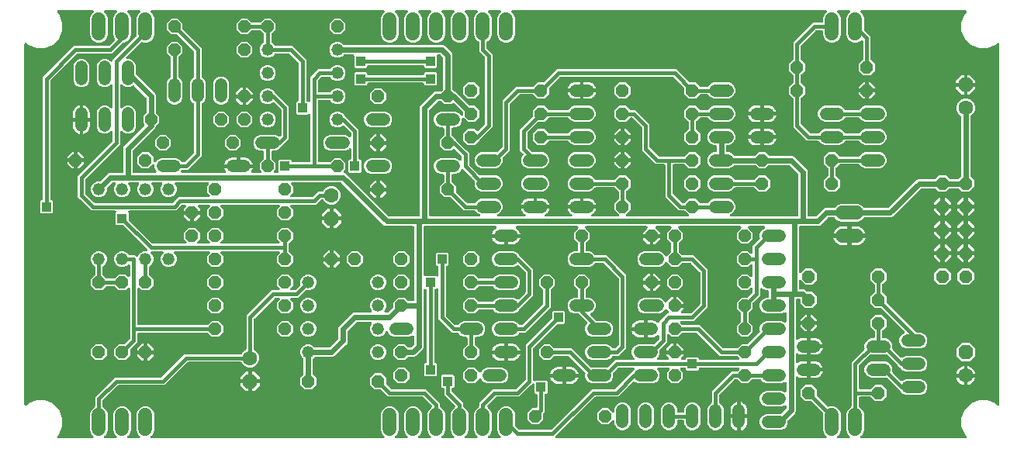
<source format=gbl>
G04 EAGLE Gerber RS-274X export*
G75*
%MOMM*%
%FSLAX34Y34*%
%LPD*%
%INBottom Copper*%
%IPPOS*%
%AMOC8*
5,1,8,0,0,1.08239X$1,22.5*%
G01*
%ADD10P,1.732040X8X292.500000*%
%ADD11C,1.600200*%
%ADD12C,1.320800*%
%ADD13P,1.429621X8X202.500000*%
%ADD14P,1.429621X8X22.500000*%
%ADD15P,1.539592X8X292.500000*%
%ADD16P,1.732040X8X112.500000*%
%ADD17P,1.429621X8X112.500000*%
%ADD18P,1.429621X8X292.500000*%
%ADD19C,1.524000*%
%ADD20C,1.320800*%
%ADD21C,0.406400*%
%ADD22R,1.006400X1.006400*%
%ADD23C,0.609600*%

G36*
X881931Y7632D02*
X881931Y7632D01*
X882031Y7634D01*
X882103Y7652D01*
X882177Y7661D01*
X882271Y7694D01*
X882369Y7719D01*
X882435Y7753D01*
X882505Y7778D01*
X882589Y7833D01*
X882679Y7879D01*
X882735Y7927D01*
X882798Y7967D01*
X882868Y8039D01*
X882944Y8104D01*
X882988Y8164D01*
X883040Y8218D01*
X883092Y8304D01*
X883151Y8385D01*
X883181Y8453D01*
X883219Y8517D01*
X883250Y8613D01*
X883289Y8705D01*
X883302Y8778D01*
X883325Y8849D01*
X883333Y8949D01*
X883351Y9048D01*
X883347Y9122D01*
X883353Y9196D01*
X883338Y9296D01*
X883333Y9396D01*
X883312Y9467D01*
X883301Y9541D01*
X883264Y9634D01*
X883237Y9731D01*
X883200Y9796D01*
X883173Y9865D01*
X883115Y9947D01*
X883066Y10035D01*
X883001Y10111D01*
X882974Y10151D01*
X882947Y10175D01*
X882908Y10221D01*
X880817Y12312D01*
X879347Y15860D01*
X879347Y35023D01*
X879333Y35149D01*
X879326Y35275D01*
X879313Y35322D01*
X879307Y35370D01*
X879265Y35489D01*
X879230Y35610D01*
X879206Y35652D01*
X879190Y35698D01*
X879151Y35758D01*
X879150Y35760D01*
X879144Y35768D01*
X879121Y35804D01*
X879060Y35914D01*
X879020Y35960D01*
X879001Y35990D01*
X878967Y36023D01*
X878951Y36046D01*
X878935Y36061D01*
X878901Y36100D01*
X866934Y48067D01*
X866835Y48146D01*
X866742Y48230D01*
X866699Y48254D01*
X866661Y48284D01*
X866547Y48338D01*
X866437Y48399D01*
X866390Y48412D01*
X866346Y48433D01*
X866223Y48459D01*
X866101Y48494D01*
X866040Y48499D01*
X866006Y48506D01*
X865958Y48505D01*
X865857Y48513D01*
X860023Y48513D01*
X854963Y53573D01*
X854963Y60727D01*
X860023Y65787D01*
X867177Y65787D01*
X872237Y60727D01*
X872237Y54893D01*
X872251Y54767D01*
X872258Y54641D01*
X872271Y54594D01*
X872277Y54546D01*
X872319Y54427D01*
X872354Y54306D01*
X872378Y54264D01*
X872394Y54218D01*
X872463Y54112D01*
X872524Y54002D01*
X872564Y53956D01*
X872583Y53926D01*
X872618Y53892D01*
X872683Y53816D01*
X884059Y42439D01*
X884119Y42392D01*
X884172Y42337D01*
X884255Y42284D01*
X884332Y42223D01*
X884401Y42190D01*
X884466Y42149D01*
X884558Y42116D01*
X884647Y42074D01*
X884722Y42058D01*
X884794Y42032D01*
X884892Y42021D01*
X884988Y42000D01*
X885064Y42002D01*
X885140Y41993D01*
X885238Y42005D01*
X885336Y42006D01*
X885411Y42025D01*
X885486Y42034D01*
X885628Y42080D01*
X885674Y42091D01*
X885691Y42100D01*
X885719Y42109D01*
X887080Y42673D01*
X890920Y42673D01*
X894468Y41203D01*
X897183Y38488D01*
X898653Y34940D01*
X898653Y15860D01*
X897183Y12312D01*
X895092Y10221D01*
X895030Y10143D01*
X894960Y10070D01*
X894922Y10006D01*
X894875Y9948D01*
X894833Y9857D01*
X894781Y9771D01*
X894758Y9700D01*
X894727Y9633D01*
X894705Y9535D01*
X894675Y9439D01*
X894669Y9365D01*
X894653Y9292D01*
X894655Y9192D01*
X894647Y9092D01*
X894658Y9018D01*
X894659Y8944D01*
X894684Y8847D01*
X894699Y8747D01*
X894726Y8678D01*
X894744Y8606D01*
X894790Y8517D01*
X894827Y8423D01*
X894870Y8362D01*
X894904Y8296D01*
X894969Y8220D01*
X895026Y8137D01*
X895081Y8087D01*
X895130Y8031D01*
X895210Y7971D01*
X895285Y7904D01*
X895350Y7868D01*
X895410Y7823D01*
X895502Y7784D01*
X895590Y7735D01*
X895662Y7715D01*
X895730Y7685D01*
X895829Y7668D01*
X895925Y7640D01*
X896025Y7632D01*
X896073Y7624D01*
X896109Y7626D01*
X896169Y7621D01*
X907231Y7621D01*
X907331Y7632D01*
X907431Y7634D01*
X907503Y7652D01*
X907577Y7661D01*
X907671Y7694D01*
X907769Y7719D01*
X907835Y7753D01*
X907905Y7778D01*
X907989Y7833D01*
X908079Y7879D01*
X908135Y7927D01*
X908198Y7967D01*
X908268Y8039D01*
X908344Y8104D01*
X908388Y8164D01*
X908440Y8218D01*
X908492Y8304D01*
X908551Y8385D01*
X908581Y8453D01*
X908619Y8517D01*
X908650Y8613D01*
X908689Y8705D01*
X908702Y8778D01*
X908725Y8849D01*
X908733Y8949D01*
X908751Y9048D01*
X908747Y9122D01*
X908753Y9196D01*
X908738Y9296D01*
X908733Y9396D01*
X908712Y9467D01*
X908701Y9541D01*
X908664Y9634D01*
X908637Y9731D01*
X908600Y9796D01*
X908573Y9865D01*
X908515Y9947D01*
X908466Y10035D01*
X908401Y10111D01*
X908374Y10151D01*
X908347Y10175D01*
X908308Y10221D01*
X906217Y12312D01*
X904747Y15860D01*
X904747Y34940D01*
X906217Y38488D01*
X908932Y41203D01*
X909395Y41395D01*
X909462Y41432D01*
X909533Y41460D01*
X909613Y41516D01*
X909700Y41564D01*
X909756Y41616D01*
X909819Y41659D01*
X909885Y41732D01*
X909958Y41798D01*
X910001Y41861D01*
X910052Y41918D01*
X910100Y42004D01*
X910156Y42085D01*
X910184Y42156D01*
X910221Y42223D01*
X910248Y42318D01*
X910284Y42409D01*
X910295Y42485D01*
X910316Y42558D01*
X910328Y42707D01*
X910335Y42754D01*
X910333Y42773D01*
X910335Y42802D01*
X910335Y90584D01*
X913162Y93411D01*
X924257Y104505D01*
X924304Y104565D01*
X924359Y104618D01*
X924412Y104701D01*
X924473Y104778D01*
X924506Y104847D01*
X924547Y104912D01*
X924580Y105004D01*
X924622Y105093D01*
X924638Y105168D01*
X924664Y105240D01*
X924675Y105338D01*
X924696Y105434D01*
X924694Y105510D01*
X924703Y105586D01*
X924691Y105684D01*
X924690Y105782D01*
X924671Y105857D01*
X924662Y105932D01*
X924616Y106075D01*
X924605Y106120D01*
X924596Y106137D01*
X924587Y106165D01*
X924559Y106232D01*
X924559Y109668D01*
X925874Y112842D01*
X928304Y115272D01*
X931478Y116587D01*
X934212Y116587D01*
X934238Y116590D01*
X934264Y116588D01*
X934411Y116610D01*
X934558Y116627D01*
X934583Y116635D01*
X934609Y116639D01*
X934747Y116694D01*
X934886Y116744D01*
X934908Y116758D01*
X934933Y116768D01*
X935054Y116853D01*
X935179Y116933D01*
X935197Y116952D01*
X935219Y116967D01*
X935318Y117077D01*
X935421Y117184D01*
X935435Y117206D01*
X935452Y117226D01*
X935524Y117356D01*
X935600Y117483D01*
X935608Y117508D01*
X935621Y117531D01*
X935661Y117674D01*
X935706Y117815D01*
X935708Y117841D01*
X935716Y117866D01*
X935735Y118110D01*
X935735Y124570D01*
X935721Y124695D01*
X935714Y124821D01*
X935701Y124868D01*
X935695Y124916D01*
X935653Y125035D01*
X935618Y125156D01*
X935594Y125199D01*
X935578Y125244D01*
X935509Y125350D01*
X935448Y125460D01*
X935408Y125507D01*
X935389Y125537D01*
X935354Y125570D01*
X935289Y125647D01*
X931163Y129773D01*
X931163Y136927D01*
X936223Y141987D01*
X943377Y141987D01*
X948437Y136927D01*
X948437Y129773D01*
X944311Y125647D01*
X944232Y125548D01*
X944148Y125454D01*
X944124Y125412D01*
X944094Y125374D01*
X944040Y125260D01*
X943979Y125149D01*
X943966Y125102D01*
X943945Y125059D01*
X943919Y124935D01*
X943884Y124813D01*
X943879Y124753D01*
X943872Y124718D01*
X943873Y124670D01*
X943865Y124570D01*
X943865Y118110D01*
X943868Y118084D01*
X943866Y118058D01*
X943888Y117911D01*
X943905Y117764D01*
X943913Y117739D01*
X943917Y117713D01*
X943972Y117575D01*
X944022Y117436D01*
X944036Y117414D01*
X944046Y117389D01*
X944131Y117268D01*
X944211Y117143D01*
X944230Y117125D01*
X944245Y117103D01*
X944355Y117004D01*
X944462Y116901D01*
X944484Y116887D01*
X944504Y116870D01*
X944634Y116798D01*
X944761Y116722D01*
X944786Y116714D01*
X944809Y116701D01*
X944952Y116661D01*
X945093Y116616D01*
X945119Y116614D01*
X945144Y116606D01*
X945388Y116587D01*
X948122Y116587D01*
X951296Y115272D01*
X953726Y112842D01*
X955041Y109668D01*
X955041Y106232D01*
X955013Y106165D01*
X954992Y106092D01*
X954962Y106022D01*
X954944Y105925D01*
X954917Y105830D01*
X954914Y105754D01*
X954900Y105679D01*
X954905Y105580D01*
X954900Y105482D01*
X954914Y105407D01*
X954918Y105330D01*
X954945Y105236D01*
X954963Y105139D01*
X954993Y105069D01*
X955015Y104996D01*
X955063Y104910D01*
X955102Y104820D01*
X955147Y104758D01*
X955185Y104691D01*
X955281Y104578D01*
X955310Y104540D01*
X955324Y104527D01*
X955343Y104505D01*
X963938Y95910D01*
X963959Y95894D01*
X963976Y95874D01*
X964095Y95786D01*
X964211Y95694D01*
X964235Y95683D01*
X964256Y95667D01*
X964392Y95608D01*
X964526Y95545D01*
X964552Y95539D01*
X964576Y95529D01*
X964722Y95503D01*
X964867Y95471D01*
X964893Y95472D01*
X964919Y95467D01*
X965067Y95475D01*
X965215Y95477D01*
X965241Y95484D01*
X965267Y95485D01*
X965409Y95526D01*
X965553Y95562D01*
X965577Y95575D01*
X965602Y95582D01*
X965731Y95654D01*
X965863Y95722D01*
X965883Y95739D01*
X965906Y95752D01*
X966092Y95910D01*
X966404Y96222D01*
X969578Y97537D01*
X986222Y97537D01*
X989396Y96222D01*
X991826Y93792D01*
X993141Y90618D01*
X993141Y87182D01*
X991826Y84008D01*
X989396Y81578D01*
X986222Y80263D01*
X969578Y80263D01*
X966404Y81578D01*
X963974Y84008D01*
X963829Y84359D01*
X963828Y84361D01*
X963827Y84363D01*
X963776Y84455D01*
X963756Y84504D01*
X963716Y84562D01*
X963659Y84664D01*
X963658Y84665D01*
X963657Y84667D01*
X963580Y84758D01*
X963557Y84790D01*
X963535Y84810D01*
X963498Y84853D01*
X960689Y87662D01*
X949484Y98867D01*
X949385Y98946D01*
X949292Y99030D01*
X949249Y99054D01*
X949211Y99084D01*
X949097Y99138D01*
X948987Y99199D01*
X948940Y99212D01*
X948896Y99233D01*
X948773Y99259D01*
X948651Y99294D01*
X948590Y99299D01*
X948556Y99306D01*
X948508Y99305D01*
X948407Y99313D01*
X931193Y99313D01*
X931067Y99299D01*
X930941Y99292D01*
X930894Y99279D01*
X930846Y99273D01*
X930727Y99231D01*
X930606Y99196D01*
X930564Y99172D01*
X930518Y99156D01*
X930412Y99087D01*
X930302Y99026D01*
X930256Y98986D01*
X930226Y98967D01*
X930192Y98932D01*
X930116Y98867D01*
X918911Y87662D01*
X918832Y87563D01*
X918748Y87470D01*
X918724Y87427D01*
X918694Y87389D01*
X918640Y87275D01*
X918579Y87165D01*
X918566Y87118D01*
X918545Y87074D01*
X918519Y86951D01*
X918484Y86829D01*
X918479Y86768D01*
X918472Y86734D01*
X918473Y86686D01*
X918465Y86585D01*
X918465Y62738D01*
X918468Y62712D01*
X918466Y62686D01*
X918488Y62539D01*
X918505Y62392D01*
X918513Y62367D01*
X918517Y62341D01*
X918572Y62203D01*
X918622Y62064D01*
X918636Y62042D01*
X918646Y62017D01*
X918731Y61896D01*
X918811Y61771D01*
X918830Y61753D01*
X918845Y61731D01*
X918955Y61632D01*
X919062Y61529D01*
X919084Y61515D01*
X919104Y61498D01*
X919234Y61426D01*
X919361Y61350D01*
X919386Y61342D01*
X919409Y61329D01*
X919552Y61289D01*
X919693Y61244D01*
X919719Y61242D01*
X919744Y61234D01*
X919988Y61215D01*
X931020Y61215D01*
X931145Y61229D01*
X931271Y61236D01*
X931318Y61249D01*
X931366Y61255D01*
X931485Y61297D01*
X931606Y61332D01*
X931649Y61356D01*
X931694Y61372D01*
X931800Y61441D01*
X931910Y61502D01*
X931957Y61542D01*
X931987Y61561D01*
X932020Y61596D01*
X932097Y61661D01*
X936223Y65787D01*
X943377Y65787D01*
X948437Y60727D01*
X948437Y53573D01*
X943377Y48513D01*
X936223Y48513D01*
X932097Y52639D01*
X931998Y52718D01*
X931904Y52802D01*
X931862Y52826D01*
X931824Y52856D01*
X931710Y52910D01*
X931599Y52971D01*
X931552Y52984D01*
X931509Y53005D01*
X931385Y53031D01*
X931263Y53066D01*
X931203Y53071D01*
X931168Y53078D01*
X931120Y53077D01*
X931020Y53085D01*
X919988Y53085D01*
X919962Y53082D01*
X919936Y53084D01*
X919789Y53062D01*
X919642Y53045D01*
X919617Y53037D01*
X919591Y53033D01*
X919453Y52978D01*
X919314Y52928D01*
X919292Y52914D01*
X919267Y52904D01*
X919146Y52819D01*
X919021Y52739D01*
X919003Y52720D01*
X918981Y52705D01*
X918882Y52595D01*
X918779Y52488D01*
X918765Y52466D01*
X918748Y52446D01*
X918676Y52316D01*
X918600Y52189D01*
X918592Y52164D01*
X918579Y52141D01*
X918539Y51998D01*
X918494Y51857D01*
X918492Y51831D01*
X918484Y51806D01*
X918465Y51562D01*
X918465Y42802D01*
X918473Y42726D01*
X918472Y42650D01*
X918493Y42554D01*
X918505Y42456D01*
X918530Y42384D01*
X918547Y42309D01*
X918589Y42220D01*
X918622Y42128D01*
X918664Y42064D01*
X918696Y41995D01*
X918758Y41918D01*
X918811Y41835D01*
X918866Y41782D01*
X918914Y41722D01*
X918991Y41661D01*
X919062Y41593D01*
X919127Y41554D01*
X919187Y41506D01*
X919320Y41438D01*
X919361Y41414D01*
X919379Y41408D01*
X919405Y41395D01*
X919868Y41203D01*
X922583Y38488D01*
X924053Y34940D01*
X924053Y15860D01*
X922583Y12312D01*
X920492Y10221D01*
X920430Y10143D01*
X920360Y10070D01*
X920322Y10006D01*
X920275Y9948D01*
X920233Y9857D01*
X920181Y9771D01*
X920158Y9700D01*
X920127Y9633D01*
X920105Y9535D01*
X920075Y9439D01*
X920069Y9365D01*
X920053Y9292D01*
X920055Y9192D01*
X920047Y9092D01*
X920058Y9018D01*
X920059Y8944D01*
X920084Y8847D01*
X920099Y8747D01*
X920126Y8678D01*
X920144Y8606D01*
X920190Y8517D01*
X920227Y8423D01*
X920270Y8362D01*
X920304Y8296D01*
X920369Y8220D01*
X920426Y8137D01*
X920481Y8087D01*
X920530Y8031D01*
X920610Y7971D01*
X920685Y7904D01*
X920750Y7868D01*
X920810Y7823D01*
X920902Y7784D01*
X920990Y7735D01*
X921062Y7715D01*
X921130Y7685D01*
X921229Y7668D01*
X921325Y7640D01*
X921425Y7632D01*
X921473Y7624D01*
X921509Y7626D01*
X921569Y7621D01*
X1034704Y7621D01*
X1034804Y7632D01*
X1034905Y7634D01*
X1034977Y7652D01*
X1035051Y7661D01*
X1035145Y7694D01*
X1035243Y7719D01*
X1035309Y7753D01*
X1035379Y7778D01*
X1035463Y7833D01*
X1035552Y7879D01*
X1035609Y7927D01*
X1035672Y7967D01*
X1035741Y8039D01*
X1035818Y8104D01*
X1035862Y8164D01*
X1035914Y8218D01*
X1035965Y8304D01*
X1036025Y8385D01*
X1036054Y8453D01*
X1036093Y8517D01*
X1036123Y8613D01*
X1036163Y8705D01*
X1036176Y8778D01*
X1036199Y8849D01*
X1036207Y8949D01*
X1036225Y9048D01*
X1036221Y9122D01*
X1036227Y9196D01*
X1036212Y9296D01*
X1036207Y9396D01*
X1036186Y9467D01*
X1036175Y9541D01*
X1036138Y9634D01*
X1036110Y9731D01*
X1036074Y9796D01*
X1036046Y9865D01*
X1035989Y9947D01*
X1035940Y10035D01*
X1035875Y10111D01*
X1035847Y10151D01*
X1035821Y10175D01*
X1035782Y10221D01*
X1034020Y11983D01*
X1030414Y20689D01*
X1030414Y30111D01*
X1034020Y38817D01*
X1040683Y45480D01*
X1049389Y49086D01*
X1058811Y49086D01*
X1067517Y45480D01*
X1069279Y43718D01*
X1069357Y43656D01*
X1069430Y43586D01*
X1069494Y43548D01*
X1069552Y43502D01*
X1069643Y43459D01*
X1069729Y43407D01*
X1069800Y43385D01*
X1069867Y43353D01*
X1069965Y43332D01*
X1070061Y43301D01*
X1070135Y43295D01*
X1070208Y43280D01*
X1070308Y43281D01*
X1070408Y43273D01*
X1070482Y43284D01*
X1070556Y43286D01*
X1070653Y43310D01*
X1070753Y43325D01*
X1070822Y43352D01*
X1070894Y43371D01*
X1070983Y43417D01*
X1071077Y43454D01*
X1071138Y43496D01*
X1071204Y43530D01*
X1071280Y43595D01*
X1071363Y43653D01*
X1071413Y43708D01*
X1071469Y43756D01*
X1071529Y43837D01*
X1071596Y43911D01*
X1071632Y43976D01*
X1071677Y44036D01*
X1071716Y44129D01*
X1071765Y44216D01*
X1071785Y44288D01*
X1071815Y44356D01*
X1071832Y44455D01*
X1071860Y44552D01*
X1071868Y44652D01*
X1071876Y44699D01*
X1071874Y44735D01*
X1071879Y44796D01*
X1071879Y437804D01*
X1071868Y437904D01*
X1071866Y438005D01*
X1071848Y438077D01*
X1071839Y438151D01*
X1071806Y438245D01*
X1071781Y438343D01*
X1071747Y438409D01*
X1071722Y438479D01*
X1071667Y438563D01*
X1071621Y438652D01*
X1071573Y438709D01*
X1071533Y438772D01*
X1071461Y438841D01*
X1071396Y438918D01*
X1071336Y438962D01*
X1071282Y439014D01*
X1071196Y439065D01*
X1071115Y439125D01*
X1071047Y439154D01*
X1070983Y439193D01*
X1070887Y439223D01*
X1070795Y439263D01*
X1070722Y439276D01*
X1070651Y439299D01*
X1070551Y439307D01*
X1070452Y439325D01*
X1070378Y439321D01*
X1070304Y439327D01*
X1070204Y439312D01*
X1070104Y439307D01*
X1070033Y439286D01*
X1069959Y439275D01*
X1069866Y439238D01*
X1069769Y439210D01*
X1069704Y439174D01*
X1069635Y439146D01*
X1069553Y439089D01*
X1069465Y439040D01*
X1069389Y438975D01*
X1069349Y438947D01*
X1069325Y438921D01*
X1069279Y438882D01*
X1067517Y437120D01*
X1058811Y433514D01*
X1049389Y433514D01*
X1040683Y437120D01*
X1034020Y443783D01*
X1030414Y452489D01*
X1030414Y461911D01*
X1034020Y470617D01*
X1035782Y472379D01*
X1035844Y472457D01*
X1035914Y472530D01*
X1035952Y472594D01*
X1035998Y472652D01*
X1036041Y472743D01*
X1036093Y472829D01*
X1036115Y472900D01*
X1036147Y472967D01*
X1036168Y473065D01*
X1036199Y473161D01*
X1036205Y473235D01*
X1036220Y473308D01*
X1036219Y473408D01*
X1036227Y473508D01*
X1036216Y473582D01*
X1036214Y473656D01*
X1036190Y473753D01*
X1036175Y473853D01*
X1036148Y473922D01*
X1036129Y473994D01*
X1036083Y474083D01*
X1036046Y474177D01*
X1036004Y474238D01*
X1035970Y474304D01*
X1035905Y474380D01*
X1035847Y474463D01*
X1035792Y474513D01*
X1035744Y474569D01*
X1035663Y474629D01*
X1035589Y474696D01*
X1035524Y474732D01*
X1035464Y474777D01*
X1035371Y474816D01*
X1035284Y474865D01*
X1035212Y474885D01*
X1035144Y474915D01*
X1035045Y474932D01*
X1034948Y474960D01*
X1034848Y474968D01*
X1034801Y474976D01*
X1034765Y474974D01*
X1034704Y474979D01*
X921569Y474979D01*
X921469Y474968D01*
X921369Y474966D01*
X921297Y474948D01*
X921223Y474939D01*
X921129Y474906D01*
X921031Y474881D01*
X920965Y474847D01*
X920895Y474822D01*
X920811Y474767D01*
X920721Y474721D01*
X920665Y474673D01*
X920602Y474633D01*
X920532Y474561D01*
X920456Y474496D01*
X920412Y474436D01*
X920360Y474382D01*
X920308Y474296D01*
X920249Y474215D01*
X920219Y474147D01*
X920181Y474083D01*
X920150Y473987D01*
X920111Y473895D01*
X920098Y473822D01*
X920075Y473751D01*
X920067Y473651D01*
X920049Y473552D01*
X920053Y473478D01*
X920047Y473404D01*
X920062Y473304D01*
X920067Y473204D01*
X920088Y473133D01*
X920099Y473059D01*
X920136Y472966D01*
X920163Y472869D01*
X920200Y472804D01*
X920227Y472735D01*
X920285Y472653D01*
X920334Y472565D01*
X920399Y472489D01*
X920426Y472449D01*
X920453Y472425D01*
X920492Y472379D01*
X922583Y470288D01*
X924053Y466740D01*
X924053Y453927D01*
X924055Y453903D01*
X924054Y453881D01*
X924068Y453785D01*
X924074Y453675D01*
X924087Y453628D01*
X924093Y453580D01*
X924103Y453551D01*
X924105Y453536D01*
X924136Y453460D01*
X924170Y453340D01*
X924194Y453298D01*
X924210Y453252D01*
X924231Y453220D01*
X924234Y453212D01*
X924261Y453173D01*
X924279Y453146D01*
X924340Y453036D01*
X924380Y452990D01*
X924399Y452960D01*
X924431Y452928D01*
X924433Y452926D01*
X924436Y452923D01*
X924499Y452850D01*
X931165Y446184D01*
X931165Y421530D01*
X931179Y421405D01*
X931186Y421279D01*
X931199Y421232D01*
X931205Y421184D01*
X931247Y421065D01*
X931282Y420944D01*
X931306Y420901D01*
X931322Y420856D01*
X931391Y420750D01*
X931452Y420640D01*
X931492Y420593D01*
X931511Y420563D01*
X931546Y420530D01*
X931611Y420453D01*
X935737Y416327D01*
X935737Y409173D01*
X930677Y404113D01*
X923523Y404113D01*
X918463Y409173D01*
X918463Y416327D01*
X922589Y420453D01*
X922668Y420552D01*
X922752Y420646D01*
X922776Y420688D01*
X922806Y420726D01*
X922860Y420840D01*
X922921Y420951D01*
X922934Y420998D01*
X922955Y421041D01*
X922981Y421165D01*
X923016Y421287D01*
X923021Y421347D01*
X923028Y421382D01*
X923027Y421430D01*
X923035Y421530D01*
X923035Y440887D01*
X923024Y440987D01*
X923022Y441087D01*
X923004Y441159D01*
X922995Y441233D01*
X922962Y441328D01*
X922937Y441425D01*
X922903Y441491D01*
X922878Y441561D01*
X922823Y441646D01*
X922777Y441735D01*
X922729Y441791D01*
X922689Y441854D01*
X922617Y441924D01*
X922552Y442000D01*
X922492Y442044D01*
X922438Y442096D01*
X922352Y442148D01*
X922271Y442207D01*
X922203Y442237D01*
X922139Y442275D01*
X922044Y442306D01*
X921951Y442345D01*
X921878Y442359D01*
X921807Y442381D01*
X921707Y442389D01*
X921608Y442407D01*
X921534Y442403D01*
X921460Y442409D01*
X921361Y442394D01*
X921260Y442389D01*
X921189Y442368D01*
X921115Y442357D01*
X921022Y442320D01*
X920925Y442293D01*
X920860Y442256D01*
X920791Y442229D01*
X920709Y442171D01*
X920621Y442122D01*
X920545Y442057D01*
X920505Y442030D01*
X920481Y442003D01*
X920435Y441964D01*
X919868Y441397D01*
X916320Y439927D01*
X912480Y439927D01*
X908932Y441397D01*
X906217Y444112D01*
X904747Y447660D01*
X904747Y466740D01*
X906217Y470288D01*
X908308Y472379D01*
X908370Y472457D01*
X908440Y472530D01*
X908478Y472594D01*
X908525Y472652D01*
X908567Y472743D01*
X908619Y472829D01*
X908642Y472900D01*
X908673Y472967D01*
X908695Y473065D01*
X908725Y473161D01*
X908731Y473235D01*
X908747Y473308D01*
X908745Y473408D01*
X908753Y473508D01*
X908742Y473582D01*
X908741Y473656D01*
X908716Y473753D01*
X908701Y473853D01*
X908674Y473922D01*
X908656Y473994D01*
X908610Y474083D01*
X908573Y474177D01*
X908530Y474238D01*
X908496Y474304D01*
X908431Y474380D01*
X908374Y474463D01*
X908319Y474513D01*
X908270Y474569D01*
X908190Y474629D01*
X908115Y474696D01*
X908050Y474732D01*
X907990Y474777D01*
X907898Y474816D01*
X907810Y474865D01*
X907738Y474885D01*
X907670Y474915D01*
X907571Y474932D01*
X907475Y474960D01*
X907375Y474968D01*
X907327Y474976D01*
X907291Y474974D01*
X907231Y474979D01*
X896169Y474979D01*
X896069Y474968D01*
X895969Y474966D01*
X895897Y474948D01*
X895823Y474939D01*
X895729Y474906D01*
X895631Y474881D01*
X895565Y474847D01*
X895495Y474822D01*
X895411Y474767D01*
X895321Y474721D01*
X895265Y474673D01*
X895202Y474633D01*
X895132Y474561D01*
X895056Y474496D01*
X895012Y474436D01*
X894960Y474382D01*
X894908Y474296D01*
X894849Y474215D01*
X894819Y474147D01*
X894781Y474083D01*
X894750Y473987D01*
X894711Y473895D01*
X894698Y473822D01*
X894675Y473751D01*
X894667Y473651D01*
X894649Y473552D01*
X894653Y473478D01*
X894647Y473404D01*
X894662Y473304D01*
X894667Y473204D01*
X894688Y473133D01*
X894699Y473059D01*
X894736Y472966D01*
X894763Y472869D01*
X894800Y472804D01*
X894827Y472735D01*
X894885Y472653D01*
X894934Y472565D01*
X894999Y472489D01*
X895026Y472449D01*
X895053Y472425D01*
X895092Y472379D01*
X897183Y470288D01*
X898653Y466740D01*
X898653Y447660D01*
X897183Y444112D01*
X894468Y441397D01*
X890920Y439927D01*
X887080Y439927D01*
X883532Y441397D01*
X880817Y444112D01*
X879347Y447660D01*
X879347Y451612D01*
X879344Y451638D01*
X879346Y451664D01*
X879324Y451811D01*
X879307Y451958D01*
X879299Y451983D01*
X879295Y452009D01*
X879240Y452147D01*
X879190Y452286D01*
X879176Y452308D01*
X879166Y452333D01*
X879081Y452454D01*
X879001Y452579D01*
X878982Y452597D01*
X878967Y452619D01*
X878857Y452718D01*
X878750Y452821D01*
X878728Y452835D01*
X878708Y452852D01*
X878578Y452924D01*
X878451Y453000D01*
X878426Y453008D01*
X878403Y453021D01*
X878260Y453061D01*
X878119Y453106D01*
X878093Y453108D01*
X878068Y453116D01*
X877824Y453135D01*
X872265Y453135D01*
X872139Y453121D01*
X872013Y453114D01*
X871966Y453101D01*
X871918Y453095D01*
X871799Y453053D01*
X871678Y453018D01*
X871636Y452994D01*
X871590Y452978D01*
X871484Y452909D01*
X871374Y452848D01*
X871328Y452808D01*
X871298Y452789D01*
X871264Y452754D01*
X871188Y452689D01*
X855411Y436912D01*
X855332Y436813D01*
X855248Y436720D01*
X855224Y436677D01*
X855194Y436639D01*
X855140Y436525D01*
X855079Y436415D01*
X855066Y436368D01*
X855045Y436324D01*
X855019Y436201D01*
X854984Y436079D01*
X854979Y436018D01*
X854972Y435984D01*
X854973Y435936D01*
X854965Y435835D01*
X854965Y421530D01*
X854979Y421405D01*
X854986Y421279D01*
X854999Y421232D01*
X855005Y421184D01*
X855047Y421065D01*
X855082Y420944D01*
X855106Y420901D01*
X855122Y420856D01*
X855191Y420750D01*
X855252Y420640D01*
X855292Y420593D01*
X855311Y420563D01*
X855346Y420530D01*
X855411Y420453D01*
X859537Y416327D01*
X859537Y409173D01*
X855411Y405047D01*
X855332Y404948D01*
X855248Y404854D01*
X855224Y404812D01*
X855194Y404774D01*
X855140Y404660D01*
X855079Y404549D01*
X855066Y404502D01*
X855045Y404459D01*
X855019Y404335D01*
X854984Y404213D01*
X854979Y404153D01*
X854972Y404118D01*
X854973Y404070D01*
X854965Y403970D01*
X854965Y396130D01*
X854979Y396005D01*
X854986Y395879D01*
X854999Y395832D01*
X855005Y395784D01*
X855047Y395665D01*
X855082Y395544D01*
X855106Y395502D01*
X855122Y395456D01*
X855191Y395350D01*
X855252Y395240D01*
X855292Y395193D01*
X855311Y395163D01*
X855346Y395130D01*
X855411Y395053D01*
X859537Y390927D01*
X859537Y383773D01*
X855411Y379647D01*
X855332Y379548D01*
X855248Y379454D01*
X855224Y379412D01*
X855194Y379374D01*
X855140Y379260D01*
X855079Y379149D01*
X855066Y379102D01*
X855045Y379059D01*
X855019Y378935D01*
X854984Y378813D01*
X854979Y378753D01*
X854972Y378718D01*
X854973Y378670D01*
X854965Y378570D01*
X854965Y351565D01*
X854979Y351439D01*
X854986Y351313D01*
X854999Y351266D01*
X855005Y351218D01*
X855047Y351099D01*
X855082Y350978D01*
X855106Y350936D01*
X855122Y350890D01*
X855191Y350784D01*
X855252Y350674D01*
X855292Y350628D01*
X855311Y350598D01*
X855346Y350564D01*
X855411Y350488D01*
X864838Y341061D01*
X864937Y340982D01*
X865030Y340898D01*
X865073Y340874D01*
X865111Y340844D01*
X865225Y340790D01*
X865335Y340729D01*
X865382Y340716D01*
X865426Y340695D01*
X865549Y340669D01*
X865671Y340634D01*
X865732Y340629D01*
X865766Y340622D01*
X865814Y340623D01*
X865915Y340615D01*
X873714Y340615D01*
X873789Y340623D01*
X873866Y340622D01*
X873962Y340643D01*
X874060Y340655D01*
X874132Y340680D01*
X874206Y340697D01*
X874295Y340739D01*
X874388Y340772D01*
X874452Y340814D01*
X874521Y340846D01*
X874598Y340908D01*
X874681Y340961D01*
X874734Y341016D01*
X874793Y341064D01*
X874854Y341141D01*
X874923Y341212D01*
X874962Y341277D01*
X875009Y341337D01*
X875052Y341420D01*
X877504Y343872D01*
X880678Y345187D01*
X897322Y345187D01*
X900496Y343872D01*
X902940Y341428D01*
X902945Y341417D01*
X903001Y341336D01*
X903049Y341250D01*
X903100Y341194D01*
X903143Y341131D01*
X903216Y341065D01*
X903283Y340992D01*
X903346Y340949D01*
X903402Y340898D01*
X903488Y340850D01*
X903569Y340794D01*
X903640Y340766D01*
X903707Y340729D01*
X903802Y340702D01*
X903894Y340666D01*
X903969Y340655D01*
X904043Y340634D01*
X904192Y340622D01*
X904238Y340615D01*
X904257Y340617D01*
X904286Y340615D01*
X918164Y340615D01*
X918239Y340623D01*
X918316Y340622D01*
X918412Y340643D01*
X918510Y340655D01*
X918582Y340680D01*
X918656Y340697D01*
X918745Y340739D01*
X918838Y340772D01*
X918902Y340814D01*
X918971Y340846D01*
X919048Y340908D01*
X919131Y340961D01*
X919184Y341016D01*
X919243Y341064D01*
X919304Y341141D01*
X919373Y341212D01*
X919412Y341277D01*
X919459Y341337D01*
X919502Y341420D01*
X921954Y343872D01*
X925128Y345187D01*
X941772Y345187D01*
X944946Y343872D01*
X947376Y341442D01*
X948691Y338268D01*
X948691Y334832D01*
X947376Y331658D01*
X944946Y329228D01*
X941772Y327913D01*
X925128Y327913D01*
X921954Y329228D01*
X919510Y331672D01*
X919505Y331683D01*
X919449Y331764D01*
X919401Y331850D01*
X919350Y331906D01*
X919307Y331969D01*
X919234Y332035D01*
X919167Y332108D01*
X919104Y332151D01*
X919048Y332202D01*
X918962Y332250D01*
X918881Y332306D01*
X918810Y332334D01*
X918743Y332371D01*
X918648Y332398D01*
X918556Y332434D01*
X918481Y332445D01*
X918407Y332466D01*
X918258Y332478D01*
X918212Y332485D01*
X918193Y332483D01*
X918164Y332485D01*
X904286Y332485D01*
X904211Y332477D01*
X904134Y332478D01*
X904038Y332457D01*
X903940Y332445D01*
X903868Y332420D01*
X903794Y332403D01*
X903705Y332361D01*
X903612Y332328D01*
X903548Y332286D01*
X903479Y332254D01*
X903402Y332192D01*
X903319Y332139D01*
X903266Y332084D01*
X903207Y332036D01*
X903146Y331959D01*
X903077Y331888D01*
X903038Y331823D01*
X902991Y331763D01*
X902948Y331680D01*
X900496Y329228D01*
X897322Y327913D01*
X880678Y327913D01*
X877504Y329228D01*
X875060Y331672D01*
X875055Y331683D01*
X874999Y331764D01*
X874951Y331850D01*
X874900Y331906D01*
X874857Y331969D01*
X874784Y332035D01*
X874717Y332108D01*
X874654Y332151D01*
X874598Y332202D01*
X874512Y332250D01*
X874431Y332306D01*
X874360Y332334D01*
X874293Y332371D01*
X874198Y332398D01*
X874106Y332434D01*
X874031Y332445D01*
X873957Y332466D01*
X873808Y332478D01*
X873762Y332485D01*
X873743Y332483D01*
X873714Y332485D01*
X861916Y332485D01*
X846835Y347566D01*
X846835Y378570D01*
X846821Y378695D01*
X846814Y378821D01*
X846801Y378868D01*
X846795Y378916D01*
X846753Y379035D01*
X846718Y379156D01*
X846694Y379198D01*
X846678Y379244D01*
X846609Y379350D01*
X846548Y379460D01*
X846508Y379507D01*
X846489Y379537D01*
X846454Y379570D01*
X846389Y379647D01*
X842263Y383773D01*
X842263Y390927D01*
X846389Y395053D01*
X846468Y395152D01*
X846552Y395246D01*
X846576Y395288D01*
X846606Y395326D01*
X846660Y395440D01*
X846721Y395551D01*
X846734Y395598D01*
X846755Y395641D01*
X846781Y395765D01*
X846816Y395887D01*
X846821Y395947D01*
X846828Y395982D01*
X846827Y396030D01*
X846835Y396130D01*
X846835Y403970D01*
X846821Y404095D01*
X846814Y404221D01*
X846801Y404268D01*
X846795Y404316D01*
X846753Y404435D01*
X846718Y404556D01*
X846694Y404598D01*
X846678Y404644D01*
X846609Y404750D01*
X846548Y404860D01*
X846508Y404907D01*
X846489Y404937D01*
X846454Y404970D01*
X846389Y405047D01*
X842263Y409173D01*
X842263Y416327D01*
X846389Y420453D01*
X846468Y420552D01*
X846552Y420646D01*
X846576Y420688D01*
X846606Y420726D01*
X846660Y420840D01*
X846721Y420951D01*
X846734Y420998D01*
X846755Y421041D01*
X846781Y421165D01*
X846816Y421287D01*
X846821Y421347D01*
X846828Y421382D01*
X846827Y421430D01*
X846835Y421530D01*
X846835Y439834D01*
X868266Y461265D01*
X877824Y461265D01*
X877850Y461268D01*
X877876Y461266D01*
X878023Y461288D01*
X878170Y461305D01*
X878195Y461313D01*
X878221Y461317D01*
X878359Y461372D01*
X878498Y461422D01*
X878520Y461436D01*
X878545Y461446D01*
X878666Y461531D01*
X878791Y461611D01*
X878809Y461630D01*
X878831Y461645D01*
X878930Y461755D01*
X879033Y461862D01*
X879047Y461884D01*
X879064Y461904D01*
X879136Y462034D01*
X879212Y462161D01*
X879220Y462186D01*
X879233Y462209D01*
X879273Y462352D01*
X879318Y462493D01*
X879320Y462519D01*
X879328Y462544D01*
X879347Y462788D01*
X879347Y466740D01*
X880817Y470288D01*
X882908Y472379D01*
X882970Y472457D01*
X883040Y472530D01*
X883078Y472594D01*
X883125Y472652D01*
X883167Y472743D01*
X883219Y472829D01*
X883242Y472900D01*
X883273Y472967D01*
X883295Y473065D01*
X883325Y473161D01*
X883331Y473235D01*
X883347Y473308D01*
X883345Y473408D01*
X883353Y473508D01*
X883342Y473582D01*
X883341Y473656D01*
X883316Y473753D01*
X883301Y473853D01*
X883274Y473922D01*
X883256Y473994D01*
X883210Y474083D01*
X883173Y474177D01*
X883130Y474238D01*
X883096Y474304D01*
X883031Y474380D01*
X882974Y474463D01*
X882919Y474513D01*
X882870Y474569D01*
X882790Y474629D01*
X882715Y474696D01*
X882650Y474732D01*
X882590Y474777D01*
X882498Y474816D01*
X882410Y474865D01*
X882338Y474885D01*
X882270Y474915D01*
X882171Y474932D01*
X882075Y474960D01*
X881975Y474968D01*
X881927Y474976D01*
X881891Y474974D01*
X881831Y474979D01*
X540569Y474979D01*
X540469Y474968D01*
X540369Y474966D01*
X540297Y474948D01*
X540223Y474939D01*
X540129Y474906D01*
X540031Y474881D01*
X539965Y474847D01*
X539895Y474822D01*
X539811Y474767D01*
X539721Y474721D01*
X539665Y474673D01*
X539602Y474633D01*
X539532Y474561D01*
X539456Y474496D01*
X539412Y474436D01*
X539360Y474382D01*
X539308Y474296D01*
X539249Y474215D01*
X539219Y474147D01*
X539181Y474083D01*
X539150Y473987D01*
X539111Y473895D01*
X539098Y473822D01*
X539075Y473751D01*
X539067Y473651D01*
X539049Y473552D01*
X539053Y473478D01*
X539047Y473404D01*
X539062Y473304D01*
X539067Y473204D01*
X539088Y473133D01*
X539099Y473059D01*
X539136Y472966D01*
X539163Y472869D01*
X539200Y472804D01*
X539227Y472735D01*
X539285Y472653D01*
X539334Y472565D01*
X539399Y472489D01*
X539426Y472449D01*
X539453Y472425D01*
X539492Y472379D01*
X541583Y470288D01*
X543053Y466740D01*
X543053Y447660D01*
X541583Y444112D01*
X538868Y441397D01*
X535320Y439927D01*
X531480Y439927D01*
X527932Y441397D01*
X525217Y444112D01*
X523747Y447660D01*
X523747Y466740D01*
X525217Y470288D01*
X527308Y472379D01*
X527370Y472457D01*
X527440Y472530D01*
X527478Y472594D01*
X527525Y472652D01*
X527567Y472743D01*
X527619Y472829D01*
X527642Y472900D01*
X527673Y472967D01*
X527695Y473065D01*
X527725Y473161D01*
X527731Y473235D01*
X527747Y473308D01*
X527745Y473408D01*
X527753Y473508D01*
X527742Y473582D01*
X527741Y473656D01*
X527716Y473753D01*
X527701Y473853D01*
X527674Y473922D01*
X527656Y473994D01*
X527610Y474083D01*
X527573Y474177D01*
X527530Y474238D01*
X527496Y474304D01*
X527431Y474380D01*
X527374Y474463D01*
X527319Y474513D01*
X527270Y474569D01*
X527190Y474629D01*
X527115Y474696D01*
X527050Y474732D01*
X526990Y474777D01*
X526898Y474816D01*
X526810Y474865D01*
X526738Y474885D01*
X526670Y474915D01*
X526571Y474932D01*
X526475Y474960D01*
X526375Y474968D01*
X526327Y474976D01*
X526291Y474974D01*
X526231Y474979D01*
X515169Y474979D01*
X515069Y474968D01*
X514969Y474966D01*
X514897Y474948D01*
X514823Y474939D01*
X514729Y474906D01*
X514631Y474881D01*
X514565Y474847D01*
X514495Y474822D01*
X514411Y474767D01*
X514321Y474721D01*
X514265Y474673D01*
X514202Y474633D01*
X514132Y474561D01*
X514056Y474496D01*
X514012Y474436D01*
X513960Y474382D01*
X513908Y474296D01*
X513849Y474215D01*
X513819Y474147D01*
X513781Y474083D01*
X513750Y473987D01*
X513711Y473895D01*
X513698Y473822D01*
X513675Y473751D01*
X513667Y473651D01*
X513649Y473552D01*
X513653Y473478D01*
X513647Y473404D01*
X513662Y473304D01*
X513667Y473204D01*
X513688Y473133D01*
X513699Y473059D01*
X513736Y472966D01*
X513763Y472869D01*
X513800Y472804D01*
X513827Y472735D01*
X513885Y472653D01*
X513934Y472565D01*
X513999Y472489D01*
X514026Y472449D01*
X514053Y472425D01*
X514092Y472379D01*
X516183Y470288D01*
X517653Y466740D01*
X517653Y447660D01*
X516183Y444112D01*
X513468Y441397D01*
X513005Y441205D01*
X512938Y441168D01*
X512867Y441140D01*
X512787Y441084D01*
X512700Y441036D01*
X512644Y440984D01*
X512581Y440941D01*
X512515Y440868D01*
X512442Y440802D01*
X512399Y440739D01*
X512348Y440682D01*
X512300Y440596D01*
X512244Y440515D01*
X512216Y440444D01*
X512179Y440377D01*
X512152Y440282D01*
X512116Y440191D01*
X512105Y440115D01*
X512084Y440042D01*
X512072Y439893D01*
X512065Y439846D01*
X512067Y439827D01*
X512065Y439798D01*
X512065Y434115D01*
X512067Y434095D01*
X512066Y434079D01*
X512079Y433988D01*
X512086Y433863D01*
X512099Y433816D01*
X512105Y433768D01*
X512147Y433649D01*
X512182Y433528D01*
X512206Y433486D01*
X512222Y433440D01*
X512291Y433334D01*
X512352Y433224D01*
X512392Y433178D01*
X512411Y433148D01*
X512446Y433114D01*
X512511Y433038D01*
X518415Y427134D01*
X518415Y347566D01*
X504383Y333534D01*
X504304Y333435D01*
X504220Y333342D01*
X504196Y333299D01*
X504166Y333261D01*
X504113Y333149D01*
X498877Y327913D01*
X491723Y327913D01*
X486663Y332973D01*
X486663Y340127D01*
X491723Y345187D01*
X498877Y345187D01*
X500631Y343433D01*
X500651Y343417D01*
X500668Y343397D01*
X500788Y343309D01*
X500904Y343217D01*
X500927Y343206D01*
X500949Y343190D01*
X501085Y343131D01*
X501219Y343068D01*
X501245Y343062D01*
X501269Y343052D01*
X501415Y343026D01*
X501560Y342994D01*
X501586Y342995D01*
X501612Y342990D01*
X501760Y342998D01*
X501908Y343000D01*
X501933Y343007D01*
X501960Y343008D01*
X502102Y343049D01*
X502246Y343085D01*
X502269Y343097D01*
X502295Y343105D01*
X502424Y343177D01*
X502556Y343245D01*
X502576Y343262D01*
X502599Y343275D01*
X502785Y343433D01*
X509839Y350488D01*
X509918Y350587D01*
X510002Y350680D01*
X510026Y350723D01*
X510056Y350761D01*
X510110Y350875D01*
X510171Y350985D01*
X510184Y351032D01*
X510205Y351076D01*
X510231Y351199D01*
X510266Y351321D01*
X510271Y351382D01*
X510278Y351416D01*
X510277Y351464D01*
X510285Y351565D01*
X510285Y423135D01*
X510271Y423261D01*
X510264Y423387D01*
X510251Y423434D01*
X510245Y423482D01*
X510203Y423601D01*
X510168Y423722D01*
X510144Y423764D01*
X510128Y423810D01*
X510059Y423916D01*
X509998Y424026D01*
X509958Y424072D01*
X509939Y424102D01*
X509904Y424136D01*
X509839Y424212D01*
X503935Y430116D01*
X503935Y439798D01*
X503927Y439874D01*
X503928Y439950D01*
X503907Y440046D01*
X503895Y440144D01*
X503870Y440216D01*
X503853Y440291D01*
X503811Y440380D01*
X503778Y440472D01*
X503736Y440536D01*
X503704Y440605D01*
X503642Y440682D01*
X503589Y440765D01*
X503534Y440818D01*
X503486Y440878D01*
X503409Y440939D01*
X503338Y441007D01*
X503273Y441046D01*
X503213Y441094D01*
X503080Y441162D01*
X503039Y441186D01*
X503021Y441192D01*
X502995Y441205D01*
X502532Y441397D01*
X499817Y444112D01*
X498347Y447660D01*
X498347Y466740D01*
X499817Y470288D01*
X501908Y472379D01*
X501970Y472457D01*
X502040Y472530D01*
X502078Y472594D01*
X502125Y472652D01*
X502167Y472743D01*
X502219Y472829D01*
X502242Y472900D01*
X502273Y472967D01*
X502295Y473065D01*
X502325Y473161D01*
X502331Y473235D01*
X502347Y473308D01*
X502345Y473408D01*
X502353Y473508D01*
X502342Y473582D01*
X502341Y473656D01*
X502316Y473753D01*
X502301Y473853D01*
X502274Y473922D01*
X502256Y473994D01*
X502210Y474083D01*
X502173Y474177D01*
X502130Y474238D01*
X502096Y474304D01*
X502031Y474380D01*
X501974Y474463D01*
X501919Y474513D01*
X501870Y474569D01*
X501790Y474629D01*
X501715Y474696D01*
X501650Y474732D01*
X501590Y474777D01*
X501498Y474816D01*
X501410Y474865D01*
X501338Y474885D01*
X501270Y474915D01*
X501171Y474932D01*
X501075Y474960D01*
X500975Y474968D01*
X500927Y474976D01*
X500891Y474974D01*
X500831Y474979D01*
X489769Y474979D01*
X489669Y474968D01*
X489569Y474966D01*
X489497Y474948D01*
X489423Y474939D01*
X489329Y474906D01*
X489231Y474881D01*
X489165Y474847D01*
X489095Y474822D01*
X489011Y474767D01*
X488921Y474721D01*
X488865Y474673D01*
X488802Y474633D01*
X488732Y474561D01*
X488656Y474496D01*
X488612Y474436D01*
X488560Y474382D01*
X488508Y474296D01*
X488449Y474215D01*
X488419Y474147D01*
X488381Y474083D01*
X488350Y473987D01*
X488311Y473895D01*
X488298Y473822D01*
X488275Y473751D01*
X488267Y473651D01*
X488249Y473552D01*
X488253Y473478D01*
X488247Y473404D01*
X488262Y473304D01*
X488267Y473204D01*
X488288Y473133D01*
X488299Y473059D01*
X488336Y472966D01*
X488363Y472869D01*
X488400Y472804D01*
X488427Y472735D01*
X488485Y472653D01*
X488534Y472565D01*
X488599Y472489D01*
X488626Y472449D01*
X488653Y472425D01*
X488692Y472379D01*
X490783Y470288D01*
X492253Y466740D01*
X492253Y447660D01*
X490783Y444112D01*
X488068Y441397D01*
X484520Y439927D01*
X480680Y439927D01*
X477132Y441397D01*
X474417Y444112D01*
X472947Y447660D01*
X472947Y466740D01*
X474417Y470288D01*
X476508Y472379D01*
X476570Y472457D01*
X476640Y472530D01*
X476678Y472594D01*
X476725Y472652D01*
X476767Y472743D01*
X476819Y472829D01*
X476842Y472900D01*
X476873Y472967D01*
X476895Y473065D01*
X476925Y473161D01*
X476931Y473235D01*
X476947Y473308D01*
X476945Y473408D01*
X476953Y473508D01*
X476942Y473582D01*
X476941Y473656D01*
X476916Y473753D01*
X476901Y473853D01*
X476874Y473922D01*
X476856Y473994D01*
X476810Y474083D01*
X476773Y474177D01*
X476730Y474238D01*
X476696Y474304D01*
X476631Y474380D01*
X476574Y474463D01*
X476519Y474513D01*
X476470Y474569D01*
X476390Y474629D01*
X476315Y474696D01*
X476250Y474732D01*
X476190Y474777D01*
X476098Y474816D01*
X476010Y474865D01*
X475938Y474885D01*
X475870Y474915D01*
X475771Y474932D01*
X475675Y474960D01*
X475575Y474968D01*
X475527Y474976D01*
X475491Y474974D01*
X475431Y474979D01*
X464369Y474979D01*
X464269Y474968D01*
X464169Y474966D01*
X464097Y474948D01*
X464023Y474939D01*
X463929Y474906D01*
X463831Y474881D01*
X463765Y474847D01*
X463695Y474822D01*
X463611Y474767D01*
X463521Y474721D01*
X463465Y474673D01*
X463402Y474633D01*
X463332Y474561D01*
X463256Y474496D01*
X463212Y474436D01*
X463160Y474382D01*
X463108Y474296D01*
X463049Y474215D01*
X463019Y474147D01*
X462981Y474083D01*
X462950Y473987D01*
X462911Y473895D01*
X462898Y473822D01*
X462875Y473751D01*
X462867Y473651D01*
X462849Y473552D01*
X462853Y473478D01*
X462847Y473404D01*
X462862Y473304D01*
X462867Y473204D01*
X462888Y473133D01*
X462899Y473059D01*
X462936Y472966D01*
X462963Y472869D01*
X463000Y472804D01*
X463027Y472735D01*
X463085Y472653D01*
X463134Y472565D01*
X463199Y472489D01*
X463226Y472449D01*
X463253Y472425D01*
X463292Y472379D01*
X465383Y470288D01*
X466853Y466740D01*
X466853Y447660D01*
X465383Y444112D01*
X462668Y441397D01*
X459120Y439927D01*
X455280Y439927D01*
X451732Y441397D01*
X449017Y444112D01*
X447547Y447660D01*
X447547Y466740D01*
X449017Y470288D01*
X451108Y472379D01*
X451170Y472457D01*
X451240Y472530D01*
X451278Y472594D01*
X451325Y472652D01*
X451367Y472743D01*
X451419Y472829D01*
X451442Y472900D01*
X451473Y472967D01*
X451495Y473065D01*
X451525Y473161D01*
X451531Y473235D01*
X451547Y473308D01*
X451545Y473408D01*
X451553Y473508D01*
X451542Y473582D01*
X451541Y473656D01*
X451516Y473753D01*
X451501Y473853D01*
X451474Y473922D01*
X451456Y473994D01*
X451410Y474083D01*
X451373Y474177D01*
X451330Y474238D01*
X451296Y474304D01*
X451231Y474380D01*
X451174Y474463D01*
X451119Y474513D01*
X451070Y474569D01*
X450990Y474629D01*
X450915Y474696D01*
X450850Y474732D01*
X450790Y474777D01*
X450698Y474816D01*
X450610Y474865D01*
X450538Y474885D01*
X450470Y474915D01*
X450371Y474932D01*
X450275Y474960D01*
X450175Y474968D01*
X450127Y474976D01*
X450091Y474974D01*
X450031Y474979D01*
X438969Y474979D01*
X438869Y474968D01*
X438769Y474966D01*
X438697Y474948D01*
X438623Y474939D01*
X438529Y474906D01*
X438431Y474881D01*
X438365Y474847D01*
X438295Y474822D01*
X438211Y474767D01*
X438121Y474721D01*
X438065Y474673D01*
X438002Y474633D01*
X437932Y474561D01*
X437856Y474496D01*
X437812Y474436D01*
X437760Y474382D01*
X437708Y474296D01*
X437649Y474215D01*
X437619Y474147D01*
X437581Y474083D01*
X437550Y473987D01*
X437511Y473895D01*
X437498Y473822D01*
X437475Y473751D01*
X437467Y473651D01*
X437449Y473552D01*
X437453Y473478D01*
X437447Y473404D01*
X437462Y473304D01*
X437467Y473204D01*
X437488Y473133D01*
X437499Y473059D01*
X437536Y472966D01*
X437563Y472869D01*
X437600Y472804D01*
X437627Y472735D01*
X437685Y472653D01*
X437734Y472565D01*
X437799Y472489D01*
X437826Y472449D01*
X437853Y472425D01*
X437892Y472379D01*
X439983Y470288D01*
X441453Y466740D01*
X441453Y447660D01*
X439983Y444112D01*
X437268Y441397D01*
X433720Y439927D01*
X429880Y439927D01*
X426332Y441397D01*
X423617Y444112D01*
X422147Y447660D01*
X422147Y466740D01*
X423617Y470288D01*
X425708Y472379D01*
X425770Y472457D01*
X425840Y472530D01*
X425878Y472594D01*
X425925Y472652D01*
X425967Y472743D01*
X426019Y472829D01*
X426042Y472900D01*
X426073Y472967D01*
X426095Y473065D01*
X426125Y473161D01*
X426131Y473235D01*
X426147Y473308D01*
X426145Y473408D01*
X426153Y473508D01*
X426142Y473582D01*
X426141Y473656D01*
X426116Y473753D01*
X426101Y473853D01*
X426074Y473922D01*
X426056Y473994D01*
X426010Y474083D01*
X425973Y474177D01*
X425930Y474238D01*
X425896Y474304D01*
X425831Y474380D01*
X425774Y474463D01*
X425719Y474513D01*
X425670Y474569D01*
X425590Y474629D01*
X425515Y474696D01*
X425450Y474732D01*
X425390Y474777D01*
X425298Y474816D01*
X425210Y474865D01*
X425138Y474885D01*
X425070Y474915D01*
X424971Y474932D01*
X424875Y474960D01*
X424775Y474968D01*
X424727Y474976D01*
X424691Y474974D01*
X424631Y474979D01*
X413569Y474979D01*
X413469Y474968D01*
X413369Y474966D01*
X413297Y474948D01*
X413223Y474939D01*
X413129Y474906D01*
X413031Y474881D01*
X412965Y474847D01*
X412895Y474822D01*
X412811Y474767D01*
X412721Y474721D01*
X412665Y474673D01*
X412602Y474633D01*
X412532Y474561D01*
X412456Y474496D01*
X412412Y474436D01*
X412360Y474382D01*
X412308Y474296D01*
X412249Y474215D01*
X412219Y474147D01*
X412181Y474083D01*
X412150Y473987D01*
X412111Y473895D01*
X412098Y473822D01*
X412075Y473751D01*
X412067Y473651D01*
X412049Y473552D01*
X412053Y473478D01*
X412047Y473404D01*
X412062Y473304D01*
X412067Y473204D01*
X412088Y473133D01*
X412099Y473059D01*
X412136Y472966D01*
X412163Y472869D01*
X412200Y472804D01*
X412227Y472735D01*
X412285Y472653D01*
X412334Y472565D01*
X412399Y472489D01*
X412426Y472449D01*
X412453Y472425D01*
X412492Y472379D01*
X414583Y470288D01*
X416053Y466740D01*
X416053Y447660D01*
X414583Y444112D01*
X411868Y441397D01*
X408320Y439927D01*
X404480Y439927D01*
X400932Y441397D01*
X398217Y444112D01*
X396747Y447660D01*
X396747Y466740D01*
X398217Y470288D01*
X400308Y472379D01*
X400370Y472457D01*
X400440Y472530D01*
X400478Y472594D01*
X400525Y472652D01*
X400567Y472743D01*
X400619Y472829D01*
X400642Y472900D01*
X400673Y472967D01*
X400695Y473065D01*
X400725Y473161D01*
X400731Y473235D01*
X400747Y473308D01*
X400745Y473408D01*
X400753Y473508D01*
X400742Y473582D01*
X400741Y473656D01*
X400716Y473753D01*
X400701Y473853D01*
X400674Y473922D01*
X400656Y473994D01*
X400610Y474083D01*
X400573Y474177D01*
X400530Y474238D01*
X400496Y474304D01*
X400431Y474380D01*
X400374Y474463D01*
X400319Y474513D01*
X400270Y474569D01*
X400190Y474629D01*
X400115Y474696D01*
X400050Y474732D01*
X399990Y474777D01*
X399898Y474816D01*
X399810Y474865D01*
X399738Y474885D01*
X399670Y474915D01*
X399571Y474932D01*
X399475Y474960D01*
X399375Y474968D01*
X399327Y474976D01*
X399291Y474974D01*
X399231Y474979D01*
X146869Y474979D01*
X146769Y474968D01*
X146669Y474966D01*
X146597Y474948D01*
X146523Y474939D01*
X146429Y474906D01*
X146331Y474881D01*
X146265Y474847D01*
X146195Y474822D01*
X146111Y474767D01*
X146021Y474721D01*
X145965Y474673D01*
X145902Y474633D01*
X145832Y474561D01*
X145756Y474496D01*
X145712Y474436D01*
X145660Y474382D01*
X145608Y474296D01*
X145549Y474215D01*
X145519Y474147D01*
X145481Y474083D01*
X145450Y473987D01*
X145411Y473895D01*
X145398Y473822D01*
X145375Y473751D01*
X145367Y473651D01*
X145349Y473552D01*
X145353Y473478D01*
X145347Y473404D01*
X145362Y473304D01*
X145367Y473204D01*
X145388Y473133D01*
X145399Y473059D01*
X145436Y472966D01*
X145463Y472869D01*
X145500Y472804D01*
X145527Y472735D01*
X145585Y472653D01*
X145634Y472565D01*
X145699Y472489D01*
X145726Y472449D01*
X145753Y472425D01*
X145792Y472379D01*
X147883Y470288D01*
X149353Y466740D01*
X149353Y447660D01*
X147883Y444112D01*
X145168Y441397D01*
X141620Y439927D01*
X137780Y439927D01*
X136419Y440491D01*
X136346Y440512D01*
X136275Y440542D01*
X136179Y440560D01*
X136084Y440587D01*
X136008Y440590D01*
X135932Y440604D01*
X135834Y440599D01*
X135736Y440604D01*
X135661Y440590D01*
X135584Y440586D01*
X135490Y440559D01*
X135393Y440541D01*
X135323Y440511D01*
X135250Y440489D01*
X135164Y440441D01*
X135073Y440402D01*
X135012Y440357D01*
X134945Y440319D01*
X134832Y440222D01*
X134794Y440194D01*
X134781Y440180D01*
X134759Y440161D01*
X118839Y424241D01*
X118777Y424163D01*
X118707Y424090D01*
X118669Y424026D01*
X118623Y423968D01*
X118580Y423877D01*
X118528Y423791D01*
X118506Y423720D01*
X118474Y423653D01*
X118453Y423555D01*
X118422Y423459D01*
X118416Y423385D01*
X118401Y423312D01*
X118402Y423212D01*
X118394Y423112D01*
X118405Y423038D01*
X118407Y422964D01*
X118431Y422867D01*
X118446Y422767D01*
X118473Y422698D01*
X118492Y422626D01*
X118538Y422536D01*
X118575Y422443D01*
X118617Y422382D01*
X118651Y422316D01*
X118716Y422239D01*
X118774Y422157D01*
X118829Y422107D01*
X118877Y422051D01*
X118958Y421991D01*
X119032Y421924D01*
X119097Y421888D01*
X119157Y421843D01*
X119249Y421804D01*
X119337Y421755D01*
X119409Y421735D01*
X119477Y421705D01*
X119576Y421688D01*
X119673Y421660D01*
X119773Y421652D01*
X119820Y421644D01*
X119856Y421646D01*
X119917Y421641D01*
X122368Y421641D01*
X125542Y420326D01*
X127972Y417896D01*
X129287Y414722D01*
X129287Y405579D01*
X129301Y405454D01*
X129308Y405328D01*
X129321Y405281D01*
X129327Y405233D01*
X129369Y405114D01*
X129404Y404993D01*
X129428Y404951D01*
X129444Y404905D01*
X129513Y404799D01*
X129574Y404689D01*
X129614Y404642D01*
X129633Y404612D01*
X129668Y404579D01*
X129733Y404502D01*
X150357Y383878D01*
X151131Y382011D01*
X151131Y363364D01*
X151145Y363239D01*
X151152Y363113D01*
X151165Y363066D01*
X151171Y363018D01*
X151213Y362899D01*
X151248Y362778D01*
X151272Y362735D01*
X151288Y362690D01*
X151357Y362584D01*
X151418Y362474D01*
X151458Y362427D01*
X151477Y362397D01*
X151512Y362364D01*
X151577Y362287D01*
X154687Y359177D01*
X154687Y352023D01*
X151506Y348841D01*
X151504Y348840D01*
X151503Y348839D01*
X151393Y348699D01*
X151289Y348568D01*
X151288Y348567D01*
X151287Y348565D01*
X151175Y348347D01*
X150357Y346372D01*
X126177Y322192D01*
X126098Y322093D01*
X126014Y321999D01*
X125990Y321956D01*
X125960Y321919D01*
X125906Y321804D01*
X125845Y321694D01*
X125832Y321647D01*
X125811Y321604D01*
X125785Y321480D01*
X125750Y321358D01*
X125745Y321298D01*
X125738Y321263D01*
X125739Y321215D01*
X125731Y321115D01*
X125731Y298704D01*
X125734Y298678D01*
X125732Y298652D01*
X125754Y298505D01*
X125771Y298358D01*
X125779Y298333D01*
X125783Y298307D01*
X125838Y298169D01*
X125888Y298030D01*
X125902Y298008D01*
X125912Y297983D01*
X125997Y297862D01*
X126077Y297737D01*
X126096Y297719D01*
X126111Y297697D01*
X126221Y297598D01*
X126328Y297495D01*
X126350Y297481D01*
X126370Y297464D01*
X126500Y297392D01*
X126627Y297316D01*
X126652Y297308D01*
X126675Y297295D01*
X126818Y297255D01*
X126959Y297210D01*
X126985Y297208D01*
X127010Y297200D01*
X127254Y297181D01*
X150224Y297181D01*
X150323Y297192D01*
X150424Y297194D01*
X150496Y297212D01*
X150570Y297221D01*
X150664Y297254D01*
X150762Y297279D01*
X150828Y297313D01*
X150898Y297338D01*
X150982Y297393D01*
X151072Y297439D01*
X151128Y297487D01*
X151191Y297527D01*
X151261Y297599D01*
X151337Y297664D01*
X151381Y297724D01*
X151433Y297778D01*
X151485Y297864D01*
X151544Y297945D01*
X151574Y298013D01*
X151612Y298077D01*
X151642Y298172D01*
X151682Y298265D01*
X151695Y298338D01*
X151718Y298409D01*
X151726Y298509D01*
X151744Y298608D01*
X151740Y298682D01*
X151746Y298756D01*
X151731Y298855D01*
X151726Y298956D01*
X151705Y299027D01*
X151694Y299101D01*
X151657Y299194D01*
X151629Y299291D01*
X151593Y299356D01*
X151566Y299425D01*
X151508Y299507D01*
X151459Y299595D01*
X151394Y299671D01*
X151367Y299711D01*
X151340Y299735D01*
X151301Y299781D01*
X151174Y299908D01*
X149859Y303082D01*
X149859Y305418D01*
X149848Y305518D01*
X149846Y305618D01*
X149828Y305690D01*
X149819Y305764D01*
X149786Y305858D01*
X149761Y305956D01*
X149727Y306022D01*
X149702Y306092D01*
X149647Y306176D01*
X149601Y306266D01*
X149553Y306322D01*
X149513Y306385D01*
X149441Y306455D01*
X149376Y306531D01*
X149316Y306575D01*
X149262Y306627D01*
X149176Y306679D01*
X149095Y306738D01*
X149027Y306768D01*
X148963Y306806D01*
X148867Y306836D01*
X148775Y306876D01*
X148702Y306889D01*
X148631Y306912D01*
X148531Y306920D01*
X148432Y306938D01*
X148358Y306934D01*
X148284Y306940D01*
X148184Y306925D01*
X148084Y306920D01*
X148013Y306899D01*
X147939Y306888D01*
X147846Y306851D01*
X147749Y306823D01*
X147684Y306787D01*
X147615Y306760D01*
X147533Y306702D01*
X147445Y306653D01*
X147369Y306588D01*
X147329Y306561D01*
X147305Y306534D01*
X147259Y306495D01*
X143277Y302513D01*
X136123Y302513D01*
X131063Y307573D01*
X131063Y314727D01*
X136123Y319787D01*
X143277Y319787D01*
X148337Y314727D01*
X148337Y310500D01*
X148343Y310450D01*
X148340Y310399D01*
X148362Y310277D01*
X148377Y310154D01*
X148394Y310106D01*
X148403Y310056D01*
X148452Y309943D01*
X148494Y309826D01*
X148522Y309783D01*
X148542Y309737D01*
X148616Y309637D01*
X148683Y309533D01*
X148720Y309498D01*
X148750Y309457D01*
X148844Y309377D01*
X148934Y309291D01*
X148977Y309265D01*
X149016Y309232D01*
X149126Y309176D01*
X149233Y309112D01*
X149281Y309097D01*
X149326Y309073D01*
X149447Y309044D01*
X149565Y309006D01*
X149615Y309002D01*
X149664Y308989D01*
X149789Y308988D01*
X149912Y308978D01*
X149962Y308985D01*
X150013Y308985D01*
X150134Y309011D01*
X150257Y309029D01*
X150304Y309048D01*
X150353Y309059D01*
X150466Y309112D01*
X150581Y309158D01*
X150622Y309187D01*
X150668Y309209D01*
X150765Y309286D01*
X150867Y309357D01*
X150901Y309395D01*
X150940Y309426D01*
X151017Y309524D01*
X151100Y309616D01*
X151104Y309622D01*
X153604Y312122D01*
X156778Y313437D01*
X173422Y313437D01*
X176596Y312122D01*
X179040Y309678D01*
X179045Y309667D01*
X179101Y309586D01*
X179149Y309500D01*
X179200Y309444D01*
X179243Y309381D01*
X179316Y309315D01*
X179383Y309242D01*
X179446Y309199D01*
X179502Y309148D01*
X179588Y309100D01*
X179669Y309044D01*
X179740Y309016D01*
X179807Y308979D01*
X179902Y308952D01*
X179994Y308916D01*
X180069Y308905D01*
X180143Y308884D01*
X180292Y308872D01*
X180338Y308865D01*
X180357Y308867D01*
X180386Y308865D01*
X181835Y308865D01*
X181961Y308879D01*
X182087Y308886D01*
X182134Y308899D01*
X182182Y308905D01*
X182301Y308947D01*
X182422Y308982D01*
X182464Y309006D01*
X182510Y309022D01*
X182616Y309091D01*
X182726Y309152D01*
X182772Y309192D01*
X182802Y309211D01*
X182836Y309246D01*
X182912Y309311D01*
X192339Y318738D01*
X192418Y318837D01*
X192502Y318930D01*
X192526Y318973D01*
X192556Y319011D01*
X192610Y319125D01*
X192671Y319235D01*
X192684Y319282D01*
X192705Y319326D01*
X192731Y319449D01*
X192766Y319571D01*
X192771Y319632D01*
X192778Y319666D01*
X192777Y319714D01*
X192785Y319815D01*
X192785Y372064D01*
X192777Y372140D01*
X192778Y372216D01*
X192757Y372312D01*
X192745Y372410D01*
X192720Y372482D01*
X192703Y372557D01*
X192661Y372645D01*
X192628Y372738D01*
X192586Y372802D01*
X192553Y372871D01*
X192492Y372948D01*
X192439Y373031D01*
X192384Y373084D01*
X192336Y373144D01*
X192259Y373205D01*
X192188Y373273D01*
X192123Y373312D01*
X192062Y373360D01*
X191980Y373402D01*
X189528Y375854D01*
X188213Y379028D01*
X188213Y395672D01*
X189528Y398846D01*
X191972Y401290D01*
X191983Y401295D01*
X192064Y401351D01*
X192150Y401399D01*
X192206Y401450D01*
X192269Y401493D01*
X192335Y401566D01*
X192408Y401633D01*
X192451Y401696D01*
X192502Y401752D01*
X192550Y401838D01*
X192606Y401919D01*
X192634Y401990D01*
X192671Y402057D01*
X192698Y402152D01*
X192734Y402244D01*
X192745Y402319D01*
X192766Y402393D01*
X192778Y402542D01*
X192785Y402588D01*
X192783Y402607D01*
X192785Y402636D01*
X192785Y429485D01*
X192771Y429611D01*
X192764Y429737D01*
X192751Y429784D01*
X192745Y429832D01*
X192703Y429951D01*
X192668Y430072D01*
X192644Y430114D01*
X192628Y430160D01*
X192559Y430266D01*
X192498Y430376D01*
X192458Y430422D01*
X192439Y430452D01*
X192404Y430486D01*
X192339Y430562D01*
X174784Y448117D01*
X174685Y448196D01*
X174592Y448280D01*
X174549Y448304D01*
X174511Y448334D01*
X174397Y448388D01*
X174287Y448449D01*
X174240Y448462D01*
X174196Y448483D01*
X174073Y448509D01*
X173951Y448544D01*
X173890Y448549D01*
X173856Y448556D01*
X173808Y448555D01*
X173707Y448563D01*
X167873Y448563D01*
X162813Y453623D01*
X162813Y460777D01*
X167873Y465837D01*
X175027Y465837D01*
X180087Y460777D01*
X180087Y454943D01*
X180101Y454817D01*
X180108Y454691D01*
X180121Y454644D01*
X180127Y454596D01*
X180169Y454477D01*
X180204Y454356D01*
X180228Y454314D01*
X180244Y454268D01*
X180313Y454162D01*
X180374Y454052D01*
X180414Y454006D01*
X180433Y453976D01*
X180468Y453942D01*
X180533Y453866D01*
X200915Y433484D01*
X200915Y402636D01*
X200923Y402561D01*
X200922Y402484D01*
X200943Y402388D01*
X200955Y402290D01*
X200980Y402218D01*
X200997Y402144D01*
X201039Y402055D01*
X201072Y401962D01*
X201114Y401898D01*
X201146Y401829D01*
X201208Y401752D01*
X201261Y401669D01*
X201316Y401616D01*
X201364Y401557D01*
X201441Y401496D01*
X201512Y401427D01*
X201577Y401388D01*
X201637Y401341D01*
X201720Y401298D01*
X204172Y398846D01*
X205487Y395672D01*
X205487Y379028D01*
X204172Y375854D01*
X201728Y373410D01*
X201717Y373405D01*
X201637Y373349D01*
X201551Y373302D01*
X201494Y373250D01*
X201431Y373207D01*
X201365Y373134D01*
X201292Y373068D01*
X201249Y373005D01*
X201198Y372948D01*
X201150Y372862D01*
X201094Y372781D01*
X201066Y372710D01*
X201029Y372643D01*
X201002Y372548D01*
X200966Y372457D01*
X200955Y372381D01*
X200934Y372307D01*
X200922Y372158D01*
X200916Y372112D01*
X200917Y372093D01*
X200915Y372064D01*
X200915Y315816D01*
X185834Y300735D01*
X180386Y300735D01*
X180311Y300727D01*
X180234Y300728D01*
X180138Y300707D01*
X180040Y300695D01*
X179968Y300670D01*
X179894Y300653D01*
X179805Y300611D01*
X179712Y300578D01*
X179648Y300536D01*
X179579Y300504D01*
X179502Y300442D01*
X179419Y300389D01*
X179366Y300334D01*
X179307Y300286D01*
X179246Y300209D01*
X179177Y300138D01*
X179138Y300073D01*
X179091Y300013D01*
X179048Y299930D01*
X178899Y299781D01*
X178837Y299702D01*
X178767Y299630D01*
X178729Y299566D01*
X178683Y299508D01*
X178640Y299417D01*
X178588Y299331D01*
X178566Y299260D01*
X178534Y299193D01*
X178513Y299095D01*
X178482Y298999D01*
X178476Y298925D01*
X178460Y298852D01*
X178462Y298752D01*
X178454Y298652D01*
X178465Y298578D01*
X178466Y298504D01*
X178491Y298406D01*
X178506Y298307D01*
X178533Y298238D01*
X178551Y298166D01*
X178597Y298076D01*
X178634Y297983D01*
X178677Y297922D01*
X178711Y297856D01*
X178776Y297780D01*
X178833Y297697D01*
X178889Y297647D01*
X178937Y297591D01*
X179018Y297531D01*
X179092Y297464D01*
X179157Y297428D01*
X179217Y297383D01*
X179309Y297344D01*
X179397Y297295D01*
X179469Y297275D01*
X179537Y297245D01*
X179636Y297228D01*
X179733Y297200D01*
X179833Y297192D01*
X179880Y297184D01*
X179916Y297186D01*
X179976Y297181D01*
X225939Y297181D01*
X226093Y297199D01*
X226247Y297212D01*
X226266Y297218D01*
X226285Y297221D01*
X226431Y297273D01*
X226578Y297322D01*
X226595Y297332D01*
X226613Y297338D01*
X226744Y297423D01*
X226876Y297503D01*
X226889Y297517D01*
X226906Y297527D01*
X227014Y297639D01*
X227124Y297747D01*
X227135Y297764D01*
X227148Y297778D01*
X227228Y297911D01*
X227311Y298042D01*
X227317Y298060D01*
X227327Y298077D01*
X227374Y298224D01*
X227425Y298371D01*
X227427Y298390D01*
X227433Y298409D01*
X227445Y298563D01*
X227462Y298718D01*
X227459Y298737D01*
X227461Y298756D01*
X227438Y298909D01*
X227419Y299064D01*
X227412Y299082D01*
X227409Y299101D01*
X227352Y299245D01*
X227298Y299391D01*
X227286Y299410D01*
X227281Y299425D01*
X227256Y299460D01*
X227171Y299599D01*
X226875Y300007D01*
X226221Y301290D01*
X225776Y302658D01*
X225759Y302769D01*
X240792Y302769D01*
X240818Y302772D01*
X240844Y302770D01*
X240991Y302792D01*
X241138Y302809D01*
X241163Y302817D01*
X241189Y302821D01*
X241296Y302864D01*
X241372Y302843D01*
X241513Y302798D01*
X241539Y302795D01*
X241564Y302788D01*
X241808Y302769D01*
X256841Y302769D01*
X256824Y302658D01*
X256379Y301290D01*
X255725Y300007D01*
X255429Y299599D01*
X255353Y299464D01*
X255273Y299331D01*
X255267Y299313D01*
X255258Y299296D01*
X255214Y299146D01*
X255167Y298999D01*
X255165Y298980D01*
X255160Y298961D01*
X255151Y298806D01*
X255139Y298652D01*
X255142Y298633D01*
X255141Y298613D01*
X255168Y298461D01*
X255191Y298307D01*
X255198Y298289D01*
X255201Y298270D01*
X255262Y298127D01*
X255319Y297983D01*
X255330Y297967D01*
X255338Y297950D01*
X255430Y297824D01*
X255518Y297697D01*
X255533Y297684D01*
X255544Y297669D01*
X255662Y297567D01*
X255777Y297464D01*
X255794Y297454D01*
X255809Y297442D01*
X255946Y297370D01*
X256082Y297295D01*
X256101Y297290D01*
X256118Y297281D01*
X256268Y297243D01*
X256418Y297200D01*
X256441Y297198D01*
X256456Y297195D01*
X256500Y297194D01*
X256661Y297181D01*
X264778Y297181D01*
X264878Y297192D01*
X264978Y297194D01*
X265050Y297212D01*
X265124Y297221D01*
X265218Y297254D01*
X265316Y297279D01*
X265382Y297313D01*
X265452Y297338D01*
X265536Y297393D01*
X265626Y297439D01*
X265682Y297487D01*
X265745Y297527D01*
X265815Y297599D01*
X265891Y297664D01*
X265935Y297724D01*
X265987Y297778D01*
X266039Y297864D01*
X266098Y297945D01*
X266128Y298013D01*
X266166Y298077D01*
X266196Y298173D01*
X266236Y298265D01*
X266249Y298338D01*
X266272Y298409D01*
X266280Y298509D01*
X266298Y298608D01*
X266294Y298682D01*
X266300Y298756D01*
X266285Y298856D01*
X266280Y298956D01*
X266259Y299027D01*
X266248Y299101D01*
X266211Y299194D01*
X266183Y299291D01*
X266147Y299356D01*
X266120Y299425D01*
X266062Y299507D01*
X266013Y299595D01*
X265948Y299671D01*
X265921Y299711D01*
X265894Y299735D01*
X265855Y299781D01*
X264413Y301223D01*
X264413Y308377D01*
X268539Y312503D01*
X268618Y312602D01*
X268702Y312696D01*
X268726Y312738D01*
X268756Y312776D01*
X268810Y312890D01*
X268871Y313001D01*
X268884Y313048D01*
X268905Y313091D01*
X268931Y313215D01*
X268966Y313337D01*
X268971Y313397D01*
X268978Y313432D01*
X268977Y313480D01*
X268985Y313580D01*
X268985Y320040D01*
X268982Y320066D01*
X268984Y320092D01*
X268962Y320239D01*
X268945Y320386D01*
X268937Y320411D01*
X268933Y320437D01*
X268878Y320575D01*
X268828Y320714D01*
X268814Y320736D01*
X268804Y320761D01*
X268719Y320882D01*
X268639Y321007D01*
X268620Y321025D01*
X268605Y321047D01*
X268495Y321146D01*
X268388Y321249D01*
X268366Y321263D01*
X268346Y321280D01*
X268216Y321352D01*
X268089Y321428D01*
X268064Y321436D01*
X268041Y321449D01*
X267898Y321489D01*
X267757Y321534D01*
X267731Y321536D01*
X267706Y321544D01*
X267462Y321563D01*
X264728Y321563D01*
X261554Y322878D01*
X259124Y325308D01*
X257809Y328482D01*
X257809Y331918D01*
X259124Y335092D01*
X261554Y337522D01*
X264728Y338837D01*
X281372Y338837D01*
X284546Y337522D01*
X284858Y337210D01*
X284878Y337194D01*
X284895Y337174D01*
X285015Y337086D01*
X285131Y336994D01*
X285154Y336983D01*
X285176Y336967D01*
X285312Y336908D01*
X285446Y336845D01*
X285472Y336839D01*
X285496Y336829D01*
X285642Y336803D01*
X285787Y336771D01*
X285813Y336772D01*
X285839Y336767D01*
X285987Y336775D01*
X286135Y336777D01*
X286161Y336784D01*
X286187Y336785D01*
X286329Y336826D01*
X286473Y336862D01*
X286496Y336874D01*
X286522Y336882D01*
X286651Y336954D01*
X286783Y337022D01*
X286803Y337039D01*
X286826Y337052D01*
X287012Y337210D01*
X287589Y337788D01*
X287668Y337887D01*
X287752Y337980D01*
X287776Y338023D01*
X287806Y338061D01*
X287860Y338175D01*
X287921Y338285D01*
X287934Y338332D01*
X287955Y338376D01*
X287981Y338499D01*
X288016Y338621D01*
X288021Y338682D01*
X288028Y338716D01*
X288027Y338764D01*
X288035Y338865D01*
X288035Y365985D01*
X288021Y366111D01*
X288014Y366237D01*
X288001Y366284D01*
X287995Y366332D01*
X287953Y366451D01*
X287918Y366572D01*
X287894Y366614D01*
X287878Y366660D01*
X287809Y366766D01*
X287748Y366876D01*
X287708Y366922D01*
X287689Y366952D01*
X287654Y366986D01*
X287589Y367062D01*
X280535Y374117D01*
X280514Y374133D01*
X280497Y374153D01*
X280378Y374241D01*
X280262Y374333D01*
X280238Y374344D01*
X280217Y374360D01*
X280081Y374419D01*
X279947Y374482D01*
X279921Y374488D01*
X279897Y374498D01*
X279751Y374524D01*
X279606Y374556D01*
X279580Y374555D01*
X279554Y374560D01*
X279406Y374552D01*
X279258Y374550D01*
X279232Y374543D01*
X279206Y374542D01*
X279064Y374501D01*
X278920Y374465D01*
X278896Y374452D01*
X278871Y374445D01*
X278742Y374373D01*
X278610Y374305D01*
X278590Y374288D01*
X278567Y374275D01*
X278381Y374117D01*
X277942Y373678D01*
X274768Y372363D01*
X271332Y372363D01*
X268158Y373678D01*
X265728Y376108D01*
X264413Y379282D01*
X264413Y382718D01*
X265728Y385892D01*
X268158Y388322D01*
X271332Y389637D01*
X274768Y389637D01*
X277942Y388322D01*
X280398Y385867D01*
X280425Y385817D01*
X280507Y385670D01*
X280508Y385669D01*
X280510Y385667D01*
X280668Y385480D01*
X296165Y369984D01*
X296165Y334866D01*
X293338Y332039D01*
X287452Y326153D01*
X287450Y326152D01*
X287449Y326150D01*
X287338Y326010D01*
X287235Y325880D01*
X287234Y325878D01*
X287233Y325877D01*
X287121Y325659D01*
X286976Y325308D01*
X284546Y322878D01*
X281372Y321563D01*
X278638Y321563D01*
X278612Y321560D01*
X278586Y321562D01*
X278439Y321540D01*
X278292Y321523D01*
X278267Y321515D01*
X278241Y321511D01*
X278103Y321456D01*
X277964Y321406D01*
X277942Y321392D01*
X277917Y321382D01*
X277796Y321297D01*
X277671Y321217D01*
X277653Y321198D01*
X277631Y321183D01*
X277532Y321073D01*
X277429Y320966D01*
X277415Y320944D01*
X277398Y320924D01*
X277326Y320794D01*
X277250Y320667D01*
X277242Y320642D01*
X277229Y320619D01*
X277189Y320476D01*
X277144Y320335D01*
X277142Y320309D01*
X277134Y320284D01*
X277115Y320040D01*
X277115Y313580D01*
X277129Y313455D01*
X277136Y313329D01*
X277149Y313282D01*
X277155Y313234D01*
X277197Y313115D01*
X277232Y312994D01*
X277256Y312952D01*
X277272Y312906D01*
X277341Y312800D01*
X277402Y312690D01*
X277442Y312643D01*
X277461Y312613D01*
X277496Y312580D01*
X277561Y312503D01*
X281687Y308377D01*
X281687Y301223D01*
X280245Y299781D01*
X280183Y299703D01*
X280113Y299630D01*
X280075Y299566D01*
X280029Y299508D01*
X279986Y299417D01*
X279934Y299331D01*
X279912Y299260D01*
X279880Y299193D01*
X279859Y299095D01*
X279828Y298999D01*
X279822Y298925D01*
X279806Y298852D01*
X279808Y298752D01*
X279800Y298652D01*
X279811Y298578D01*
X279812Y298504D01*
X279837Y298407D01*
X279852Y298307D01*
X279879Y298238D01*
X279897Y298166D01*
X279943Y298077D01*
X279980Y297983D01*
X280023Y297922D01*
X280057Y297856D01*
X280122Y297780D01*
X280179Y297697D01*
X280235Y297647D01*
X280283Y297591D01*
X280364Y297531D01*
X280438Y297464D01*
X280503Y297428D01*
X280563Y297383D01*
X280655Y297344D01*
X280743Y297295D01*
X280815Y297275D01*
X280883Y297245D01*
X280982Y297228D01*
X281079Y297200D01*
X281179Y297192D01*
X281226Y297184D01*
X281262Y297186D01*
X281322Y297181D01*
X283512Y297181D01*
X283538Y297184D01*
X283564Y297182D01*
X283711Y297204D01*
X283858Y297221D01*
X283883Y297229D01*
X283909Y297233D01*
X284047Y297288D01*
X284186Y297338D01*
X284208Y297352D01*
X284233Y297362D01*
X284354Y297447D01*
X284479Y297527D01*
X284497Y297546D01*
X284519Y297561D01*
X284618Y297671D01*
X284721Y297778D01*
X284735Y297800D01*
X284752Y297820D01*
X284824Y297950D01*
X284900Y298077D01*
X284908Y298102D01*
X284921Y298125D01*
X284961Y298268D01*
X285006Y298409D01*
X285008Y298435D01*
X285016Y298460D01*
X285035Y298704D01*
X285035Y310674D01*
X286226Y311865D01*
X297974Y311865D01*
X299165Y310674D01*
X299165Y310388D01*
X299168Y310362D01*
X299166Y310336D01*
X299188Y310189D01*
X299205Y310042D01*
X299213Y310017D01*
X299217Y309991D01*
X299272Y309853D01*
X299322Y309714D01*
X299336Y309692D01*
X299346Y309667D01*
X299431Y309546D01*
X299511Y309421D01*
X299530Y309403D01*
X299545Y309381D01*
X299655Y309282D01*
X299762Y309179D01*
X299784Y309165D01*
X299804Y309148D01*
X299934Y309076D01*
X300061Y309000D01*
X300086Y308992D01*
X300109Y308979D01*
X300252Y308939D01*
X300393Y308894D01*
X300419Y308892D01*
X300444Y308884D01*
X300688Y308865D01*
X318262Y308865D01*
X318288Y308868D01*
X318314Y308866D01*
X318461Y308888D01*
X318608Y308905D01*
X318633Y308913D01*
X318659Y308917D01*
X318797Y308972D01*
X318936Y309022D01*
X318958Y309036D01*
X318983Y309046D01*
X319104Y309131D01*
X319229Y309211D01*
X319247Y309230D01*
X319269Y309245D01*
X319368Y309355D01*
X319471Y309462D01*
X319485Y309484D01*
X319502Y309504D01*
X319574Y309634D01*
X319650Y309761D01*
X319658Y309786D01*
X319671Y309809D01*
X319711Y309952D01*
X319756Y310093D01*
X319758Y310119D01*
X319766Y310144D01*
X319785Y310388D01*
X319785Y360319D01*
X319774Y360419D01*
X319772Y360519D01*
X319754Y360591D01*
X319745Y360665D01*
X319712Y360760D01*
X319687Y360857D01*
X319653Y360923D01*
X319628Y360993D01*
X319573Y361078D01*
X319527Y361167D01*
X319479Y361224D01*
X319439Y361286D01*
X319367Y361356D01*
X319302Y361433D01*
X319242Y361477D01*
X319188Y361528D01*
X319102Y361580D01*
X319021Y361640D01*
X318953Y361669D01*
X318889Y361707D01*
X318794Y361738D01*
X318701Y361778D01*
X318628Y361791D01*
X318557Y361813D01*
X318457Y361822D01*
X318358Y361839D01*
X318284Y361835D01*
X318210Y361841D01*
X318111Y361827D01*
X318010Y361821D01*
X317939Y361801D01*
X317865Y361790D01*
X317772Y361753D01*
X317675Y361725D01*
X317610Y361688D01*
X317541Y361661D01*
X317459Y361604D01*
X317371Y361555D01*
X317295Y361490D01*
X317255Y361462D01*
X317231Y361436D01*
X317185Y361396D01*
X317024Y361235D01*
X305276Y361235D01*
X304085Y362426D01*
X304085Y374174D01*
X305276Y375365D01*
X305562Y375365D01*
X305588Y375368D01*
X305614Y375366D01*
X305761Y375388D01*
X305908Y375405D01*
X305933Y375413D01*
X305959Y375417D01*
X306097Y375472D01*
X306236Y375522D01*
X306258Y375536D01*
X306283Y375546D01*
X306404Y375631D01*
X306529Y375711D01*
X306547Y375730D01*
X306569Y375745D01*
X306668Y375855D01*
X306771Y375962D01*
X306785Y375984D01*
X306802Y376004D01*
X306874Y376134D01*
X306950Y376261D01*
X306958Y376286D01*
X306971Y376309D01*
X307011Y376452D01*
X307056Y376593D01*
X307058Y376619D01*
X307066Y376644D01*
X307085Y376888D01*
X307085Y416785D01*
X307071Y416911D01*
X307064Y417037D01*
X307051Y417084D01*
X307045Y417132D01*
X307003Y417251D01*
X306968Y417372D01*
X306944Y417414D01*
X306928Y417460D01*
X306859Y417566D01*
X306798Y417676D01*
X306758Y417722D01*
X306739Y417752D01*
X306704Y417786D01*
X306639Y417862D01*
X297212Y427289D01*
X297113Y427368D01*
X297020Y427452D01*
X296977Y427476D01*
X296939Y427506D01*
X296825Y427560D01*
X296715Y427621D01*
X296668Y427634D01*
X296624Y427655D01*
X296501Y427681D01*
X296379Y427716D01*
X296318Y427721D01*
X296284Y427728D01*
X296236Y427727D01*
X296135Y427735D01*
X281732Y427735D01*
X281657Y427727D01*
X281580Y427728D01*
X281484Y427707D01*
X281386Y427695D01*
X281314Y427670D01*
X281240Y427653D01*
X281151Y427611D01*
X281058Y427578D01*
X280994Y427536D01*
X280925Y427504D01*
X280848Y427442D01*
X280765Y427389D01*
X280712Y427334D01*
X280653Y427286D01*
X280592Y427209D01*
X280523Y427138D01*
X280484Y427073D01*
X280437Y427013D01*
X280394Y426930D01*
X277942Y424478D01*
X274768Y423163D01*
X271332Y423163D01*
X268158Y424478D01*
X265728Y426908D01*
X264413Y430082D01*
X264413Y433518D01*
X265728Y436692D01*
X268172Y439136D01*
X268183Y439141D01*
X268264Y439197D01*
X268350Y439245D01*
X268406Y439296D01*
X268469Y439339D01*
X268535Y439412D01*
X268608Y439479D01*
X268651Y439542D01*
X268702Y439598D01*
X268750Y439684D01*
X268806Y439765D01*
X268834Y439836D01*
X268871Y439903D01*
X268898Y439998D01*
X268934Y440090D01*
X268945Y440165D01*
X268966Y440239D01*
X268978Y440388D01*
X268985Y440434D01*
X268983Y440453D01*
X268985Y440482D01*
X268985Y448420D01*
X268971Y448545D01*
X268964Y448671D01*
X268951Y448718D01*
X268945Y448766D01*
X268903Y448885D01*
X268868Y449006D01*
X268844Y449048D01*
X268828Y449094D01*
X268759Y449200D01*
X268698Y449310D01*
X268658Y449357D01*
X268639Y449387D01*
X268604Y449420D01*
X268539Y449497D01*
X265347Y452689D01*
X265248Y452768D01*
X265154Y452852D01*
X265112Y452876D01*
X265074Y452906D01*
X264960Y452960D01*
X264849Y453021D01*
X264802Y453034D01*
X264759Y453055D01*
X264635Y453081D01*
X264513Y453116D01*
X264453Y453121D01*
X264418Y453128D01*
X264370Y453127D01*
X264270Y453135D01*
X256430Y453135D01*
X256305Y453121D01*
X256179Y453114D01*
X256132Y453101D01*
X256084Y453095D01*
X255965Y453053D01*
X255844Y453018D01*
X255801Y452994D01*
X255756Y452978D01*
X255650Y452909D01*
X255540Y452848D01*
X255493Y452808D01*
X255463Y452789D01*
X255430Y452754D01*
X255353Y452689D01*
X251227Y448563D01*
X244073Y448563D01*
X239013Y453623D01*
X239013Y460777D01*
X244073Y465837D01*
X251227Y465837D01*
X255353Y461711D01*
X255452Y461632D01*
X255546Y461548D01*
X255588Y461524D01*
X255626Y461494D01*
X255740Y461440D01*
X255851Y461379D01*
X255898Y461366D01*
X255941Y461345D01*
X256065Y461319D01*
X256187Y461284D01*
X256247Y461279D01*
X256282Y461272D01*
X256330Y461273D01*
X256430Y461265D01*
X264270Y461265D01*
X264395Y461279D01*
X264521Y461286D01*
X264568Y461299D01*
X264616Y461305D01*
X264735Y461347D01*
X264856Y461382D01*
X264899Y461406D01*
X264944Y461422D01*
X265050Y461491D01*
X265160Y461552D01*
X265207Y461592D01*
X265237Y461611D01*
X265270Y461646D01*
X265347Y461711D01*
X269473Y465837D01*
X276627Y465837D01*
X281687Y460777D01*
X281687Y453623D01*
X277561Y449497D01*
X277482Y449398D01*
X277398Y449304D01*
X277374Y449262D01*
X277344Y449224D01*
X277290Y449110D01*
X277229Y448999D01*
X277216Y448952D01*
X277195Y448909D01*
X277169Y448785D01*
X277134Y448663D01*
X277129Y448603D01*
X277122Y448568D01*
X277123Y448520D01*
X277115Y448420D01*
X277115Y440482D01*
X277123Y440407D01*
X277122Y440330D01*
X277143Y440234D01*
X277155Y440136D01*
X277180Y440064D01*
X277197Y439990D01*
X277239Y439901D01*
X277272Y439808D01*
X277314Y439744D01*
X277346Y439675D01*
X277408Y439598D01*
X277461Y439515D01*
X277516Y439462D01*
X277564Y439403D01*
X277641Y439342D01*
X277712Y439273D01*
X277777Y439234D01*
X277837Y439187D01*
X277920Y439144D01*
X280386Y436678D01*
X280391Y436667D01*
X280447Y436586D01*
X280495Y436500D01*
X280546Y436444D01*
X280589Y436381D01*
X280662Y436315D01*
X280729Y436242D01*
X280792Y436199D01*
X280848Y436148D01*
X280934Y436100D01*
X281015Y436044D01*
X281086Y436016D01*
X281153Y435979D01*
X281248Y435952D01*
X281340Y435916D01*
X281415Y435905D01*
X281489Y435884D01*
X281638Y435872D01*
X281684Y435865D01*
X281703Y435867D01*
X281732Y435865D01*
X300134Y435865D01*
X315215Y420784D01*
X315215Y376888D01*
X315218Y376862D01*
X315216Y376836D01*
X315238Y376689D01*
X315255Y376542D01*
X315263Y376517D01*
X315267Y376491D01*
X315322Y376353D01*
X315372Y376214D01*
X315386Y376192D01*
X315396Y376167D01*
X315481Y376046D01*
X315561Y375921D01*
X315580Y375903D01*
X315595Y375881D01*
X315705Y375782D01*
X315812Y375679D01*
X315834Y375665D01*
X315854Y375648D01*
X315984Y375576D01*
X316111Y375500D01*
X316136Y375492D01*
X316159Y375479D01*
X316302Y375439D01*
X316443Y375394D01*
X316469Y375392D01*
X316494Y375384D01*
X316738Y375365D01*
X317024Y375365D01*
X317185Y375204D01*
X317263Y375141D01*
X317336Y375072D01*
X317400Y375033D01*
X317458Y374987D01*
X317549Y374944D01*
X317635Y374893D01*
X317706Y374870D01*
X317773Y374838D01*
X317871Y374817D01*
X317967Y374787D01*
X318041Y374781D01*
X318114Y374765D01*
X318214Y374767D01*
X318314Y374759D01*
X318388Y374770D01*
X318462Y374771D01*
X318559Y374795D01*
X318659Y374810D01*
X318728Y374838D01*
X318800Y374856D01*
X318889Y374902D01*
X318983Y374939D01*
X319044Y374981D01*
X319110Y375015D01*
X319187Y375081D01*
X319269Y375138D01*
X319319Y375193D01*
X319375Y375241D01*
X319435Y375322D01*
X319502Y375397D01*
X319538Y375462D01*
X319583Y375522D01*
X319622Y375614D01*
X319671Y375702D01*
X319691Y375773D01*
X319721Y375842D01*
X319738Y375940D01*
X319766Y376037D01*
X319774Y376137D01*
X319782Y376185D01*
X319780Y376220D01*
X319785Y376281D01*
X319785Y401734D01*
X328516Y410465D01*
X340568Y410465D01*
X340643Y410473D01*
X340720Y410472D01*
X340816Y410493D01*
X340914Y410505D01*
X340986Y410530D01*
X341060Y410547D01*
X341149Y410589D01*
X341242Y410622D01*
X341306Y410664D01*
X341375Y410696D01*
X341452Y410758D01*
X341535Y410811D01*
X341588Y410866D01*
X341647Y410914D01*
X341708Y410991D01*
X341777Y411062D01*
X341816Y411127D01*
X341863Y411187D01*
X341906Y411270D01*
X344358Y413722D01*
X347532Y415037D01*
X350968Y415037D01*
X354142Y413722D01*
X356572Y411292D01*
X357887Y408118D01*
X357887Y404682D01*
X356572Y401508D01*
X354142Y399078D01*
X350968Y397763D01*
X347532Y397763D01*
X344358Y399078D01*
X341914Y401522D01*
X341909Y401533D01*
X341853Y401614D01*
X341805Y401700D01*
X341754Y401756D01*
X341711Y401819D01*
X341638Y401885D01*
X341571Y401958D01*
X341508Y402001D01*
X341452Y402052D01*
X341366Y402100D01*
X341285Y402156D01*
X341214Y402184D01*
X341147Y402221D01*
X341052Y402248D01*
X340960Y402284D01*
X340885Y402295D01*
X340811Y402316D01*
X340662Y402328D01*
X340616Y402335D01*
X340597Y402333D01*
X340568Y402335D01*
X332515Y402335D01*
X332389Y402321D01*
X332263Y402314D01*
X332216Y402301D01*
X332168Y402295D01*
X332049Y402253D01*
X331928Y402218D01*
X331886Y402194D01*
X331840Y402178D01*
X331734Y402109D01*
X331624Y402048D01*
X331578Y402008D01*
X331548Y401989D01*
X331514Y401954D01*
X331438Y401889D01*
X328361Y398812D01*
X328282Y398713D01*
X328198Y398620D01*
X328174Y398577D01*
X328144Y398539D01*
X328090Y398425D01*
X328029Y398315D01*
X328016Y398268D01*
X327995Y398224D01*
X327969Y398101D01*
X327934Y397979D01*
X327929Y397918D01*
X327922Y397884D01*
X327923Y397836D01*
X327915Y397735D01*
X327915Y386588D01*
X327918Y386562D01*
X327916Y386536D01*
X327938Y386389D01*
X327955Y386242D01*
X327963Y386217D01*
X327967Y386191D01*
X328022Y386053D01*
X328072Y385914D01*
X328086Y385892D01*
X328096Y385867D01*
X328181Y385746D01*
X328261Y385621D01*
X328280Y385603D01*
X328295Y385581D01*
X328405Y385482D01*
X328512Y385379D01*
X328534Y385365D01*
X328554Y385348D01*
X328684Y385276D01*
X328811Y385200D01*
X328836Y385192D01*
X328859Y385179D01*
X329002Y385139D01*
X329143Y385094D01*
X329169Y385092D01*
X329194Y385084D01*
X329438Y385065D01*
X340568Y385065D01*
X340643Y385073D01*
X340720Y385072D01*
X340816Y385093D01*
X340914Y385105D01*
X340986Y385130D01*
X341060Y385147D01*
X341149Y385189D01*
X341242Y385222D01*
X341306Y385264D01*
X341375Y385296D01*
X341452Y385358D01*
X341535Y385411D01*
X341588Y385466D01*
X341647Y385514D01*
X341708Y385591D01*
X341777Y385662D01*
X341816Y385727D01*
X341863Y385787D01*
X341906Y385870D01*
X344358Y388322D01*
X347532Y389637D01*
X350968Y389637D01*
X354142Y388322D01*
X356572Y385892D01*
X357887Y382718D01*
X357887Y379282D01*
X356572Y376108D01*
X354142Y373678D01*
X350968Y372363D01*
X347532Y372363D01*
X344358Y373678D01*
X341914Y376122D01*
X341909Y376133D01*
X341853Y376214D01*
X341805Y376300D01*
X341754Y376356D01*
X341711Y376419D01*
X341638Y376485D01*
X341571Y376558D01*
X341508Y376601D01*
X341452Y376652D01*
X341366Y376700D01*
X341285Y376756D01*
X341214Y376784D01*
X341147Y376821D01*
X341052Y376848D01*
X340960Y376884D01*
X340885Y376895D01*
X340811Y376916D01*
X340662Y376928D01*
X340616Y376935D01*
X340597Y376933D01*
X340568Y376935D01*
X329438Y376935D01*
X329412Y376932D01*
X329386Y376934D01*
X329239Y376912D01*
X329092Y376895D01*
X329067Y376887D01*
X329041Y376883D01*
X328903Y376828D01*
X328764Y376778D01*
X328742Y376764D01*
X328717Y376754D01*
X328596Y376669D01*
X328471Y376589D01*
X328453Y376570D01*
X328431Y376555D01*
X328332Y376445D01*
X328229Y376338D01*
X328215Y376316D01*
X328198Y376296D01*
X328126Y376166D01*
X328050Y376039D01*
X328042Y376014D01*
X328029Y375991D01*
X327989Y375848D01*
X327944Y375707D01*
X327942Y375681D01*
X327934Y375656D01*
X327915Y375412D01*
X327915Y310388D01*
X327918Y310362D01*
X327916Y310336D01*
X327938Y310189D01*
X327955Y310042D01*
X327963Y310017D01*
X327967Y309991D01*
X328022Y309853D01*
X328072Y309714D01*
X328086Y309692D01*
X328096Y309667D01*
X328181Y309546D01*
X328261Y309421D01*
X328280Y309403D01*
X328295Y309381D01*
X328405Y309282D01*
X328512Y309179D01*
X328534Y309165D01*
X328554Y309148D01*
X328684Y309076D01*
X328811Y309000D01*
X328836Y308992D01*
X328859Y308979D01*
X329002Y308939D01*
X329143Y308894D01*
X329169Y308892D01*
X329194Y308884D01*
X329438Y308865D01*
X340470Y308865D01*
X340595Y308879D01*
X340721Y308886D01*
X340768Y308899D01*
X340816Y308905D01*
X340935Y308947D01*
X341056Y308982D01*
X341098Y309006D01*
X341144Y309022D01*
X341250Y309091D01*
X341360Y309152D01*
X341407Y309192D01*
X341437Y309211D01*
X341470Y309246D01*
X341547Y309311D01*
X345673Y313437D01*
X352827Y313437D01*
X357887Y308377D01*
X357887Y301223D01*
X356267Y299603D01*
X356199Y299517D01*
X356171Y299488D01*
X356158Y299467D01*
X356076Y299370D01*
X356065Y299349D01*
X356050Y299330D01*
X355986Y299194D01*
X355918Y299060D01*
X355912Y299037D01*
X355901Y299015D01*
X355870Y298868D01*
X355833Y298722D01*
X355833Y298698D01*
X355828Y298674D01*
X355831Y298524D01*
X355828Y298373D01*
X355834Y298350D01*
X355834Y298326D01*
X355871Y298180D01*
X355903Y298033D01*
X355913Y298011D01*
X355919Y297988D01*
X355988Y297854D01*
X356052Y297718D01*
X356068Y297699D01*
X356079Y297678D01*
X356176Y297564D01*
X356270Y297446D01*
X356289Y297431D01*
X356304Y297412D01*
X356425Y297323D01*
X356543Y297230D01*
X356569Y297217D01*
X356585Y297205D01*
X356628Y297186D01*
X356761Y297118D01*
X358478Y296407D01*
X404883Y250002D01*
X404982Y249923D01*
X405076Y249839D01*
X405119Y249815D01*
X405156Y249785D01*
X405271Y249731D01*
X405381Y249670D01*
X405428Y249657D01*
X405471Y249636D01*
X405595Y249610D01*
X405717Y249575D01*
X405777Y249570D01*
X405812Y249563D01*
X405860Y249564D01*
X405960Y249556D01*
X437896Y249556D01*
X437922Y249559D01*
X437948Y249557D01*
X438095Y249579D01*
X438242Y249596D01*
X438267Y249604D01*
X438293Y249608D01*
X438431Y249663D01*
X438570Y249713D01*
X438592Y249727D01*
X438617Y249737D01*
X438738Y249822D01*
X438863Y249902D01*
X438881Y249921D01*
X438903Y249936D01*
X439002Y250046D01*
X439105Y250153D01*
X439119Y250175D01*
X439136Y250195D01*
X439208Y250325D01*
X439284Y250452D01*
X439292Y250477D01*
X439305Y250500D01*
X439345Y250643D01*
X439390Y250784D01*
X439392Y250810D01*
X439400Y250835D01*
X439419Y251079D01*
X439419Y369311D01*
X440193Y371178D01*
X454322Y385307D01*
X456189Y386081D01*
X462136Y386081D01*
X462261Y386095D01*
X462387Y386102D01*
X462434Y386115D01*
X462482Y386121D01*
X462601Y386163D01*
X462722Y386198D01*
X462764Y386222D01*
X462810Y386238D01*
X462916Y386307D01*
X463026Y386368D01*
X463073Y386408D01*
X463103Y386427D01*
X463136Y386462D01*
X463213Y386527D01*
X464373Y387687D01*
X464452Y387786D01*
X464536Y387880D01*
X464560Y387922D01*
X464590Y387960D01*
X464644Y388074D01*
X464705Y388185D01*
X464718Y388232D01*
X464739Y388275D01*
X464765Y388399D01*
X464800Y388521D01*
X464805Y388581D01*
X464812Y388616D01*
X464811Y388664D01*
X464819Y388764D01*
X464819Y422715D01*
X464805Y422840D01*
X464798Y422966D01*
X464785Y423013D01*
X464779Y423061D01*
X464737Y423180D01*
X464702Y423301D01*
X464678Y423343D01*
X464662Y423389D01*
X464593Y423495D01*
X464532Y423605D01*
X464492Y423652D01*
X464473Y423682D01*
X464438Y423715D01*
X464373Y423792D01*
X461892Y426273D01*
X461793Y426352D01*
X461699Y426436D01*
X461656Y426460D01*
X461619Y426490D01*
X461504Y426544D01*
X461394Y426605D01*
X461347Y426618D01*
X461304Y426639D01*
X461180Y426665D01*
X461058Y426700D01*
X460998Y426705D01*
X460963Y426712D01*
X460915Y426711D01*
X460815Y426719D01*
X459438Y426719D01*
X459412Y426716D01*
X459386Y426718D01*
X459239Y426696D01*
X459092Y426679D01*
X459067Y426671D01*
X459041Y426667D01*
X458903Y426612D01*
X458764Y426562D01*
X458742Y426548D01*
X458717Y426538D01*
X458596Y426453D01*
X458471Y426373D01*
X458453Y426354D01*
X458431Y426339D01*
X458332Y426229D01*
X458229Y426122D01*
X458215Y426100D01*
X458198Y426080D01*
X458126Y425950D01*
X458050Y425823D01*
X458042Y425798D01*
X458029Y425775D01*
X457989Y425632D01*
X457944Y425491D01*
X457942Y425465D01*
X457934Y425440D01*
X457915Y425196D01*
X457915Y413226D01*
X456724Y412035D01*
X444976Y412035D01*
X443785Y413226D01*
X443785Y413512D01*
X443782Y413538D01*
X443784Y413564D01*
X443762Y413711D01*
X443745Y413858D01*
X443737Y413883D01*
X443733Y413909D01*
X443678Y414047D01*
X443628Y414186D01*
X443614Y414208D01*
X443604Y414233D01*
X443519Y414354D01*
X443439Y414479D01*
X443420Y414497D01*
X443405Y414519D01*
X443295Y414618D01*
X443188Y414721D01*
X443166Y414735D01*
X443146Y414752D01*
X443016Y414824D01*
X442889Y414900D01*
X442864Y414908D01*
X442841Y414921D01*
X442698Y414961D01*
X442557Y415006D01*
X442531Y415008D01*
X442506Y415016D01*
X442262Y415035D01*
X383238Y415035D01*
X383212Y415032D01*
X383186Y415034D01*
X383039Y415012D01*
X382892Y414995D01*
X382867Y414987D01*
X382841Y414983D01*
X382703Y414928D01*
X382564Y414878D01*
X382542Y414864D01*
X382517Y414854D01*
X382396Y414769D01*
X382271Y414689D01*
X382253Y414670D01*
X382231Y414655D01*
X382132Y414545D01*
X382029Y414438D01*
X382015Y414416D01*
X381998Y414396D01*
X381926Y414266D01*
X381850Y414139D01*
X381842Y414114D01*
X381829Y414091D01*
X381789Y413948D01*
X381744Y413807D01*
X381742Y413781D01*
X381734Y413756D01*
X381715Y413512D01*
X381715Y413226D01*
X380524Y412035D01*
X368776Y412035D01*
X367585Y413226D01*
X367585Y425196D01*
X367582Y425222D01*
X367584Y425248D01*
X367562Y425395D01*
X367545Y425542D01*
X367537Y425567D01*
X367533Y425593D01*
X367478Y425731D01*
X367428Y425870D01*
X367414Y425892D01*
X367404Y425917D01*
X367319Y426038D01*
X367239Y426163D01*
X367220Y426181D01*
X367205Y426203D01*
X367095Y426302D01*
X366988Y426405D01*
X366966Y426419D01*
X366946Y426436D01*
X366816Y426508D01*
X366689Y426584D01*
X366664Y426592D01*
X366641Y426605D01*
X366498Y426645D01*
X366357Y426690D01*
X366331Y426692D01*
X366306Y426700D01*
X366062Y426719D01*
X357014Y426719D01*
X356889Y426705D01*
X356763Y426698D01*
X356716Y426685D01*
X356668Y426679D01*
X356549Y426637D01*
X356428Y426602D01*
X356386Y426578D01*
X356340Y426562D01*
X356234Y426493D01*
X356124Y426432D01*
X356077Y426392D01*
X356047Y426373D01*
X356014Y426338D01*
X355937Y426273D01*
X354142Y424478D01*
X350968Y423163D01*
X347532Y423163D01*
X344358Y424478D01*
X341928Y426908D01*
X340613Y430082D01*
X340613Y433518D01*
X341928Y436692D01*
X344358Y439122D01*
X347532Y440437D01*
X350968Y440437D01*
X354142Y439122D01*
X355937Y437327D01*
X356036Y437248D01*
X356130Y437164D01*
X356173Y437140D01*
X356210Y437110D01*
X356325Y437056D01*
X356435Y436995D01*
X356482Y436982D01*
X356525Y436961D01*
X356649Y436935D01*
X356771Y436900D01*
X356831Y436895D01*
X356866Y436888D01*
X356914Y436889D01*
X357014Y436881D01*
X464561Y436881D01*
X466428Y436107D01*
X474207Y428328D01*
X474981Y426461D01*
X474981Y388764D01*
X474995Y388639D01*
X475002Y388513D01*
X475015Y388466D01*
X475021Y388418D01*
X475063Y388299D01*
X475098Y388178D01*
X475122Y388136D01*
X475138Y388090D01*
X475207Y387984D01*
X475268Y387874D01*
X475308Y387827D01*
X475327Y387797D01*
X475362Y387764D01*
X475427Y387687D01*
X476659Y386456D01*
X476660Y386454D01*
X476661Y386453D01*
X476801Y386343D01*
X476932Y386239D01*
X476933Y386238D01*
X476935Y386237D01*
X477153Y386125D01*
X479128Y385307D01*
X493402Y371033D01*
X493501Y370954D01*
X493595Y370870D01*
X493638Y370846D01*
X493675Y370816D01*
X493790Y370762D01*
X493900Y370701D01*
X493947Y370688D01*
X493990Y370667D01*
X494114Y370641D01*
X494236Y370606D01*
X494296Y370601D01*
X494331Y370594D01*
X494379Y370595D01*
X494479Y370587D01*
X498877Y370587D01*
X503937Y365527D01*
X503937Y358373D01*
X498877Y353313D01*
X491723Y353313D01*
X487741Y357295D01*
X487663Y357357D01*
X487590Y357427D01*
X487526Y357465D01*
X487468Y357511D01*
X487377Y357554D01*
X487291Y357606D01*
X487220Y357628D01*
X487153Y357660D01*
X487055Y357681D01*
X486959Y357712D01*
X486885Y357718D01*
X486812Y357734D01*
X486712Y357732D01*
X486612Y357740D01*
X486538Y357729D01*
X486464Y357728D01*
X486367Y357703D01*
X486267Y357688D01*
X486198Y357661D01*
X486126Y357643D01*
X486036Y357597D01*
X485943Y357560D01*
X485882Y357517D01*
X485816Y357483D01*
X485739Y357418D01*
X485657Y357361D01*
X485607Y357306D01*
X485551Y357257D01*
X485491Y357176D01*
X485424Y357102D01*
X485388Y357037D01*
X485343Y356977D01*
X485304Y356885D01*
X485255Y356797D01*
X485235Y356725D01*
X485205Y356657D01*
X485188Y356558D01*
X485160Y356461D01*
X485152Y356361D01*
X485144Y356314D01*
X485146Y356278D01*
X485141Y356218D01*
X485141Y353882D01*
X483826Y350708D01*
X481396Y348278D01*
X478222Y346963D01*
X475488Y346963D01*
X475462Y346960D01*
X475436Y346962D01*
X475289Y346940D01*
X475142Y346923D01*
X475117Y346915D01*
X475091Y346911D01*
X474953Y346856D01*
X474814Y346806D01*
X474792Y346792D01*
X474767Y346782D01*
X474646Y346697D01*
X474521Y346617D01*
X474503Y346598D01*
X474481Y346583D01*
X474382Y346473D01*
X474279Y346366D01*
X474265Y346344D01*
X474248Y346324D01*
X474176Y346194D01*
X474100Y346067D01*
X474092Y346042D01*
X474079Y346019D01*
X474039Y345876D01*
X473994Y345735D01*
X473992Y345709D01*
X473984Y345684D01*
X473965Y345440D01*
X473965Y338980D01*
X473979Y338855D01*
X473986Y338729D01*
X473999Y338682D01*
X474005Y338634D01*
X474047Y338515D01*
X474082Y338394D01*
X474106Y338352D01*
X474122Y338306D01*
X474191Y338200D01*
X474252Y338090D01*
X474292Y338043D01*
X474311Y338013D01*
X474346Y337980D01*
X474411Y337903D01*
X478693Y333621D01*
X478694Y333618D01*
X478763Y333512D01*
X478824Y333402D01*
X478864Y333355D01*
X478883Y333325D01*
X478918Y333292D01*
X478983Y333216D01*
X490188Y322011D01*
X493015Y319184D01*
X493015Y307115D01*
X493029Y306989D01*
X493036Y306863D01*
X493049Y306816D01*
X493055Y306768D01*
X493097Y306649D01*
X493132Y306528D01*
X493156Y306486D01*
X493172Y306440D01*
X493241Y306334D01*
X493302Y306224D01*
X493342Y306178D01*
X493361Y306148D01*
X493396Y306114D01*
X493461Y306038D01*
X504666Y294833D01*
X504765Y294754D01*
X504858Y294670D01*
X504901Y294646D01*
X504939Y294616D01*
X505053Y294562D01*
X505163Y294501D01*
X505210Y294488D01*
X505254Y294467D01*
X505377Y294441D01*
X505499Y294406D01*
X505560Y294401D01*
X505594Y294394D01*
X505642Y294395D01*
X505743Y294387D01*
X522672Y294387D01*
X525846Y293072D01*
X528276Y290642D01*
X529591Y287468D01*
X529591Y284032D01*
X528276Y280858D01*
X525846Y278428D01*
X522672Y277113D01*
X506028Y277113D01*
X502854Y278428D01*
X500424Y280858D01*
X499109Y284032D01*
X499109Y287468D01*
X499137Y287535D01*
X499158Y287608D01*
X499188Y287678D01*
X499206Y287775D01*
X499233Y287870D01*
X499236Y287946D01*
X499250Y288021D01*
X499245Y288120D01*
X499250Y288218D01*
X499236Y288293D01*
X499232Y288370D01*
X499205Y288464D01*
X499187Y288561D01*
X499157Y288631D01*
X499135Y288704D01*
X499087Y288790D01*
X499048Y288880D01*
X499003Y288942D01*
X498965Y289009D01*
X498869Y289122D01*
X498840Y289160D01*
X498826Y289173D01*
X498807Y289195D01*
X486688Y301314D01*
X486570Y301407D01*
X486455Y301504D01*
X486434Y301515D01*
X486415Y301530D01*
X486279Y301595D01*
X486145Y301663D01*
X486122Y301669D01*
X486100Y301679D01*
X485953Y301711D01*
X485807Y301747D01*
X485783Y301747D01*
X485759Y301753D01*
X485609Y301750D01*
X485458Y301752D01*
X485435Y301747D01*
X485411Y301747D01*
X485265Y301710D01*
X485118Y301678D01*
X485096Y301668D01*
X485073Y301662D01*
X484939Y301593D01*
X484803Y301528D01*
X484784Y301513D01*
X484763Y301502D01*
X484648Y301404D01*
X484531Y301311D01*
X484516Y301292D01*
X484497Y301276D01*
X484408Y301155D01*
X484315Y301037D01*
X484302Y301011D01*
X484290Y300996D01*
X484272Y300952D01*
X484204Y300819D01*
X483826Y299908D01*
X481396Y297478D01*
X478222Y296163D01*
X475488Y296163D01*
X475462Y296160D01*
X475436Y296162D01*
X475289Y296140D01*
X475142Y296123D01*
X475117Y296115D01*
X475091Y296111D01*
X474953Y296056D01*
X474814Y296006D01*
X474792Y295992D01*
X474767Y295982D01*
X474646Y295897D01*
X474521Y295817D01*
X474503Y295798D01*
X474481Y295783D01*
X474382Y295673D01*
X474279Y295566D01*
X474265Y295544D01*
X474248Y295524D01*
X474176Y295394D01*
X474100Y295267D01*
X474092Y295242D01*
X474079Y295219D01*
X474039Y295076D01*
X473994Y294935D01*
X473992Y294909D01*
X473984Y294884D01*
X473965Y294640D01*
X473965Y288180D01*
X473979Y288055D01*
X473986Y287929D01*
X473999Y287882D01*
X474005Y287834D01*
X474047Y287715D01*
X474082Y287594D01*
X474106Y287552D01*
X474122Y287506D01*
X474191Y287400D01*
X474252Y287290D01*
X474292Y287243D01*
X474311Y287213D01*
X474346Y287180D01*
X474411Y287103D01*
X478537Y282977D01*
X478537Y277143D01*
X478551Y277017D01*
X478558Y276891D01*
X478571Y276844D01*
X478577Y276796D01*
X478619Y276677D01*
X478654Y276556D01*
X478678Y276514D01*
X478694Y276468D01*
X478763Y276362D01*
X478824Y276252D01*
X478864Y276205D01*
X478883Y276175D01*
X478918Y276142D01*
X478983Y276066D01*
X490188Y264861D01*
X490287Y264782D01*
X490380Y264698D01*
X490423Y264674D01*
X490461Y264644D01*
X490575Y264590D01*
X490685Y264529D01*
X490732Y264516D01*
X490776Y264495D01*
X490899Y264469D01*
X491021Y264434D01*
X491082Y264429D01*
X491116Y264422D01*
X491164Y264423D01*
X491265Y264415D01*
X499064Y264415D01*
X499139Y264423D01*
X499216Y264422D01*
X499312Y264443D01*
X499410Y264455D01*
X499482Y264480D01*
X499556Y264497D01*
X499645Y264539D01*
X499738Y264572D01*
X499802Y264614D01*
X499871Y264646D01*
X499948Y264708D01*
X500031Y264761D01*
X500084Y264816D01*
X500143Y264864D01*
X500204Y264941D01*
X500273Y265012D01*
X500312Y265077D01*
X500359Y265137D01*
X500402Y265220D01*
X502854Y267672D01*
X506028Y268987D01*
X522672Y268987D01*
X525846Y267672D01*
X528276Y265242D01*
X529591Y262068D01*
X529591Y258632D01*
X528276Y255458D01*
X525846Y253028D01*
X524538Y252486D01*
X524494Y252462D01*
X524447Y252445D01*
X524342Y252377D01*
X524234Y252317D01*
X524196Y252283D01*
X524154Y252256D01*
X524067Y252166D01*
X523975Y252083D01*
X523947Y252041D01*
X523912Y252005D01*
X523848Y251898D01*
X523777Y251796D01*
X523759Y251749D01*
X523733Y251706D01*
X523695Y251588D01*
X523649Y251472D01*
X523642Y251422D01*
X523627Y251374D01*
X523617Y251250D01*
X523599Y251127D01*
X523603Y251077D01*
X523599Y251027D01*
X523617Y250904D01*
X523627Y250780D01*
X523643Y250732D01*
X523650Y250682D01*
X523696Y250566D01*
X523735Y250448D01*
X523760Y250405D01*
X523779Y250358D01*
X523850Y250256D01*
X523914Y250150D01*
X523949Y250113D01*
X523978Y250072D01*
X524070Y249989D01*
X524157Y249900D01*
X524199Y249872D01*
X524237Y249839D01*
X524346Y249778D01*
X524450Y249711D01*
X524498Y249695D01*
X524542Y249670D01*
X524662Y249636D01*
X524779Y249595D01*
X524829Y249589D01*
X524877Y249575D01*
X525121Y249556D01*
X553243Y249556D01*
X553406Y249575D01*
X553571Y249591D01*
X553580Y249595D01*
X553589Y249596D01*
X553745Y249651D01*
X553900Y249705D01*
X553908Y249710D01*
X553918Y249713D01*
X554057Y249803D01*
X554195Y249890D01*
X554202Y249897D01*
X554210Y249902D01*
X554325Y250021D01*
X554441Y250138D01*
X554446Y250146D01*
X554453Y250153D01*
X554537Y250294D01*
X554623Y250434D01*
X554626Y250444D01*
X554631Y250452D01*
X554681Y250608D01*
X554734Y250765D01*
X554735Y250775D01*
X554738Y250784D01*
X554751Y250946D01*
X554766Y251112D01*
X554765Y251122D01*
X554766Y251131D01*
X554741Y251294D01*
X554719Y251457D01*
X554715Y251466D01*
X554714Y251476D01*
X554653Y251629D01*
X554594Y251783D01*
X554589Y251791D01*
X554585Y251800D01*
X554491Y251935D01*
X554399Y252071D01*
X554392Y252078D01*
X554386Y252086D01*
X554264Y252196D01*
X554143Y252308D01*
X554133Y252314D01*
X554127Y252319D01*
X554101Y252334D01*
X553935Y252436D01*
X553753Y252529D01*
X552589Y253375D01*
X551571Y254393D01*
X550725Y255557D01*
X550071Y256840D01*
X549626Y258208D01*
X549609Y258319D01*
X564642Y258319D01*
X564668Y258322D01*
X564694Y258320D01*
X564841Y258342D01*
X564988Y258359D01*
X565013Y258367D01*
X565039Y258371D01*
X565146Y258414D01*
X565222Y258393D01*
X565363Y258348D01*
X565389Y258345D01*
X565414Y258338D01*
X565658Y258319D01*
X580691Y258319D01*
X580674Y258208D01*
X580229Y256840D01*
X579575Y255557D01*
X578729Y254393D01*
X577711Y253375D01*
X576547Y252529D01*
X576365Y252436D01*
X576228Y252345D01*
X576090Y252256D01*
X576083Y252249D01*
X576075Y252244D01*
X575962Y252124D01*
X575847Y252005D01*
X575843Y251997D01*
X575836Y251990D01*
X575753Y251848D01*
X575669Y251706D01*
X575666Y251697D01*
X575661Y251689D01*
X575613Y251531D01*
X575562Y251374D01*
X575562Y251365D01*
X575559Y251355D01*
X575548Y251189D01*
X575534Y251027D01*
X575536Y251017D01*
X575535Y251008D01*
X575562Y250845D01*
X575586Y250682D01*
X575590Y250673D01*
X575591Y250664D01*
X575654Y250512D01*
X575715Y250358D01*
X575720Y250350D01*
X575724Y250341D01*
X575820Y250207D01*
X575914Y250072D01*
X575921Y250066D01*
X575927Y250058D01*
X576050Y249949D01*
X576173Y249839D01*
X576181Y249834D01*
X576188Y249828D01*
X576333Y249750D01*
X576478Y249670D01*
X576487Y249668D01*
X576495Y249663D01*
X576654Y249620D01*
X576813Y249575D01*
X576824Y249574D01*
X576832Y249572D01*
X576862Y249571D01*
X577057Y249556D01*
X604043Y249556D01*
X604207Y249575D01*
X604371Y249591D01*
X604380Y249595D01*
X604389Y249596D01*
X604545Y249651D01*
X604700Y249705D01*
X604708Y249710D01*
X604717Y249713D01*
X604857Y249803D01*
X604995Y249890D01*
X605002Y249897D01*
X605010Y249902D01*
X605125Y250020D01*
X605241Y250138D01*
X605246Y250146D01*
X605252Y250153D01*
X605337Y250294D01*
X605423Y250434D01*
X605426Y250444D01*
X605431Y250452D01*
X605481Y250608D01*
X605534Y250765D01*
X605535Y250775D01*
X605538Y250784D01*
X605551Y250947D01*
X605566Y251112D01*
X605565Y251122D01*
X605566Y251131D01*
X605541Y251294D01*
X605519Y251457D01*
X605515Y251466D01*
X605514Y251476D01*
X605453Y251629D01*
X605394Y251783D01*
X605389Y251791D01*
X605385Y251800D01*
X605292Y251934D01*
X605199Y252071D01*
X605192Y252078D01*
X605186Y252086D01*
X605065Y252195D01*
X604943Y252308D01*
X604933Y252314D01*
X604927Y252319D01*
X604901Y252334D01*
X604735Y252436D01*
X604553Y252529D01*
X603389Y253375D01*
X602371Y254393D01*
X601525Y255557D01*
X600871Y256840D01*
X600426Y258208D01*
X600409Y258319D01*
X615442Y258319D01*
X615468Y258322D01*
X615494Y258320D01*
X615641Y258342D01*
X615788Y258359D01*
X615813Y258367D01*
X615839Y258371D01*
X615946Y258414D01*
X616022Y258393D01*
X616163Y258348D01*
X616189Y258345D01*
X616214Y258338D01*
X616458Y258319D01*
X631491Y258319D01*
X631474Y258208D01*
X631029Y256840D01*
X630375Y255557D01*
X629529Y254393D01*
X628511Y253375D01*
X627347Y252529D01*
X627165Y252436D01*
X627028Y252345D01*
X626890Y252256D01*
X626883Y252249D01*
X626875Y252244D01*
X626762Y252124D01*
X626648Y252005D01*
X626643Y251997D01*
X626636Y251990D01*
X626553Y251848D01*
X626469Y251706D01*
X626466Y251697D01*
X626461Y251689D01*
X626413Y251531D01*
X626362Y251374D01*
X626362Y251364D01*
X626359Y251355D01*
X626348Y251191D01*
X626334Y251027D01*
X626336Y251017D01*
X626335Y251008D01*
X626362Y250845D01*
X626386Y250682D01*
X626390Y250673D01*
X626391Y250664D01*
X626454Y250511D01*
X626515Y250358D01*
X626520Y250350D01*
X626524Y250341D01*
X626620Y250207D01*
X626714Y250072D01*
X626721Y250066D01*
X626727Y250058D01*
X626851Y249949D01*
X626973Y249839D01*
X626981Y249834D01*
X626988Y249828D01*
X627133Y249750D01*
X627278Y249670D01*
X627287Y249668D01*
X627295Y249663D01*
X627454Y249620D01*
X627613Y249575D01*
X627625Y249574D01*
X627632Y249572D01*
X627662Y249571D01*
X627857Y249556D01*
X655303Y249556D01*
X655403Y249567D01*
X655503Y249569D01*
X655575Y249587D01*
X655649Y249596D01*
X655743Y249629D01*
X655841Y249654D01*
X655907Y249688D01*
X655977Y249713D01*
X656061Y249768D01*
X656151Y249814D01*
X656207Y249862D01*
X656270Y249902D01*
X656340Y249974D01*
X656416Y250039D01*
X656460Y250099D01*
X656512Y250153D01*
X656564Y250239D01*
X656623Y250320D01*
X656653Y250388D01*
X656691Y250452D01*
X656721Y250548D01*
X656761Y250640D01*
X656774Y250713D01*
X656797Y250784D01*
X656805Y250884D01*
X656823Y250983D01*
X656819Y251057D01*
X656825Y251131D01*
X656810Y251231D01*
X656805Y251331D01*
X656784Y251402D01*
X656773Y251476D01*
X656736Y251569D01*
X656708Y251666D01*
X656672Y251731D01*
X656645Y251800D01*
X656587Y251882D01*
X656538Y251970D01*
X656473Y252046D01*
X656446Y252086D01*
X656419Y252110D01*
X656380Y252156D01*
X651763Y256773D01*
X651763Y263927D01*
X655889Y268053D01*
X655968Y268152D01*
X656052Y268246D01*
X656076Y268288D01*
X656106Y268326D01*
X656160Y268440D01*
X656221Y268551D01*
X656234Y268598D01*
X656255Y268641D01*
X656281Y268765D01*
X656316Y268887D01*
X656321Y268947D01*
X656328Y268982D01*
X656327Y269030D01*
X656335Y269130D01*
X656335Y276970D01*
X656321Y277095D01*
X656314Y277221D01*
X656301Y277268D01*
X656295Y277316D01*
X656253Y277435D01*
X656218Y277556D01*
X656194Y277598D01*
X656178Y277644D01*
X656109Y277750D01*
X656048Y277860D01*
X656008Y277907D01*
X655989Y277937D01*
X655954Y277970D01*
X655889Y278047D01*
X652697Y281239D01*
X652598Y281318D01*
X652504Y281402D01*
X652462Y281426D01*
X652424Y281456D01*
X652310Y281510D01*
X652199Y281571D01*
X652152Y281584D01*
X652109Y281605D01*
X651985Y281631D01*
X651863Y281666D01*
X651803Y281671D01*
X651768Y281678D01*
X651720Y281677D01*
X651620Y281685D01*
X631236Y281685D01*
X631160Y281677D01*
X631084Y281678D01*
X630988Y281657D01*
X630890Y281645D01*
X630818Y281620D01*
X630743Y281603D01*
X630655Y281561D01*
X630562Y281528D01*
X630498Y281486D01*
X630429Y281453D01*
X630352Y281392D01*
X630269Y281339D01*
X630216Y281284D01*
X630156Y281236D01*
X630095Y281159D01*
X630027Y281088D01*
X629988Y281023D01*
X629940Y280962D01*
X629898Y280880D01*
X627446Y278428D01*
X624272Y277113D01*
X607628Y277113D01*
X604454Y278428D01*
X602024Y280858D01*
X600709Y284032D01*
X600709Y287468D01*
X602024Y290642D01*
X604454Y293072D01*
X607628Y294387D01*
X624272Y294387D01*
X627446Y293072D01*
X629890Y290628D01*
X629895Y290617D01*
X629951Y290537D01*
X629998Y290451D01*
X630050Y290394D01*
X630093Y290331D01*
X630166Y290265D01*
X630232Y290192D01*
X630295Y290149D01*
X630352Y290098D01*
X630438Y290050D01*
X630519Y289994D01*
X630590Y289966D01*
X630657Y289929D01*
X630752Y289902D01*
X630843Y289866D01*
X630919Y289855D01*
X630993Y289834D01*
X631142Y289822D01*
X631188Y289816D01*
X631207Y289817D01*
X631236Y289815D01*
X651620Y289815D01*
X651745Y289829D01*
X651871Y289836D01*
X651918Y289849D01*
X651966Y289855D01*
X652085Y289897D01*
X652206Y289932D01*
X652249Y289956D01*
X652294Y289972D01*
X652400Y290041D01*
X652510Y290102D01*
X652557Y290142D01*
X652587Y290161D01*
X652620Y290196D01*
X652697Y290261D01*
X656823Y294387D01*
X663977Y294387D01*
X669037Y289327D01*
X669037Y282173D01*
X664911Y278047D01*
X664832Y277948D01*
X664748Y277854D01*
X664724Y277812D01*
X664694Y277774D01*
X664640Y277660D01*
X664579Y277549D01*
X664566Y277502D01*
X664545Y277459D01*
X664519Y277335D01*
X664484Y277213D01*
X664479Y277153D01*
X664472Y277118D01*
X664473Y277070D01*
X664465Y276970D01*
X664465Y269130D01*
X664479Y269005D01*
X664486Y268879D01*
X664499Y268832D01*
X664505Y268784D01*
X664547Y268665D01*
X664582Y268544D01*
X664606Y268501D01*
X664622Y268456D01*
X664691Y268350D01*
X664752Y268240D01*
X664792Y268193D01*
X664811Y268163D01*
X664846Y268130D01*
X664911Y268053D01*
X669037Y263927D01*
X669037Y256773D01*
X664420Y252156D01*
X664358Y252078D01*
X664288Y252005D01*
X664250Y251941D01*
X664204Y251883D01*
X664161Y251792D01*
X664109Y251706D01*
X664087Y251635D01*
X664055Y251568D01*
X664034Y251470D01*
X664003Y251374D01*
X663997Y251300D01*
X663981Y251227D01*
X663983Y251127D01*
X663975Y251027D01*
X663986Y250953D01*
X663987Y250879D01*
X664012Y250782D01*
X664027Y250682D01*
X664054Y250613D01*
X664072Y250541D01*
X664118Y250451D01*
X664155Y250358D01*
X664198Y250297D01*
X664232Y250231D01*
X664297Y250154D01*
X664354Y250072D01*
X664409Y250022D01*
X664458Y249966D01*
X664539Y249906D01*
X664613Y249839D01*
X664678Y249803D01*
X664738Y249758D01*
X664830Y249719D01*
X664918Y249670D01*
X664990Y249650D01*
X665058Y249620D01*
X665157Y249603D01*
X665254Y249575D01*
X665354Y249567D01*
X665401Y249559D01*
X665437Y249561D01*
X665497Y249556D01*
X731503Y249556D01*
X731603Y249567D01*
X731703Y249569D01*
X731775Y249587D01*
X731849Y249596D01*
X731943Y249629D01*
X732041Y249654D01*
X732107Y249688D01*
X732177Y249713D01*
X732261Y249768D01*
X732351Y249814D01*
X732407Y249862D01*
X732470Y249902D01*
X732540Y249974D01*
X732616Y250039D01*
X732660Y250099D01*
X732712Y250153D01*
X732764Y250239D01*
X732823Y250320D01*
X732853Y250388D01*
X732891Y250452D01*
X732921Y250548D01*
X732961Y250640D01*
X732974Y250713D01*
X732997Y250784D01*
X733005Y250884D01*
X733023Y250983D01*
X733019Y251057D01*
X733025Y251131D01*
X733010Y251231D01*
X733005Y251331D01*
X732984Y251402D01*
X732973Y251476D01*
X732936Y251569D01*
X732908Y251666D01*
X732872Y251731D01*
X732845Y251800D01*
X732787Y251882D01*
X732738Y251970D01*
X732673Y252046D01*
X732646Y252086D01*
X732619Y252110D01*
X732580Y252156D01*
X728897Y255839D01*
X728798Y255918D01*
X728704Y256002D01*
X728662Y256026D01*
X728624Y256056D01*
X728510Y256110D01*
X728399Y256171D01*
X728352Y256184D01*
X728309Y256205D01*
X728185Y256231D01*
X728063Y256266D01*
X728003Y256271D01*
X727968Y256278D01*
X727920Y256277D01*
X727820Y256285D01*
X722216Y256285D01*
X707135Y271366D01*
X707135Y305562D01*
X707132Y305588D01*
X707134Y305614D01*
X707112Y305761D01*
X707095Y305908D01*
X707087Y305933D01*
X707083Y305959D01*
X707028Y306097D01*
X706978Y306236D01*
X706964Y306258D01*
X706954Y306283D01*
X706869Y306404D01*
X706789Y306529D01*
X706770Y306547D01*
X706755Y306569D01*
X706645Y306668D01*
X706538Y306771D01*
X706516Y306785D01*
X706496Y306802D01*
X706366Y306874D01*
X706239Y306950D01*
X706214Y306958D01*
X706191Y306971D01*
X706048Y307011D01*
X705907Y307056D01*
X705881Y307058D01*
X705856Y307066D01*
X705612Y307085D01*
X696816Y307085D01*
X684562Y319339D01*
X681735Y322166D01*
X681735Y346935D01*
X681721Y347061D01*
X681714Y347187D01*
X681701Y347234D01*
X681695Y347282D01*
X681653Y347401D01*
X681618Y347522D01*
X681594Y347564D01*
X681578Y347610D01*
X681509Y347716D01*
X681448Y347826D01*
X681408Y347872D01*
X681389Y347902D01*
X681354Y347936D01*
X681289Y348012D01*
X671862Y357439D01*
X671763Y357518D01*
X671670Y357602D01*
X671627Y357626D01*
X671589Y357656D01*
X671475Y357710D01*
X671365Y357771D01*
X671318Y357784D01*
X671274Y357805D01*
X671151Y357831D01*
X671029Y357866D01*
X670968Y357871D01*
X670934Y357878D01*
X670886Y357877D01*
X670785Y357885D01*
X669180Y357885D01*
X669055Y357871D01*
X668929Y357864D01*
X668882Y357851D01*
X668834Y357845D01*
X668715Y357803D01*
X668594Y357768D01*
X668552Y357744D01*
X668506Y357728D01*
X668400Y357659D01*
X668290Y357598D01*
X668243Y357558D01*
X668213Y357539D01*
X668180Y357504D01*
X668103Y357439D01*
X663977Y353313D01*
X656823Y353313D01*
X651763Y358373D01*
X651763Y365527D01*
X656823Y370587D01*
X663977Y370587D01*
X668103Y366461D01*
X668202Y366382D01*
X668296Y366298D01*
X668338Y366274D01*
X668376Y366244D01*
X668490Y366190D01*
X668601Y366129D01*
X668648Y366116D01*
X668691Y366095D01*
X668815Y366069D01*
X668937Y366034D01*
X668997Y366029D01*
X669032Y366022D01*
X669080Y366023D01*
X669180Y366015D01*
X674784Y366015D01*
X689865Y350934D01*
X689865Y326165D01*
X689879Y326039D01*
X689886Y325913D01*
X689899Y325866D01*
X689905Y325818D01*
X689947Y325699D01*
X689982Y325578D01*
X690006Y325536D01*
X690022Y325490D01*
X690091Y325384D01*
X690152Y325274D01*
X690192Y325227D01*
X690211Y325197D01*
X690246Y325164D01*
X690311Y325088D01*
X699738Y315661D01*
X699837Y315582D01*
X699930Y315498D01*
X699973Y315474D01*
X700011Y315444D01*
X700125Y315390D01*
X700235Y315329D01*
X700282Y315316D01*
X700326Y315295D01*
X700449Y315269D01*
X700571Y315234D01*
X700632Y315229D01*
X700666Y315222D01*
X700714Y315223D01*
X700815Y315215D01*
X727820Y315215D01*
X727945Y315229D01*
X728071Y315236D01*
X728118Y315249D01*
X728166Y315255D01*
X728285Y315297D01*
X728406Y315332D01*
X728448Y315356D01*
X728494Y315372D01*
X728600Y315441D01*
X728710Y315502D01*
X728757Y315542D01*
X728787Y315561D01*
X728820Y315596D01*
X728897Y315661D01*
X733023Y319787D01*
X740177Y319787D01*
X745237Y314727D01*
X745237Y307573D01*
X740177Y302513D01*
X733023Y302513D01*
X728897Y306639D01*
X728798Y306718D01*
X728704Y306802D01*
X728662Y306826D01*
X728624Y306856D01*
X728510Y306910D01*
X728399Y306971D01*
X728352Y306984D01*
X728309Y307005D01*
X728185Y307031D01*
X728063Y307066D01*
X728003Y307071D01*
X727968Y307078D01*
X727920Y307077D01*
X727820Y307085D01*
X716788Y307085D01*
X716762Y307082D01*
X716736Y307084D01*
X716589Y307062D01*
X716442Y307045D01*
X716417Y307037D01*
X716391Y307033D01*
X716253Y306978D01*
X716114Y306928D01*
X716092Y306914D01*
X716067Y306904D01*
X715946Y306819D01*
X715821Y306739D01*
X715803Y306720D01*
X715781Y306705D01*
X715682Y306595D01*
X715579Y306488D01*
X715565Y306466D01*
X715548Y306446D01*
X715476Y306316D01*
X715400Y306189D01*
X715392Y306164D01*
X715379Y306141D01*
X715339Y305998D01*
X715294Y305857D01*
X715292Y305831D01*
X715284Y305806D01*
X715265Y305562D01*
X715265Y275365D01*
X715279Y275239D01*
X715286Y275113D01*
X715299Y275066D01*
X715305Y275018D01*
X715347Y274899D01*
X715382Y274778D01*
X715406Y274736D01*
X715422Y274690D01*
X715491Y274584D01*
X715552Y274474D01*
X715592Y274428D01*
X715611Y274398D01*
X715646Y274364D01*
X715711Y274288D01*
X725138Y264861D01*
X725237Y264782D01*
X725330Y264698D01*
X725373Y264674D01*
X725411Y264644D01*
X725525Y264590D01*
X725635Y264529D01*
X725682Y264516D01*
X725726Y264495D01*
X725849Y264469D01*
X725971Y264434D01*
X726032Y264429D01*
X726066Y264422D01*
X726114Y264423D01*
X726215Y264415D01*
X727820Y264415D01*
X727945Y264429D01*
X728071Y264436D01*
X728118Y264449D01*
X728166Y264455D01*
X728285Y264497D01*
X728406Y264532D01*
X728449Y264556D01*
X728494Y264572D01*
X728600Y264641D01*
X728710Y264702D01*
X728757Y264742D01*
X728787Y264761D01*
X728820Y264796D01*
X728897Y264861D01*
X733023Y268987D01*
X740177Y268987D01*
X744303Y264861D01*
X744402Y264782D01*
X744496Y264698D01*
X744538Y264674D01*
X744576Y264644D01*
X744690Y264590D01*
X744801Y264529D01*
X744848Y264516D01*
X744891Y264495D01*
X745015Y264469D01*
X745137Y264434D01*
X745197Y264429D01*
X745232Y264422D01*
X745280Y264423D01*
X745380Y264415D01*
X753064Y264415D01*
X753139Y264423D01*
X753216Y264422D01*
X753312Y264443D01*
X753410Y264455D01*
X753482Y264480D01*
X753556Y264497D01*
X753645Y264539D01*
X753738Y264572D01*
X753802Y264614D01*
X753871Y264646D01*
X753948Y264708D01*
X754031Y264761D01*
X754084Y264816D01*
X754143Y264864D01*
X754204Y264941D01*
X754273Y265012D01*
X754312Y265077D01*
X754359Y265137D01*
X754402Y265220D01*
X756854Y267672D01*
X760028Y268987D01*
X776672Y268987D01*
X779846Y267672D01*
X782276Y265242D01*
X783591Y262068D01*
X783591Y258632D01*
X782276Y255458D01*
X779846Y253028D01*
X778538Y252486D01*
X778494Y252462D01*
X778447Y252445D01*
X778342Y252377D01*
X778234Y252317D01*
X778196Y252283D01*
X778154Y252256D01*
X778067Y252166D01*
X777975Y252083D01*
X777947Y252042D01*
X777912Y252005D01*
X777848Y251898D01*
X777777Y251796D01*
X777759Y251749D01*
X777733Y251706D01*
X777695Y251588D01*
X777649Y251472D01*
X777642Y251422D01*
X777627Y251374D01*
X777617Y251250D01*
X777599Y251127D01*
X777603Y251077D01*
X777599Y251027D01*
X777617Y250904D01*
X777627Y250780D01*
X777643Y250732D01*
X777650Y250682D01*
X777696Y250566D01*
X777735Y250448D01*
X777761Y250405D01*
X777779Y250358D01*
X777850Y250256D01*
X777914Y250150D01*
X777949Y250113D01*
X777978Y250072D01*
X778070Y249989D01*
X778157Y249900D01*
X778199Y249872D01*
X778237Y249839D01*
X778346Y249779D01*
X778450Y249711D01*
X778498Y249694D01*
X778542Y249670D01*
X778662Y249636D01*
X778779Y249595D01*
X778829Y249589D01*
X778877Y249575D01*
X779121Y249556D01*
X850646Y249556D01*
X850672Y249559D01*
X850698Y249557D01*
X850845Y249579D01*
X850992Y249596D01*
X851017Y249604D01*
X851043Y249608D01*
X851181Y249663D01*
X851320Y249713D01*
X851342Y249727D01*
X851367Y249737D01*
X851488Y249822D01*
X851613Y249902D01*
X851631Y249921D01*
X851653Y249936D01*
X851752Y250046D01*
X851855Y250153D01*
X851869Y250175D01*
X851886Y250195D01*
X851958Y250325D01*
X852034Y250452D01*
X852042Y250477D01*
X852055Y250500D01*
X852095Y250643D01*
X852140Y250784D01*
X852142Y250810D01*
X852150Y250835D01*
X852169Y251079D01*
X852169Y295715D01*
X852155Y295840D01*
X852148Y295966D01*
X852135Y296013D01*
X852129Y296061D01*
X852087Y296180D01*
X852052Y296301D01*
X852028Y296343D01*
X852012Y296389D01*
X851943Y296495D01*
X851882Y296605D01*
X851842Y296652D01*
X851823Y296682D01*
X851788Y296715D01*
X851723Y296792D01*
X842892Y305623D01*
X842793Y305702D01*
X842699Y305786D01*
X842656Y305810D01*
X842619Y305840D01*
X842504Y305894D01*
X842394Y305955D01*
X842347Y305968D01*
X842304Y305989D01*
X842180Y306015D01*
X842058Y306050D01*
X841998Y306055D01*
X841963Y306062D01*
X841915Y306061D01*
X841815Y306069D01*
X820564Y306069D01*
X820439Y306055D01*
X820313Y306048D01*
X820266Y306035D01*
X820218Y306029D01*
X820099Y305987D01*
X819978Y305952D01*
X819936Y305928D01*
X819890Y305912D01*
X819784Y305843D01*
X819674Y305782D01*
X819627Y305742D01*
X819597Y305723D01*
X819564Y305688D01*
X819487Y305623D01*
X816377Y302513D01*
X809223Y302513D01*
X806113Y305623D01*
X806014Y305702D01*
X805920Y305786D01*
X805878Y305810D01*
X805840Y305840D01*
X805726Y305894D01*
X805615Y305955D01*
X805568Y305968D01*
X805525Y305989D01*
X805401Y306015D01*
X805279Y306050D01*
X805219Y306055D01*
X805184Y306062D01*
X805136Y306061D01*
X805036Y306069D01*
X782718Y306069D01*
X782593Y306055D01*
X782467Y306048D01*
X782420Y306035D01*
X782372Y306029D01*
X782253Y305987D01*
X782132Y305952D01*
X782090Y305928D01*
X782044Y305912D01*
X781938Y305843D01*
X781828Y305782D01*
X781781Y305742D01*
X781751Y305723D01*
X781718Y305688D01*
X781641Y305623D01*
X779846Y303828D01*
X776672Y302513D01*
X760028Y302513D01*
X756854Y303828D01*
X754424Y306258D01*
X753109Y309432D01*
X753109Y312868D01*
X754424Y316042D01*
X756854Y318472D01*
X760028Y319787D01*
X761746Y319787D01*
X761772Y319790D01*
X761798Y319788D01*
X761945Y319810D01*
X762092Y319827D01*
X762117Y319835D01*
X762143Y319839D01*
X762281Y319894D01*
X762420Y319944D01*
X762442Y319958D01*
X762467Y319968D01*
X762588Y320053D01*
X762713Y320133D01*
X762731Y320152D01*
X762753Y320167D01*
X762852Y320277D01*
X762955Y320384D01*
X762969Y320406D01*
X762986Y320426D01*
X763058Y320556D01*
X763134Y320683D01*
X763142Y320708D01*
X763155Y320731D01*
X763195Y320874D01*
X763240Y321015D01*
X763242Y321041D01*
X763250Y321066D01*
X763269Y321310D01*
X763269Y326390D01*
X763266Y326416D01*
X763268Y326442D01*
X763246Y326589D01*
X763229Y326736D01*
X763221Y326761D01*
X763217Y326787D01*
X763162Y326925D01*
X763112Y327064D01*
X763098Y327086D01*
X763088Y327111D01*
X763003Y327232D01*
X762923Y327357D01*
X762904Y327375D01*
X762889Y327397D01*
X762779Y327496D01*
X762672Y327599D01*
X762650Y327613D01*
X762630Y327630D01*
X762500Y327702D01*
X762373Y327778D01*
X762348Y327786D01*
X762325Y327799D01*
X762182Y327839D01*
X762041Y327884D01*
X762015Y327886D01*
X761990Y327894D01*
X761746Y327913D01*
X760028Y327913D01*
X756854Y329228D01*
X754424Y331658D01*
X753109Y334832D01*
X753109Y338268D01*
X754424Y341442D01*
X756854Y343872D01*
X760028Y345187D01*
X776672Y345187D01*
X779846Y343872D01*
X782276Y341442D01*
X783591Y338268D01*
X783591Y334832D01*
X782276Y331658D01*
X779846Y329228D01*
X776672Y327913D01*
X774954Y327913D01*
X774928Y327910D01*
X774902Y327912D01*
X774755Y327890D01*
X774608Y327873D01*
X774583Y327865D01*
X774557Y327861D01*
X774419Y327806D01*
X774280Y327756D01*
X774258Y327742D01*
X774233Y327732D01*
X774112Y327647D01*
X773987Y327567D01*
X773969Y327548D01*
X773947Y327533D01*
X773848Y327423D01*
X773745Y327316D01*
X773731Y327294D01*
X773714Y327274D01*
X773642Y327144D01*
X773566Y327017D01*
X773558Y326992D01*
X773545Y326969D01*
X773505Y326826D01*
X773460Y326685D01*
X773458Y326659D01*
X773450Y326634D01*
X773431Y326390D01*
X773431Y321310D01*
X773434Y321284D01*
X773432Y321258D01*
X773454Y321111D01*
X773471Y320964D01*
X773479Y320939D01*
X773483Y320913D01*
X773538Y320775D01*
X773588Y320636D01*
X773602Y320614D01*
X773612Y320589D01*
X773697Y320468D01*
X773777Y320343D01*
X773796Y320325D01*
X773811Y320303D01*
X773921Y320204D01*
X774028Y320101D01*
X774050Y320087D01*
X774070Y320070D01*
X774200Y319998D01*
X774327Y319922D01*
X774352Y319914D01*
X774375Y319901D01*
X774518Y319861D01*
X774659Y319816D01*
X774685Y319814D01*
X774710Y319806D01*
X774954Y319787D01*
X776672Y319787D01*
X779846Y318472D01*
X781641Y316677D01*
X781740Y316598D01*
X781834Y316514D01*
X781877Y316490D01*
X781914Y316460D01*
X782029Y316406D01*
X782139Y316345D01*
X782186Y316332D01*
X782229Y316311D01*
X782353Y316285D01*
X782475Y316250D01*
X782535Y316245D01*
X782570Y316238D01*
X782618Y316239D01*
X782718Y316231D01*
X805036Y316231D01*
X805161Y316245D01*
X805287Y316252D01*
X805334Y316265D01*
X805382Y316271D01*
X805501Y316313D01*
X805622Y316348D01*
X805664Y316372D01*
X805710Y316388D01*
X805816Y316457D01*
X805926Y316518D01*
X805973Y316558D01*
X806003Y316577D01*
X806036Y316612D01*
X806113Y316677D01*
X809223Y319787D01*
X816377Y319787D01*
X819487Y316677D01*
X819586Y316598D01*
X819680Y316514D01*
X819722Y316490D01*
X819760Y316460D01*
X819874Y316406D01*
X819985Y316345D01*
X820032Y316332D01*
X820075Y316311D01*
X820199Y316285D01*
X820321Y316250D01*
X820381Y316245D01*
X820416Y316238D01*
X820464Y316239D01*
X820564Y316231D01*
X845561Y316231D01*
X847428Y315457D01*
X861557Y301328D01*
X862331Y299461D01*
X862331Y251079D01*
X862334Y251053D01*
X862332Y251027D01*
X862354Y250880D01*
X862371Y250733D01*
X862379Y250708D01*
X862383Y250682D01*
X862438Y250544D01*
X862488Y250405D01*
X862502Y250383D01*
X862512Y250358D01*
X862597Y250237D01*
X862677Y250112D01*
X862696Y250094D01*
X862711Y250072D01*
X862821Y249973D01*
X862928Y249870D01*
X862950Y249856D01*
X862970Y249839D01*
X863100Y249767D01*
X863227Y249691D01*
X863252Y249683D01*
X863275Y249670D01*
X863418Y249630D01*
X863559Y249585D01*
X863585Y249583D01*
X863610Y249575D01*
X863854Y249556D01*
X870390Y249556D01*
X870515Y249570D01*
X870641Y249577D01*
X870688Y249590D01*
X870736Y249596D01*
X870855Y249638D01*
X870976Y249673D01*
X871018Y249697D01*
X871064Y249713D01*
X871170Y249782D01*
X871280Y249843D01*
X871327Y249883D01*
X871357Y249902D01*
X871390Y249937D01*
X871467Y250002D01*
X879772Y258307D01*
X881639Y259081D01*
X891229Y259081D01*
X891354Y259095D01*
X891481Y259102D01*
X891527Y259115D01*
X891575Y259121D01*
X891694Y259163D01*
X891815Y259198D01*
X891858Y259222D01*
X891903Y259238D01*
X892009Y259307D01*
X892120Y259368D01*
X892166Y259408D01*
X892196Y259427D01*
X892229Y259462D01*
X892306Y259527D01*
X894962Y262183D01*
X898510Y263653D01*
X917590Y263653D01*
X921138Y262183D01*
X923794Y259527D01*
X923893Y259448D01*
X923987Y259364D01*
X924029Y259340D01*
X924067Y259310D01*
X924181Y259256D01*
X924292Y259195D01*
X924339Y259182D01*
X924382Y259161D01*
X924506Y259135D01*
X924627Y259100D01*
X924688Y259095D01*
X924723Y259088D01*
X924771Y259089D01*
X924871Y259081D01*
X949765Y259081D01*
X949890Y259095D01*
X950016Y259102D01*
X950063Y259115D01*
X950111Y259121D01*
X950230Y259163D01*
X950351Y259198D01*
X950393Y259222D01*
X950439Y259238D01*
X950545Y259307D01*
X950655Y259368D01*
X950702Y259408D01*
X950732Y259427D01*
X950765Y259462D01*
X950842Y259527D01*
X981372Y290057D01*
X983239Y290831D01*
X1001167Y290831D01*
X1001293Y290845D01*
X1001419Y290852D01*
X1001465Y290865D01*
X1001513Y290871D01*
X1001632Y290913D01*
X1001754Y290948D01*
X1001796Y290972D01*
X1001842Y290988D01*
X1001948Y291057D01*
X1002058Y291118D01*
X1002104Y291158D01*
X1002134Y291177D01*
X1002168Y291212D01*
X1002244Y291277D01*
X1005862Y294895D01*
X1013438Y294895D01*
X1017056Y291277D01*
X1017155Y291198D01*
X1017249Y291114D01*
X1017291Y291090D01*
X1017329Y291060D01*
X1017443Y291006D01*
X1017554Y290945D01*
X1017600Y290932D01*
X1017644Y290911D01*
X1017767Y290885D01*
X1017889Y290850D01*
X1017950Y290845D01*
X1017984Y290838D01*
X1018033Y290839D01*
X1018133Y290831D01*
X1026567Y290831D01*
X1026693Y290845D01*
X1026819Y290852D01*
X1026865Y290865D01*
X1026913Y290871D01*
X1027032Y290913D01*
X1027154Y290948D01*
X1027196Y290972D01*
X1027242Y290988D01*
X1027348Y291057D01*
X1027458Y291118D01*
X1027504Y291158D01*
X1027534Y291177D01*
X1027568Y291212D01*
X1027644Y291277D01*
X1029523Y293156D01*
X1029602Y293255D01*
X1029686Y293349D01*
X1029710Y293391D01*
X1029740Y293429D01*
X1029794Y293543D01*
X1029855Y293654D01*
X1029868Y293700D01*
X1029889Y293744D01*
X1029915Y293867D01*
X1029950Y293989D01*
X1029955Y294050D01*
X1029962Y294085D01*
X1029961Y294133D01*
X1029969Y294233D01*
X1029969Y358560D01*
X1029955Y358686D01*
X1029948Y358812D01*
X1029935Y358858D01*
X1029929Y358906D01*
X1029887Y359025D01*
X1029852Y359147D01*
X1029828Y359189D01*
X1029812Y359234D01*
X1029743Y359340D01*
X1029682Y359451D01*
X1029642Y359497D01*
X1029623Y359527D01*
X1029588Y359561D01*
X1029523Y359637D01*
X1026544Y362616D01*
X1025016Y366304D01*
X1025016Y370296D01*
X1026544Y373984D01*
X1029366Y376806D01*
X1033054Y378334D01*
X1037046Y378334D01*
X1040734Y376806D01*
X1043556Y373984D01*
X1045084Y370296D01*
X1045084Y366304D01*
X1043556Y362616D01*
X1040577Y359637D01*
X1040498Y359538D01*
X1040414Y359444D01*
X1040390Y359402D01*
X1040360Y359364D01*
X1040306Y359250D01*
X1040245Y359139D01*
X1040232Y359093D01*
X1040211Y359049D01*
X1040185Y358926D01*
X1040150Y358804D01*
X1040145Y358743D01*
X1040138Y358708D01*
X1040139Y358660D01*
X1040131Y358560D01*
X1040131Y294233D01*
X1040145Y294107D01*
X1040152Y293981D01*
X1040165Y293935D01*
X1040171Y293887D01*
X1040213Y293768D01*
X1040248Y293646D01*
X1040272Y293604D01*
X1040288Y293558D01*
X1040357Y293452D01*
X1040418Y293342D01*
X1040458Y293296D01*
X1040477Y293266D01*
X1040512Y293232D01*
X1040577Y293156D01*
X1044195Y289538D01*
X1044195Y281962D01*
X1038838Y276605D01*
X1031262Y276605D01*
X1027644Y280223D01*
X1027545Y280302D01*
X1027451Y280386D01*
X1027409Y280410D01*
X1027371Y280440D01*
X1027257Y280494D01*
X1027146Y280555D01*
X1027100Y280568D01*
X1027056Y280589D01*
X1026933Y280615D01*
X1026811Y280650D01*
X1026750Y280655D01*
X1026716Y280662D01*
X1026667Y280661D01*
X1026567Y280669D01*
X1018133Y280669D01*
X1018007Y280655D01*
X1017881Y280648D01*
X1017835Y280635D01*
X1017787Y280629D01*
X1017668Y280587D01*
X1017546Y280552D01*
X1017504Y280528D01*
X1017458Y280512D01*
X1017352Y280443D01*
X1017242Y280382D01*
X1017196Y280342D01*
X1017166Y280323D01*
X1017132Y280288D01*
X1017056Y280223D01*
X1013438Y276605D01*
X1005862Y276605D01*
X1002244Y280223D01*
X1002145Y280302D01*
X1002051Y280386D01*
X1002009Y280410D01*
X1001971Y280440D01*
X1001857Y280494D01*
X1001746Y280555D01*
X1001700Y280568D01*
X1001656Y280589D01*
X1001533Y280615D01*
X1001411Y280650D01*
X1001350Y280655D01*
X1001316Y280662D01*
X1001267Y280661D01*
X1001167Y280669D01*
X986985Y280669D01*
X986860Y280655D01*
X986734Y280648D01*
X986687Y280635D01*
X986639Y280629D01*
X986520Y280587D01*
X986399Y280552D01*
X986357Y280528D01*
X986311Y280512D01*
X986205Y280443D01*
X986095Y280382D01*
X986048Y280342D01*
X986018Y280323D01*
X985985Y280288D01*
X985908Y280223D01*
X955378Y249693D01*
X953511Y248919D01*
X924871Y248919D01*
X924746Y248905D01*
X924619Y248898D01*
X924573Y248885D01*
X924525Y248879D01*
X924406Y248837D01*
X924285Y248802D01*
X924242Y248778D01*
X924197Y248762D01*
X924091Y248693D01*
X923980Y248632D01*
X923934Y248592D01*
X923904Y248573D01*
X923871Y248538D01*
X923794Y248473D01*
X921138Y245817D01*
X917590Y244347D01*
X898510Y244347D01*
X894962Y245817D01*
X892306Y248473D01*
X892207Y248552D01*
X892113Y248636D01*
X892071Y248660D01*
X892033Y248690D01*
X891919Y248744D01*
X891808Y248805D01*
X891761Y248818D01*
X891718Y248839D01*
X891594Y248865D01*
X891473Y248900D01*
X891412Y248905D01*
X891377Y248912D01*
X891329Y248911D01*
X891229Y248919D01*
X885385Y248919D01*
X885260Y248905D01*
X885134Y248898D01*
X885087Y248885D01*
X885039Y248879D01*
X884920Y248837D01*
X884799Y248802D01*
X884757Y248778D01*
X884711Y248762D01*
X884605Y248693D01*
X884495Y248632D01*
X884448Y248592D01*
X884418Y248573D01*
X884385Y248538D01*
X884308Y248473D01*
X876003Y240168D01*
X874136Y239394D01*
X854329Y239394D01*
X854303Y239391D01*
X854277Y239393D01*
X854130Y239371D01*
X853983Y239354D01*
X853958Y239346D01*
X853932Y239342D01*
X853794Y239287D01*
X853655Y239237D01*
X853633Y239223D01*
X853608Y239213D01*
X853487Y239128D01*
X853362Y239048D01*
X853344Y239029D01*
X853322Y239014D01*
X853223Y238904D01*
X853120Y238797D01*
X853106Y238775D01*
X853089Y238755D01*
X853017Y238625D01*
X852941Y238498D01*
X852933Y238473D01*
X852920Y238450D01*
X852880Y238307D01*
X852835Y238166D01*
X852833Y238140D01*
X852825Y238115D01*
X852806Y237871D01*
X852806Y189247D01*
X852817Y189147D01*
X852819Y189047D01*
X852837Y188975D01*
X852846Y188901D01*
X852879Y188807D01*
X852904Y188709D01*
X852938Y188643D01*
X852963Y188573D01*
X853018Y188489D01*
X853064Y188399D01*
X853112Y188343D01*
X853152Y188280D01*
X853224Y188210D01*
X853289Y188134D01*
X853349Y188090D01*
X853403Y188038D01*
X853489Y187986D01*
X853570Y187927D01*
X853638Y187897D01*
X853702Y187859D01*
X853798Y187829D01*
X853890Y187789D01*
X853963Y187776D01*
X854034Y187753D01*
X854134Y187745D01*
X854233Y187727D01*
X854307Y187731D01*
X854381Y187725D01*
X854481Y187740D01*
X854581Y187745D01*
X854652Y187766D01*
X854726Y187777D01*
X854819Y187814D01*
X854916Y187842D01*
X854981Y187878D01*
X855050Y187905D01*
X855132Y187963D01*
X855220Y188012D01*
X855296Y188077D01*
X855336Y188104D01*
X855360Y188131D01*
X855406Y188170D01*
X860023Y192787D01*
X867177Y192787D01*
X872237Y187727D01*
X872237Y180573D01*
X867177Y175513D01*
X860023Y175513D01*
X855406Y180130D01*
X855328Y180192D01*
X855255Y180262D01*
X855191Y180300D01*
X855133Y180346D01*
X855042Y180389D01*
X854956Y180441D01*
X854885Y180463D01*
X854818Y180495D01*
X854720Y180516D01*
X854624Y180547D01*
X854550Y180553D01*
X854477Y180569D01*
X854377Y180567D01*
X854277Y180575D01*
X854203Y180564D01*
X854129Y180563D01*
X854032Y180538D01*
X853932Y180523D01*
X853863Y180496D01*
X853791Y180478D01*
X853701Y180432D01*
X853608Y180395D01*
X853547Y180352D01*
X853481Y180318D01*
X853404Y180253D01*
X853322Y180196D01*
X853272Y180141D01*
X853216Y180092D01*
X853156Y180011D01*
X853089Y179937D01*
X853053Y179872D01*
X853008Y179812D01*
X852969Y179720D01*
X852920Y179632D01*
X852900Y179560D01*
X852870Y179492D01*
X852853Y179393D01*
X852825Y179296D01*
X852817Y179196D01*
X852809Y179149D01*
X852811Y179113D01*
X852806Y179053D01*
X852806Y171704D01*
X852809Y171678D01*
X852807Y171652D01*
X852829Y171505D01*
X852846Y171358D01*
X852854Y171333D01*
X852858Y171307D01*
X852913Y171169D01*
X852963Y171030D01*
X852977Y171008D01*
X852987Y170983D01*
X853072Y170862D01*
X853152Y170737D01*
X853171Y170719D01*
X853186Y170697D01*
X853296Y170598D01*
X853403Y170495D01*
X853425Y170481D01*
X853445Y170464D01*
X853575Y170392D01*
X853702Y170316D01*
X853727Y170308D01*
X853750Y170295D01*
X853893Y170255D01*
X854034Y170210D01*
X854060Y170208D01*
X854085Y170200D01*
X854329Y170181D01*
X858261Y170181D01*
X860128Y169407D01*
X861702Y167833D01*
X861802Y167754D01*
X861895Y167670D01*
X861938Y167646D01*
X861975Y167616D01*
X862090Y167562D01*
X862200Y167501D01*
X862247Y167488D01*
X862290Y167467D01*
X862414Y167441D01*
X862536Y167406D01*
X862596Y167401D01*
X862631Y167394D01*
X862679Y167395D01*
X862779Y167387D01*
X867177Y167387D01*
X872237Y162327D01*
X872237Y155173D01*
X867177Y150113D01*
X860023Y150113D01*
X854963Y155173D01*
X854963Y158496D01*
X854960Y158522D01*
X854962Y158548D01*
X854940Y158695D01*
X854923Y158842D01*
X854915Y158867D01*
X854911Y158893D01*
X854856Y159031D01*
X854806Y159170D01*
X854792Y159192D01*
X854782Y159217D01*
X854697Y159338D01*
X854617Y159463D01*
X854598Y159481D01*
X854583Y159503D01*
X854473Y159602D01*
X854366Y159705D01*
X854344Y159719D01*
X854324Y159736D01*
X854194Y159808D01*
X854067Y159884D01*
X854042Y159892D01*
X854019Y159905D01*
X853876Y159945D01*
X853735Y159990D01*
X853709Y159992D01*
X853684Y160000D01*
X853440Y160019D01*
X851154Y160019D01*
X851128Y160016D01*
X851102Y160018D01*
X850955Y159996D01*
X850808Y159979D01*
X850783Y159971D01*
X850757Y159967D01*
X850619Y159912D01*
X850480Y159862D01*
X850458Y159848D01*
X850433Y159838D01*
X850312Y159753D01*
X850187Y159673D01*
X850169Y159654D01*
X850147Y159639D01*
X850048Y159529D01*
X849945Y159422D01*
X849931Y159400D01*
X849914Y159380D01*
X849842Y159250D01*
X849766Y159123D01*
X849758Y159098D01*
X849745Y159075D01*
X849705Y158932D01*
X849660Y158791D01*
X849658Y158765D01*
X849650Y158740D01*
X849631Y158496D01*
X849631Y116892D01*
X849648Y116738D01*
X849662Y116583D01*
X849668Y116565D01*
X849671Y116546D01*
X849723Y116399D01*
X849772Y116252D01*
X849782Y116236D01*
X849788Y116218D01*
X849873Y116087D01*
X849953Y115955D01*
X849967Y115941D01*
X849977Y115925D01*
X850089Y115817D01*
X850198Y115706D01*
X850214Y115696D01*
X850228Y115683D01*
X850361Y115603D01*
X850492Y115520D01*
X850510Y115514D01*
X850527Y115504D01*
X850674Y115456D01*
X850821Y115405D01*
X850840Y115403D01*
X850859Y115397D01*
X851013Y115385D01*
X851168Y115369D01*
X851187Y115371D01*
X851206Y115370D01*
X851360Y115393D01*
X851514Y115412D01*
X851532Y115418D01*
X851551Y115421D01*
X851695Y115479D01*
X851841Y115532D01*
X851860Y115544D01*
X851875Y115550D01*
X851911Y115575D01*
X852049Y115660D01*
X852203Y115771D01*
X853486Y116425D01*
X854854Y116870D01*
X856276Y117095D01*
X861569Y117095D01*
X861569Y108458D01*
X861572Y108432D01*
X861570Y108406D01*
X861592Y108259D01*
X861609Y108112D01*
X861617Y108087D01*
X861621Y108061D01*
X861664Y107954D01*
X861643Y107878D01*
X861598Y107737D01*
X861595Y107711D01*
X861588Y107686D01*
X861569Y107442D01*
X861569Y98805D01*
X856276Y98805D01*
X854854Y99030D01*
X853486Y99475D01*
X852203Y100129D01*
X852049Y100240D01*
X851914Y100317D01*
X851781Y100396D01*
X851763Y100402D01*
X851746Y100412D01*
X851597Y100455D01*
X851449Y100503D01*
X851430Y100504D01*
X851411Y100509D01*
X851256Y100518D01*
X851102Y100530D01*
X851083Y100528D01*
X851063Y100529D01*
X850910Y100502D01*
X850757Y100479D01*
X850739Y100472D01*
X850720Y100468D01*
X850578Y100407D01*
X850433Y100350D01*
X850417Y100339D01*
X850400Y100331D01*
X850274Y100239D01*
X850147Y100151D01*
X850134Y100137D01*
X850119Y100125D01*
X850017Y100007D01*
X849914Y99892D01*
X849904Y99875D01*
X849892Y99861D01*
X849820Y99723D01*
X849745Y99587D01*
X849740Y99569D01*
X849731Y99552D01*
X849693Y99401D01*
X849650Y99252D01*
X849648Y99229D01*
X849645Y99214D01*
X849644Y99170D01*
X849631Y99008D01*
X849631Y91492D01*
X849648Y91338D01*
X849662Y91183D01*
X849668Y91165D01*
X849671Y91146D01*
X849723Y90999D01*
X849772Y90852D01*
X849782Y90836D01*
X849788Y90818D01*
X849873Y90687D01*
X849953Y90555D01*
X849967Y90541D01*
X849977Y90525D01*
X850089Y90417D01*
X850198Y90306D01*
X850214Y90296D01*
X850228Y90283D01*
X850361Y90203D01*
X850492Y90120D01*
X850510Y90114D01*
X850527Y90104D01*
X850674Y90056D01*
X850821Y90005D01*
X850840Y90003D01*
X850859Y89997D01*
X851013Y89985D01*
X851168Y89969D01*
X851187Y89971D01*
X851206Y89970D01*
X851360Y89993D01*
X851514Y90012D01*
X851532Y90018D01*
X851551Y90021D01*
X851695Y90079D01*
X851841Y90132D01*
X851860Y90144D01*
X851875Y90150D01*
X851911Y90175D01*
X852049Y90260D01*
X852203Y90371D01*
X853486Y91025D01*
X854854Y91470D01*
X856276Y91695D01*
X861569Y91695D01*
X861569Y83058D01*
X861572Y83032D01*
X861570Y83006D01*
X861592Y82859D01*
X861609Y82712D01*
X861617Y82687D01*
X861621Y82661D01*
X861664Y82554D01*
X861643Y82478D01*
X861598Y82337D01*
X861595Y82311D01*
X861588Y82286D01*
X861569Y82042D01*
X861569Y73405D01*
X856276Y73405D01*
X854854Y73630D01*
X853486Y74075D01*
X852203Y74729D01*
X852049Y74840D01*
X851914Y74917D01*
X851781Y74996D01*
X851763Y75002D01*
X851746Y75012D01*
X851597Y75055D01*
X851449Y75103D01*
X851430Y75104D01*
X851411Y75109D01*
X851256Y75118D01*
X851102Y75130D01*
X851083Y75128D01*
X851063Y75129D01*
X850910Y75102D01*
X850757Y75079D01*
X850739Y75072D01*
X850720Y75068D01*
X850578Y75007D01*
X850433Y74950D01*
X850417Y74939D01*
X850400Y74931D01*
X850274Y74839D01*
X850147Y74751D01*
X850134Y74737D01*
X850119Y74725D01*
X850017Y74607D01*
X849914Y74492D01*
X849904Y74475D01*
X849892Y74461D01*
X849820Y74323D01*
X849745Y74187D01*
X849740Y74169D01*
X849731Y74152D01*
X849693Y74001D01*
X849650Y73852D01*
X849648Y73829D01*
X849645Y73814D01*
X849644Y73770D01*
X849631Y73608D01*
X849631Y37089D01*
X848857Y35222D01*
X841187Y27552D01*
X841108Y27453D01*
X841024Y27359D01*
X841000Y27316D01*
X840970Y27279D01*
X840916Y27164D01*
X840855Y27054D01*
X840842Y27007D01*
X840821Y26964D01*
X840795Y26840D01*
X840760Y26718D01*
X840755Y26658D01*
X840748Y26623D01*
X840749Y26575D01*
X840741Y26475D01*
X840741Y23682D01*
X839426Y20508D01*
X836996Y18078D01*
X833822Y16763D01*
X817178Y16763D01*
X814004Y18078D01*
X811574Y20508D01*
X810259Y23682D01*
X810259Y27118D01*
X811574Y30292D01*
X814004Y32722D01*
X817178Y34037D01*
X832671Y34037D01*
X832796Y34051D01*
X832922Y34058D01*
X832969Y34071D01*
X833017Y34077D01*
X833136Y34119D01*
X833257Y34154D01*
X833299Y34178D01*
X833345Y34194D01*
X833451Y34263D01*
X833561Y34324D01*
X833608Y34364D01*
X833638Y34383D01*
X833671Y34418D01*
X833748Y34483D01*
X839023Y39758D01*
X839102Y39857D01*
X839186Y39951D01*
X839210Y39994D01*
X839240Y40031D01*
X839294Y40146D01*
X839355Y40256D01*
X839368Y40303D01*
X839389Y40346D01*
X839415Y40470D01*
X839450Y40592D01*
X839455Y40652D01*
X839462Y40687D01*
X839461Y40735D01*
X839469Y40835D01*
X839469Y42274D01*
X839458Y42374D01*
X839456Y42474D01*
X839438Y42546D01*
X839429Y42620D01*
X839396Y42714D01*
X839371Y42812D01*
X839337Y42878D01*
X839312Y42948D01*
X839257Y43032D01*
X839211Y43122D01*
X839163Y43178D01*
X839123Y43241D01*
X839050Y43311D01*
X838985Y43387D01*
X838926Y43431D01*
X838872Y43483D01*
X838786Y43535D01*
X838705Y43594D01*
X838637Y43624D01*
X838573Y43662D01*
X838477Y43692D01*
X838385Y43732D01*
X838312Y43745D01*
X838241Y43768D01*
X838141Y43776D01*
X838042Y43794D01*
X837968Y43790D01*
X837894Y43796D01*
X837794Y43781D01*
X837694Y43776D01*
X837623Y43755D01*
X837549Y43744D01*
X837456Y43707D01*
X837359Y43679D01*
X837294Y43643D01*
X837225Y43616D01*
X837143Y43558D01*
X837055Y43509D01*
X837040Y43496D01*
X833822Y42163D01*
X817178Y42163D01*
X814004Y43478D01*
X811574Y45908D01*
X810259Y49082D01*
X810259Y52518D01*
X811574Y55692D01*
X814004Y58122D01*
X817178Y59437D01*
X833822Y59437D01*
X837046Y58101D01*
X837084Y58079D01*
X837142Y58033D01*
X837233Y57990D01*
X837319Y57938D01*
X837390Y57916D01*
X837457Y57884D01*
X837555Y57863D01*
X837651Y57832D01*
X837725Y57826D01*
X837797Y57810D01*
X837898Y57812D01*
X837998Y57804D01*
X838072Y57815D01*
X838146Y57816D01*
X838243Y57841D01*
X838343Y57856D01*
X838412Y57883D01*
X838484Y57901D01*
X838573Y57947D01*
X838667Y57984D01*
X838728Y58027D01*
X838794Y58061D01*
X838870Y58126D01*
X838953Y58183D01*
X839003Y58238D01*
X839059Y58287D01*
X839119Y58367D01*
X839186Y58442D01*
X839222Y58507D01*
X839266Y58567D01*
X839306Y58659D01*
X839355Y58747D01*
X839375Y58819D01*
X839404Y58887D01*
X839422Y58986D01*
X839450Y59083D01*
X839458Y59182D01*
X839466Y59230D01*
X839464Y59266D01*
X839469Y59326D01*
X839469Y67674D01*
X839458Y67774D01*
X839456Y67874D01*
X839438Y67946D01*
X839429Y68020D01*
X839396Y68114D01*
X839371Y68212D01*
X839337Y68278D01*
X839312Y68348D01*
X839257Y68432D01*
X839211Y68522D01*
X839163Y68578D01*
X839123Y68641D01*
X839050Y68711D01*
X838985Y68787D01*
X838926Y68831D01*
X838872Y68883D01*
X838786Y68935D01*
X838705Y68994D01*
X838637Y69024D01*
X838573Y69062D01*
X838477Y69092D01*
X838385Y69132D01*
X838312Y69145D01*
X838241Y69168D01*
X838141Y69176D01*
X838042Y69194D01*
X837968Y69190D01*
X837894Y69196D01*
X837794Y69181D01*
X837694Y69176D01*
X837623Y69155D01*
X837549Y69144D01*
X837456Y69107D01*
X837359Y69079D01*
X837294Y69043D01*
X837225Y69016D01*
X837143Y68958D01*
X837055Y68909D01*
X837040Y68896D01*
X833822Y67563D01*
X817178Y67563D01*
X814004Y68878D01*
X811560Y71322D01*
X811555Y71333D01*
X811499Y71414D01*
X811451Y71500D01*
X811400Y71556D01*
X811357Y71619D01*
X811284Y71685D01*
X811217Y71758D01*
X811154Y71801D01*
X811098Y71852D01*
X811012Y71900D01*
X810931Y71956D01*
X810860Y71984D01*
X810793Y72021D01*
X810698Y72048D01*
X810606Y72084D01*
X810531Y72095D01*
X810457Y72116D01*
X810308Y72128D01*
X810262Y72135D01*
X810243Y72133D01*
X810214Y72135D01*
X802530Y72135D01*
X802405Y72121D01*
X802279Y72114D01*
X802232Y72101D01*
X802184Y72095D01*
X802065Y72053D01*
X801944Y72018D01*
X801901Y71994D01*
X801856Y71978D01*
X801750Y71909D01*
X801640Y71848D01*
X801593Y71808D01*
X801563Y71789D01*
X801530Y71754D01*
X801453Y71689D01*
X797327Y67563D01*
X790173Y67563D01*
X786047Y71689D01*
X785948Y71768D01*
X785854Y71852D01*
X785812Y71876D01*
X785774Y71906D01*
X785660Y71960D01*
X785549Y72021D01*
X785502Y72034D01*
X785459Y72055D01*
X785335Y72081D01*
X785213Y72116D01*
X785153Y72121D01*
X785118Y72128D01*
X785070Y72127D01*
X784970Y72135D01*
X783365Y72135D01*
X783239Y72121D01*
X783113Y72114D01*
X783066Y72101D01*
X783018Y72095D01*
X782899Y72053D01*
X782778Y72018D01*
X782736Y71994D01*
X782690Y71978D01*
X782584Y71909D01*
X782474Y71848D01*
X782428Y71808D01*
X782398Y71789D01*
X782364Y71754D01*
X782288Y71689D01*
X766511Y55912D01*
X766448Y55833D01*
X766385Y55768D01*
X766372Y55747D01*
X766348Y55720D01*
X766324Y55677D01*
X766294Y55639D01*
X766242Y55529D01*
X766206Y55469D01*
X766202Y55455D01*
X766179Y55415D01*
X766166Y55368D01*
X766145Y55324D01*
X766119Y55201D01*
X766107Y55160D01*
X766100Y55137D01*
X766099Y55132D01*
X766084Y55079D01*
X766079Y55018D01*
X766072Y54984D01*
X766073Y54936D01*
X766065Y54835D01*
X766065Y47036D01*
X766073Y46960D01*
X766072Y46884D01*
X766093Y46788D01*
X766105Y46690D01*
X766130Y46618D01*
X766147Y46543D01*
X766189Y46455D01*
X766222Y46362D01*
X766264Y46298D01*
X766297Y46229D01*
X766358Y46152D01*
X766411Y46069D01*
X766466Y46016D01*
X766514Y45956D01*
X766591Y45895D01*
X766662Y45827D01*
X766727Y45788D01*
X766788Y45740D01*
X766870Y45698D01*
X769322Y43246D01*
X770637Y40072D01*
X770637Y23428D01*
X769322Y20254D01*
X766892Y17824D01*
X763718Y16509D01*
X760282Y16509D01*
X757108Y17824D01*
X754678Y20254D01*
X753363Y23428D01*
X753363Y40072D01*
X754678Y43246D01*
X757122Y45690D01*
X757133Y45695D01*
X757213Y45751D01*
X757299Y45798D01*
X757356Y45850D01*
X757419Y45893D01*
X757485Y45966D01*
X757558Y46032D01*
X757601Y46095D01*
X757652Y46152D01*
X757700Y46238D01*
X757756Y46319D01*
X757784Y46390D01*
X757821Y46457D01*
X757848Y46552D01*
X757884Y46643D01*
X757895Y46719D01*
X757916Y46793D01*
X757928Y46942D01*
X757934Y46988D01*
X757933Y47007D01*
X757935Y47036D01*
X757935Y58834D01*
X779366Y80265D01*
X784970Y80265D01*
X785095Y80279D01*
X785221Y80286D01*
X785268Y80299D01*
X785316Y80305D01*
X785435Y80347D01*
X785556Y80382D01*
X785598Y80406D01*
X785644Y80422D01*
X785750Y80491D01*
X785860Y80552D01*
X785907Y80592D01*
X785937Y80611D01*
X785970Y80646D01*
X786047Y80711D01*
X787571Y82235D01*
X787633Y82313D01*
X787703Y82386D01*
X787741Y82450D01*
X787787Y82508D01*
X787830Y82599D01*
X787882Y82685D01*
X787904Y82756D01*
X787936Y82823D01*
X787957Y82921D01*
X787988Y83017D01*
X787994Y83091D01*
X788010Y83164D01*
X788008Y83264D01*
X788016Y83364D01*
X788005Y83438D01*
X788004Y83512D01*
X787979Y83609D01*
X787964Y83709D01*
X787937Y83778D01*
X787919Y83850D01*
X787873Y83940D01*
X787836Y84033D01*
X787793Y84094D01*
X787759Y84160D01*
X787694Y84237D01*
X787637Y84319D01*
X787582Y84369D01*
X787533Y84425D01*
X787452Y84485D01*
X787378Y84552D01*
X787313Y84588D01*
X787253Y84633D01*
X787161Y84672D01*
X787073Y84721D01*
X787001Y84741D01*
X786933Y84771D01*
X786834Y84788D01*
X786737Y84816D01*
X786637Y84824D01*
X786590Y84832D01*
X786554Y84830D01*
X786494Y84835D01*
X745188Y84835D01*
X745162Y84832D01*
X745136Y84834D01*
X744989Y84812D01*
X744842Y84795D01*
X744817Y84787D01*
X744791Y84783D01*
X744653Y84728D01*
X744514Y84678D01*
X744492Y84664D01*
X744467Y84654D01*
X744346Y84569D01*
X744221Y84489D01*
X744203Y84470D01*
X744181Y84455D01*
X744082Y84345D01*
X743979Y84238D01*
X743965Y84216D01*
X743948Y84196D01*
X743876Y84066D01*
X743800Y83939D01*
X743792Y83914D01*
X743779Y83891D01*
X743739Y83748D01*
X743694Y83607D01*
X743692Y83581D01*
X743684Y83556D01*
X743665Y83312D01*
X743665Y83026D01*
X742474Y81835D01*
X730726Y81835D01*
X729535Y83026D01*
X729535Y83312D01*
X729532Y83338D01*
X729534Y83364D01*
X729512Y83511D01*
X729495Y83658D01*
X729487Y83683D01*
X729483Y83709D01*
X729428Y83847D01*
X729378Y83986D01*
X729364Y84008D01*
X729354Y84033D01*
X729269Y84154D01*
X729189Y84279D01*
X729170Y84297D01*
X729155Y84319D01*
X729045Y84418D01*
X728938Y84521D01*
X728916Y84535D01*
X728896Y84552D01*
X728766Y84624D01*
X728639Y84700D01*
X728614Y84708D01*
X728591Y84721D01*
X728448Y84761D01*
X728307Y84806D01*
X728281Y84808D01*
X728256Y84816D01*
X728012Y84835D01*
X724806Y84835D01*
X724706Y84824D01*
X724606Y84822D01*
X724534Y84804D01*
X724460Y84795D01*
X724366Y84762D01*
X724268Y84737D01*
X724202Y84703D01*
X724132Y84678D01*
X724048Y84623D01*
X723958Y84577D01*
X723902Y84529D01*
X723839Y84489D01*
X723769Y84417D01*
X723693Y84352D01*
X723649Y84292D01*
X723597Y84238D01*
X723545Y84152D01*
X723486Y84071D01*
X723456Y84003D01*
X723418Y83939D01*
X723388Y83843D01*
X723348Y83751D01*
X723335Y83678D01*
X723312Y83607D01*
X723304Y83507D01*
X723286Y83408D01*
X723290Y83334D01*
X723284Y83260D01*
X723299Y83160D01*
X723304Y83060D01*
X723325Y82989D01*
X723336Y82915D01*
X723373Y82822D01*
X723401Y82725D01*
X723437Y82660D01*
X723464Y82591D01*
X723522Y82509D01*
X723571Y82421D01*
X723636Y82345D01*
X723663Y82305D01*
X723690Y82281D01*
X723729Y82235D01*
X726187Y79777D01*
X726187Y72623D01*
X721127Y67563D01*
X713973Y67563D01*
X708913Y72623D01*
X708913Y79777D01*
X711371Y82235D01*
X711433Y82313D01*
X711503Y82386D01*
X711541Y82450D01*
X711587Y82508D01*
X711630Y82599D01*
X711682Y82685D01*
X711704Y82756D01*
X711736Y82823D01*
X711757Y82921D01*
X711788Y83017D01*
X711794Y83091D01*
X711810Y83164D01*
X711808Y83264D01*
X711816Y83364D01*
X711805Y83438D01*
X711804Y83512D01*
X711779Y83609D01*
X711764Y83709D01*
X711737Y83778D01*
X711719Y83850D01*
X711673Y83939D01*
X711636Y84033D01*
X711593Y84094D01*
X711559Y84160D01*
X711494Y84236D01*
X711437Y84319D01*
X711381Y84369D01*
X711333Y84425D01*
X711252Y84485D01*
X711178Y84552D01*
X711113Y84588D01*
X711053Y84633D01*
X710961Y84672D01*
X710873Y84721D01*
X710801Y84741D01*
X710733Y84771D01*
X710634Y84788D01*
X710537Y84816D01*
X710437Y84824D01*
X710390Y84832D01*
X710354Y84830D01*
X710294Y84835D01*
X699660Y84835D01*
X699561Y84824D01*
X699460Y84822D01*
X699388Y84804D01*
X699314Y84795D01*
X699220Y84762D01*
X699122Y84737D01*
X699056Y84703D01*
X698986Y84678D01*
X698902Y84623D01*
X698812Y84577D01*
X698756Y84529D01*
X698693Y84489D01*
X698623Y84417D01*
X698547Y84352D01*
X698503Y84292D01*
X698451Y84238D01*
X698400Y84152D01*
X698340Y84071D01*
X698310Y84003D01*
X698272Y83939D01*
X698242Y83843D01*
X698202Y83751D01*
X698189Y83678D01*
X698166Y83607D01*
X698158Y83507D01*
X698140Y83408D01*
X698144Y83334D01*
X698138Y83260D01*
X698153Y83160D01*
X698158Y83060D01*
X698179Y82989D01*
X698190Y82915D01*
X698227Y82822D01*
X698255Y82725D01*
X698291Y82660D01*
X698318Y82591D01*
X698376Y82509D01*
X698425Y82421D01*
X698490Y82345D01*
X698517Y82305D01*
X698544Y82281D01*
X698583Y82235D01*
X699726Y81092D01*
X701041Y77918D01*
X701041Y74482D01*
X699726Y71308D01*
X697296Y68878D01*
X694122Y67563D01*
X677478Y67563D01*
X674304Y68878D01*
X673992Y69190D01*
X673972Y69206D01*
X673955Y69226D01*
X673835Y69314D01*
X673719Y69406D01*
X673696Y69417D01*
X673674Y69433D01*
X673538Y69492D01*
X673404Y69555D01*
X673378Y69561D01*
X673354Y69571D01*
X673208Y69597D01*
X673063Y69629D01*
X673037Y69628D01*
X673011Y69633D01*
X672863Y69625D01*
X672715Y69623D01*
X672689Y69616D01*
X672663Y69615D01*
X672521Y69574D01*
X672377Y69538D01*
X672354Y69526D01*
X672328Y69518D01*
X672199Y69446D01*
X672067Y69378D01*
X672047Y69361D01*
X672024Y69348D01*
X671838Y69190D01*
X655734Y53085D01*
X630965Y53085D01*
X630839Y53071D01*
X630713Y53064D01*
X630666Y53051D01*
X630618Y53045D01*
X630499Y53003D01*
X630378Y52968D01*
X630336Y52944D01*
X630290Y52928D01*
X630184Y52859D01*
X630074Y52798D01*
X630028Y52758D01*
X629998Y52739D01*
X629964Y52704D01*
X629888Y52639D01*
X587469Y10221D01*
X587407Y10143D01*
X587337Y10070D01*
X587299Y10006D01*
X587253Y9948D01*
X587210Y9857D01*
X587158Y9771D01*
X587136Y9700D01*
X587104Y9633D01*
X587083Y9535D01*
X587052Y9439D01*
X587046Y9365D01*
X587031Y9292D01*
X587032Y9192D01*
X587024Y9092D01*
X587035Y9018D01*
X587037Y8944D01*
X587061Y8847D01*
X587076Y8747D01*
X587103Y8678D01*
X587122Y8606D01*
X587168Y8516D01*
X587205Y8423D01*
X587247Y8362D01*
X587281Y8296D01*
X587346Y8219D01*
X587404Y8137D01*
X587459Y8087D01*
X587507Y8031D01*
X587588Y7971D01*
X587662Y7904D01*
X587727Y7868D01*
X587787Y7823D01*
X587879Y7784D01*
X587967Y7735D01*
X588039Y7715D01*
X588107Y7685D01*
X588206Y7668D01*
X588303Y7640D01*
X588403Y7632D01*
X588450Y7624D01*
X588486Y7626D01*
X588547Y7621D01*
X881831Y7621D01*
X881931Y7632D01*
G37*
G36*
X81831Y7632D02*
X81831Y7632D01*
X81931Y7634D01*
X82003Y7652D01*
X82077Y7661D01*
X82171Y7694D01*
X82269Y7719D01*
X82335Y7753D01*
X82405Y7778D01*
X82489Y7833D01*
X82579Y7879D01*
X82635Y7927D01*
X82698Y7967D01*
X82768Y8039D01*
X82844Y8104D01*
X82888Y8164D01*
X82940Y8218D01*
X82992Y8304D01*
X83051Y8385D01*
X83081Y8453D01*
X83119Y8517D01*
X83150Y8613D01*
X83189Y8705D01*
X83202Y8778D01*
X83225Y8849D01*
X83233Y8949D01*
X83251Y9048D01*
X83247Y9122D01*
X83253Y9196D01*
X83238Y9296D01*
X83233Y9396D01*
X83212Y9467D01*
X83201Y9541D01*
X83164Y9634D01*
X83137Y9731D01*
X83100Y9796D01*
X83073Y9865D01*
X83015Y9947D01*
X82966Y10035D01*
X82901Y10111D01*
X82874Y10151D01*
X82847Y10175D01*
X82808Y10221D01*
X80717Y12312D01*
X79247Y15860D01*
X79247Y34940D01*
X80717Y38488D01*
X83432Y41203D01*
X83895Y41395D01*
X83962Y41432D01*
X84033Y41460D01*
X84113Y41516D01*
X84200Y41564D01*
X84256Y41616D01*
X84319Y41659D01*
X84385Y41732D01*
X84458Y41798D01*
X84501Y41861D01*
X84552Y41918D01*
X84600Y42004D01*
X84656Y42085D01*
X84684Y42156D01*
X84721Y42223D01*
X84748Y42318D01*
X84784Y42409D01*
X84795Y42485D01*
X84816Y42558D01*
X84828Y42707D01*
X84835Y42754D01*
X84833Y42773D01*
X84835Y42802D01*
X84835Y52484D01*
X106266Y73915D01*
X156435Y73915D01*
X156561Y73929D01*
X156687Y73936D01*
X156734Y73949D01*
X156782Y73955D01*
X156901Y73997D01*
X157022Y74032D01*
X157064Y74056D01*
X157110Y74072D01*
X157216Y74141D01*
X157326Y74202D01*
X157372Y74242D01*
X157402Y74261D01*
X157436Y74296D01*
X157512Y74361D01*
X182466Y99315D01*
X243805Y99315D01*
X243881Y99323D01*
X243958Y99322D01*
X244054Y99343D01*
X244152Y99355D01*
X244224Y99380D01*
X244298Y99397D01*
X244387Y99439D01*
X244480Y99472D01*
X244544Y99514D01*
X244613Y99546D01*
X244690Y99608D01*
X244773Y99661D01*
X244826Y99716D01*
X244885Y99764D01*
X244946Y99841D01*
X245015Y99912D01*
X245054Y99977D01*
X245101Y100037D01*
X245169Y100170D01*
X245194Y100211D01*
X245199Y100229D01*
X245213Y100255D01*
X245494Y100934D01*
X248316Y103756D01*
X248995Y104037D01*
X249062Y104074D01*
X249133Y104103D01*
X249214Y104159D01*
X249300Y104207D01*
X249356Y104258D01*
X249419Y104302D01*
X249485Y104375D01*
X249558Y104441D01*
X249601Y104504D01*
X249652Y104560D01*
X249700Y104646D01*
X249756Y104727D01*
X249784Y104799D01*
X249821Y104865D01*
X249848Y104960D01*
X249884Y105052D01*
X249895Y105127D01*
X249916Y105201D01*
X249928Y105350D01*
X249935Y105396D01*
X249933Y105416D01*
X249935Y105445D01*
X249935Y141384D01*
X277716Y169165D01*
X284844Y169165D01*
X284944Y169176D01*
X285044Y169178D01*
X285116Y169196D01*
X285190Y169205D01*
X285284Y169238D01*
X285382Y169263D01*
X285448Y169297D01*
X285518Y169322D01*
X285602Y169377D01*
X285692Y169423D01*
X285748Y169471D01*
X285811Y169511D01*
X285881Y169583D01*
X285957Y169648D01*
X286001Y169708D01*
X286053Y169762D01*
X286105Y169848D01*
X286164Y169929D01*
X286194Y169997D01*
X286232Y170061D01*
X286262Y170157D01*
X286302Y170249D01*
X286315Y170322D01*
X286338Y170393D01*
X286346Y170493D01*
X286364Y170592D01*
X286360Y170666D01*
X286366Y170740D01*
X286351Y170840D01*
X286346Y170940D01*
X286325Y171011D01*
X286314Y171085D01*
X286277Y171178D01*
X286249Y171275D01*
X286213Y171340D01*
X286186Y171409D01*
X286128Y171491D01*
X286079Y171579D01*
X286014Y171655D01*
X285987Y171695D01*
X285960Y171719D01*
X285921Y171765D01*
X283463Y174223D01*
X283463Y181377D01*
X288523Y186437D01*
X295677Y186437D01*
X300737Y181377D01*
X300737Y174223D01*
X298279Y171765D01*
X298217Y171687D01*
X298147Y171614D01*
X298109Y171550D01*
X298063Y171492D01*
X298020Y171401D01*
X297968Y171315D01*
X297945Y171244D01*
X297914Y171177D01*
X297893Y171079D01*
X297862Y170983D01*
X297856Y170909D01*
X297840Y170836D01*
X297842Y170736D01*
X297834Y170636D01*
X297845Y170562D01*
X297846Y170488D01*
X297871Y170391D01*
X297886Y170291D01*
X297913Y170222D01*
X297931Y170150D01*
X297977Y170061D01*
X298014Y169967D01*
X298057Y169906D01*
X298091Y169840D01*
X298156Y169764D01*
X298213Y169681D01*
X298269Y169631D01*
X298317Y169575D01*
X298398Y169515D01*
X298472Y169448D01*
X298537Y169412D01*
X298597Y169367D01*
X298689Y169328D01*
X298777Y169279D01*
X298849Y169259D01*
X298917Y169229D01*
X299016Y169212D01*
X299113Y169184D01*
X299213Y169176D01*
X299260Y169168D01*
X299296Y169170D01*
X299356Y169165D01*
X302485Y169165D01*
X302611Y169179D01*
X302737Y169186D01*
X302784Y169199D01*
X302832Y169205D01*
X302951Y169247D01*
X303072Y169282D01*
X303114Y169306D01*
X303160Y169322D01*
X303266Y169391D01*
X303376Y169452D01*
X303422Y169492D01*
X303452Y169511D01*
X303486Y169546D01*
X303562Y169611D01*
X308486Y174535D01*
X308534Y174595D01*
X308589Y174648D01*
X308642Y174731D01*
X308703Y174808D01*
X308736Y174877D01*
X308777Y174941D01*
X308810Y175034D01*
X308852Y175123D01*
X308868Y175198D01*
X308894Y175270D01*
X308905Y175368D01*
X308925Y175464D01*
X308924Y175540D01*
X308933Y175616D01*
X308921Y175714D01*
X308919Y175812D01*
X308901Y175886D01*
X308892Y175962D01*
X308863Y176050D01*
X308863Y179518D01*
X310178Y182692D01*
X312608Y185122D01*
X315782Y186437D01*
X319218Y186437D01*
X322392Y185122D01*
X324822Y182692D01*
X326137Y179518D01*
X326137Y176082D01*
X324822Y172908D01*
X322392Y170478D01*
X319218Y169163D01*
X315762Y169163D01*
X315751Y169168D01*
X315654Y169185D01*
X315560Y169212D01*
X315484Y169216D01*
X315408Y169229D01*
X315310Y169224D01*
X315212Y169229D01*
X315136Y169215D01*
X315060Y169212D01*
X314966Y169184D01*
X314869Y169167D01*
X314799Y169136D01*
X314725Y169115D01*
X314639Y169067D01*
X314549Y169028D01*
X314488Y168982D01*
X314421Y168945D01*
X314307Y168848D01*
X314269Y168820D01*
X314257Y168805D01*
X314235Y168786D01*
X306484Y161035D01*
X299356Y161035D01*
X299256Y161024D01*
X299156Y161022D01*
X299084Y161004D01*
X299010Y160995D01*
X298916Y160962D01*
X298818Y160937D01*
X298752Y160903D01*
X298682Y160878D01*
X298598Y160823D01*
X298508Y160777D01*
X298452Y160729D01*
X298389Y160689D01*
X298319Y160617D01*
X298243Y160552D01*
X298199Y160492D01*
X298147Y160438D01*
X298095Y160352D01*
X298036Y160271D01*
X298006Y160203D01*
X297968Y160139D01*
X297938Y160043D01*
X297898Y159951D01*
X297885Y159878D01*
X297862Y159807D01*
X297854Y159707D01*
X297836Y159608D01*
X297840Y159534D01*
X297834Y159460D01*
X297849Y159360D01*
X297854Y159260D01*
X297875Y159189D01*
X297886Y159115D01*
X297923Y159022D01*
X297951Y158925D01*
X297987Y158860D01*
X298014Y158791D01*
X298072Y158709D01*
X298121Y158621D01*
X298186Y158545D01*
X298213Y158505D01*
X298240Y158481D01*
X298279Y158435D01*
X300737Y155977D01*
X300737Y148823D01*
X295677Y143763D01*
X288523Y143763D01*
X283463Y148823D01*
X283463Y155977D01*
X285921Y158435D01*
X285983Y158513D01*
X286053Y158586D01*
X286091Y158650D01*
X286137Y158708D01*
X286180Y158799D01*
X286232Y158885D01*
X286254Y158956D01*
X286286Y159023D01*
X286307Y159121D01*
X286338Y159217D01*
X286344Y159291D01*
X286360Y159364D01*
X286358Y159464D01*
X286366Y159564D01*
X286355Y159638D01*
X286354Y159712D01*
X286329Y159809D01*
X286314Y159909D01*
X286287Y159978D01*
X286269Y160050D01*
X286223Y160139D01*
X286186Y160233D01*
X286143Y160294D01*
X286109Y160360D01*
X286044Y160436D01*
X285987Y160519D01*
X285931Y160569D01*
X285883Y160625D01*
X285802Y160685D01*
X285728Y160752D01*
X285663Y160788D01*
X285603Y160833D01*
X285511Y160872D01*
X285423Y160921D01*
X285351Y160941D01*
X285283Y160971D01*
X285184Y160988D01*
X285087Y161016D01*
X284987Y161024D01*
X284940Y161032D01*
X284904Y161030D01*
X284844Y161035D01*
X281715Y161035D01*
X281589Y161021D01*
X281463Y161014D01*
X281416Y161001D01*
X281368Y160995D01*
X281249Y160953D01*
X281128Y160918D01*
X281086Y160894D01*
X281040Y160878D01*
X280934Y160809D01*
X280824Y160748D01*
X280778Y160708D01*
X280748Y160689D01*
X280714Y160654D01*
X280638Y160589D01*
X258511Y138462D01*
X258432Y138363D01*
X258348Y138270D01*
X258324Y138227D01*
X258294Y138189D01*
X258240Y138075D01*
X258179Y137965D01*
X258166Y137918D01*
X258145Y137874D01*
X258119Y137751D01*
X258084Y137629D01*
X258079Y137568D01*
X258072Y137534D01*
X258073Y137486D01*
X258065Y137385D01*
X258065Y105445D01*
X258073Y105369D01*
X258072Y105292D01*
X258093Y105196D01*
X258105Y105098D01*
X258130Y105026D01*
X258147Y104952D01*
X258189Y104863D01*
X258222Y104770D01*
X258264Y104706D01*
X258296Y104637D01*
X258358Y104560D01*
X258411Y104477D01*
X258466Y104424D01*
X258514Y104365D01*
X258591Y104304D01*
X258662Y104235D01*
X258727Y104196D01*
X258787Y104149D01*
X258920Y104081D01*
X258961Y104056D01*
X258979Y104051D01*
X259005Y104037D01*
X259684Y103756D01*
X262506Y100934D01*
X264034Y97246D01*
X264034Y93254D01*
X262506Y89566D01*
X259684Y86744D01*
X255996Y85216D01*
X252004Y85216D01*
X248316Y86744D01*
X245494Y89566D01*
X245213Y90245D01*
X245176Y90312D01*
X245147Y90383D01*
X245091Y90464D01*
X245043Y90550D01*
X244992Y90606D01*
X244948Y90669D01*
X244875Y90735D01*
X244809Y90808D01*
X244746Y90851D01*
X244690Y90902D01*
X244604Y90950D01*
X244523Y91006D01*
X244451Y91034D01*
X244385Y91071D01*
X244290Y91098D01*
X244198Y91134D01*
X244123Y91145D01*
X244049Y91166D01*
X243900Y91178D01*
X243854Y91185D01*
X243834Y91183D01*
X243805Y91185D01*
X186465Y91185D01*
X186339Y91171D01*
X186213Y91164D01*
X186166Y91151D01*
X186118Y91145D01*
X185999Y91103D01*
X185878Y91068D01*
X185836Y91044D01*
X185790Y91028D01*
X185684Y90959D01*
X185574Y90898D01*
X185528Y90858D01*
X185498Y90839D01*
X185464Y90804D01*
X185388Y90739D01*
X160434Y65785D01*
X110265Y65785D01*
X110139Y65771D01*
X110013Y65764D01*
X109966Y65751D01*
X109918Y65745D01*
X109799Y65703D01*
X109678Y65668D01*
X109636Y65644D01*
X109590Y65628D01*
X109484Y65559D01*
X109374Y65498D01*
X109328Y65458D01*
X109298Y65439D01*
X109264Y65404D01*
X109188Y65339D01*
X93411Y49562D01*
X93332Y49463D01*
X93248Y49370D01*
X93224Y49327D01*
X93194Y49289D01*
X93140Y49175D01*
X93079Y49065D01*
X93066Y49018D01*
X93045Y48974D01*
X93019Y48851D01*
X92984Y48729D01*
X92979Y48668D01*
X92972Y48634D01*
X92973Y48586D01*
X92965Y48485D01*
X92965Y42802D01*
X92973Y42726D01*
X92972Y42650D01*
X92993Y42554D01*
X93005Y42456D01*
X93030Y42384D01*
X93047Y42309D01*
X93089Y42220D01*
X93122Y42128D01*
X93164Y42064D01*
X93196Y41995D01*
X93258Y41918D01*
X93311Y41835D01*
X93366Y41782D01*
X93414Y41722D01*
X93491Y41661D01*
X93562Y41593D01*
X93627Y41554D01*
X93687Y41506D01*
X93820Y41438D01*
X93861Y41414D01*
X93879Y41408D01*
X93905Y41395D01*
X94368Y41203D01*
X97083Y38488D01*
X98553Y34940D01*
X98553Y15860D01*
X97083Y12312D01*
X94992Y10221D01*
X94930Y10143D01*
X94860Y10070D01*
X94822Y10006D01*
X94775Y9948D01*
X94733Y9857D01*
X94681Y9771D01*
X94658Y9700D01*
X94627Y9633D01*
X94605Y9535D01*
X94575Y9439D01*
X94569Y9365D01*
X94553Y9292D01*
X94555Y9192D01*
X94547Y9092D01*
X94558Y9018D01*
X94559Y8944D01*
X94584Y8847D01*
X94599Y8747D01*
X94626Y8678D01*
X94644Y8606D01*
X94690Y8517D01*
X94727Y8423D01*
X94770Y8362D01*
X94804Y8296D01*
X94869Y8220D01*
X94926Y8137D01*
X94981Y8087D01*
X95030Y8031D01*
X95110Y7971D01*
X95185Y7904D01*
X95250Y7868D01*
X95310Y7823D01*
X95402Y7784D01*
X95490Y7735D01*
X95562Y7715D01*
X95630Y7685D01*
X95729Y7668D01*
X95825Y7640D01*
X95925Y7632D01*
X95973Y7624D01*
X96009Y7626D01*
X96069Y7621D01*
X107131Y7621D01*
X107231Y7632D01*
X107331Y7634D01*
X107403Y7652D01*
X107477Y7661D01*
X107571Y7694D01*
X107669Y7719D01*
X107735Y7753D01*
X107805Y7778D01*
X107889Y7833D01*
X107979Y7879D01*
X108035Y7927D01*
X108098Y7967D01*
X108168Y8039D01*
X108244Y8104D01*
X108288Y8164D01*
X108340Y8218D01*
X108392Y8304D01*
X108451Y8385D01*
X108481Y8453D01*
X108519Y8517D01*
X108550Y8613D01*
X108589Y8705D01*
X108602Y8778D01*
X108625Y8849D01*
X108633Y8949D01*
X108651Y9048D01*
X108647Y9122D01*
X108653Y9196D01*
X108638Y9296D01*
X108633Y9396D01*
X108612Y9467D01*
X108601Y9541D01*
X108564Y9634D01*
X108537Y9731D01*
X108500Y9796D01*
X108473Y9865D01*
X108415Y9947D01*
X108366Y10035D01*
X108301Y10111D01*
X108274Y10151D01*
X108247Y10175D01*
X108208Y10221D01*
X106117Y12312D01*
X104647Y15860D01*
X104647Y34940D01*
X106117Y38488D01*
X108832Y41203D01*
X112380Y42673D01*
X116220Y42673D01*
X119768Y41203D01*
X122483Y38488D01*
X123953Y34940D01*
X123953Y15860D01*
X122483Y12312D01*
X120392Y10221D01*
X120330Y10143D01*
X120260Y10070D01*
X120222Y10006D01*
X120175Y9948D01*
X120133Y9857D01*
X120081Y9771D01*
X120058Y9700D01*
X120027Y9633D01*
X120005Y9535D01*
X119975Y9439D01*
X119969Y9365D01*
X119953Y9292D01*
X119955Y9192D01*
X119947Y9092D01*
X119958Y9018D01*
X119959Y8944D01*
X119984Y8847D01*
X119999Y8747D01*
X120026Y8678D01*
X120044Y8606D01*
X120090Y8517D01*
X120127Y8423D01*
X120170Y8362D01*
X120204Y8296D01*
X120269Y8220D01*
X120326Y8137D01*
X120381Y8087D01*
X120430Y8031D01*
X120510Y7971D01*
X120585Y7904D01*
X120650Y7868D01*
X120710Y7823D01*
X120802Y7784D01*
X120890Y7735D01*
X120962Y7715D01*
X121030Y7685D01*
X121129Y7668D01*
X121225Y7640D01*
X121325Y7632D01*
X121373Y7624D01*
X121409Y7626D01*
X121469Y7621D01*
X132531Y7621D01*
X132631Y7632D01*
X132731Y7634D01*
X132803Y7652D01*
X132877Y7661D01*
X132971Y7694D01*
X133069Y7719D01*
X133135Y7753D01*
X133205Y7778D01*
X133289Y7833D01*
X133379Y7879D01*
X133435Y7927D01*
X133498Y7967D01*
X133568Y8039D01*
X133644Y8104D01*
X133688Y8164D01*
X133740Y8218D01*
X133792Y8304D01*
X133851Y8385D01*
X133881Y8453D01*
X133919Y8517D01*
X133950Y8613D01*
X133989Y8705D01*
X134002Y8778D01*
X134025Y8849D01*
X134033Y8949D01*
X134051Y9048D01*
X134047Y9122D01*
X134053Y9196D01*
X134038Y9296D01*
X134033Y9396D01*
X134012Y9467D01*
X134001Y9541D01*
X133964Y9634D01*
X133937Y9731D01*
X133900Y9796D01*
X133873Y9865D01*
X133815Y9947D01*
X133766Y10035D01*
X133701Y10111D01*
X133674Y10151D01*
X133647Y10175D01*
X133608Y10221D01*
X131517Y12312D01*
X130047Y15860D01*
X130047Y34940D01*
X131517Y38488D01*
X134232Y41203D01*
X137780Y42673D01*
X141620Y42673D01*
X145168Y41203D01*
X147883Y38488D01*
X149353Y34940D01*
X149353Y15860D01*
X147883Y12312D01*
X145792Y10221D01*
X145730Y10143D01*
X145660Y10070D01*
X145622Y10006D01*
X145575Y9948D01*
X145533Y9857D01*
X145481Y9771D01*
X145458Y9700D01*
X145427Y9633D01*
X145405Y9535D01*
X145375Y9439D01*
X145369Y9365D01*
X145353Y9292D01*
X145355Y9192D01*
X145347Y9092D01*
X145358Y9018D01*
X145359Y8944D01*
X145384Y8847D01*
X145399Y8747D01*
X145426Y8678D01*
X145444Y8606D01*
X145490Y8517D01*
X145527Y8423D01*
X145570Y8362D01*
X145604Y8296D01*
X145669Y8220D01*
X145726Y8137D01*
X145781Y8087D01*
X145830Y8031D01*
X145910Y7971D01*
X145985Y7904D01*
X146050Y7868D01*
X146110Y7823D01*
X146202Y7784D01*
X146290Y7735D01*
X146362Y7715D01*
X146430Y7685D01*
X146529Y7668D01*
X146625Y7640D01*
X146725Y7632D01*
X146773Y7624D01*
X146809Y7626D01*
X146869Y7621D01*
X399231Y7621D01*
X399331Y7632D01*
X399431Y7634D01*
X399503Y7652D01*
X399577Y7661D01*
X399671Y7694D01*
X399769Y7719D01*
X399835Y7753D01*
X399905Y7778D01*
X399989Y7833D01*
X400079Y7879D01*
X400135Y7927D01*
X400198Y7967D01*
X400268Y8039D01*
X400344Y8104D01*
X400388Y8164D01*
X400440Y8218D01*
X400492Y8304D01*
X400551Y8385D01*
X400581Y8453D01*
X400619Y8517D01*
X400650Y8613D01*
X400689Y8705D01*
X400702Y8778D01*
X400725Y8849D01*
X400733Y8949D01*
X400751Y9048D01*
X400747Y9122D01*
X400753Y9196D01*
X400738Y9296D01*
X400733Y9396D01*
X400712Y9467D01*
X400701Y9541D01*
X400664Y9634D01*
X400637Y9731D01*
X400600Y9796D01*
X400573Y9865D01*
X400515Y9947D01*
X400466Y10035D01*
X400401Y10111D01*
X400374Y10151D01*
X400347Y10175D01*
X400308Y10221D01*
X398217Y12312D01*
X396747Y15860D01*
X396747Y34940D01*
X398217Y38488D01*
X400932Y41203D01*
X404480Y42673D01*
X408320Y42673D01*
X411868Y41203D01*
X414583Y38488D01*
X416053Y34940D01*
X416053Y15860D01*
X414583Y12312D01*
X412492Y10221D01*
X412430Y10143D01*
X412360Y10070D01*
X412322Y10006D01*
X412275Y9948D01*
X412233Y9857D01*
X412181Y9771D01*
X412158Y9700D01*
X412127Y9633D01*
X412105Y9535D01*
X412075Y9439D01*
X412069Y9365D01*
X412053Y9292D01*
X412055Y9192D01*
X412047Y9092D01*
X412058Y9018D01*
X412059Y8944D01*
X412084Y8847D01*
X412099Y8747D01*
X412126Y8678D01*
X412144Y8606D01*
X412190Y8517D01*
X412227Y8423D01*
X412270Y8362D01*
X412304Y8296D01*
X412369Y8220D01*
X412426Y8137D01*
X412481Y8087D01*
X412530Y8031D01*
X412610Y7971D01*
X412685Y7904D01*
X412750Y7868D01*
X412810Y7823D01*
X412902Y7784D01*
X412990Y7735D01*
X413062Y7715D01*
X413130Y7685D01*
X413229Y7668D01*
X413325Y7640D01*
X413425Y7632D01*
X413473Y7624D01*
X413509Y7626D01*
X413569Y7621D01*
X424631Y7621D01*
X424731Y7632D01*
X424831Y7634D01*
X424903Y7652D01*
X424977Y7661D01*
X425071Y7694D01*
X425169Y7719D01*
X425235Y7753D01*
X425305Y7778D01*
X425389Y7833D01*
X425479Y7879D01*
X425535Y7927D01*
X425598Y7967D01*
X425668Y8039D01*
X425744Y8104D01*
X425788Y8164D01*
X425840Y8218D01*
X425892Y8304D01*
X425951Y8385D01*
X425981Y8453D01*
X426019Y8517D01*
X426050Y8613D01*
X426089Y8705D01*
X426102Y8778D01*
X426125Y8849D01*
X426133Y8949D01*
X426151Y9048D01*
X426147Y9122D01*
X426153Y9196D01*
X426138Y9296D01*
X426133Y9396D01*
X426112Y9467D01*
X426101Y9541D01*
X426064Y9634D01*
X426037Y9731D01*
X426000Y9796D01*
X425973Y9865D01*
X425915Y9947D01*
X425866Y10035D01*
X425801Y10111D01*
X425774Y10151D01*
X425747Y10175D01*
X425708Y10221D01*
X423617Y12312D01*
X422147Y15860D01*
X422147Y34940D01*
X423617Y38488D01*
X426332Y41203D01*
X429880Y42673D01*
X433720Y42673D01*
X437268Y41203D01*
X439983Y38488D01*
X441453Y34940D01*
X441453Y15860D01*
X439983Y12312D01*
X437892Y10221D01*
X437830Y10143D01*
X437760Y10070D01*
X437722Y10006D01*
X437675Y9948D01*
X437633Y9857D01*
X437581Y9771D01*
X437558Y9700D01*
X437527Y9633D01*
X437505Y9535D01*
X437475Y9439D01*
X437469Y9365D01*
X437453Y9292D01*
X437455Y9192D01*
X437447Y9092D01*
X437458Y9018D01*
X437459Y8944D01*
X437484Y8847D01*
X437499Y8747D01*
X437526Y8678D01*
X437544Y8606D01*
X437590Y8517D01*
X437627Y8423D01*
X437670Y8362D01*
X437704Y8296D01*
X437769Y8220D01*
X437826Y8137D01*
X437881Y8087D01*
X437930Y8031D01*
X438010Y7971D01*
X438085Y7904D01*
X438150Y7868D01*
X438210Y7823D01*
X438302Y7784D01*
X438390Y7735D01*
X438462Y7715D01*
X438530Y7685D01*
X438629Y7668D01*
X438725Y7640D01*
X438825Y7632D01*
X438873Y7624D01*
X438909Y7626D01*
X438969Y7621D01*
X450031Y7621D01*
X450131Y7632D01*
X450231Y7634D01*
X450303Y7652D01*
X450377Y7661D01*
X450471Y7694D01*
X450569Y7719D01*
X450635Y7753D01*
X450705Y7778D01*
X450789Y7833D01*
X450879Y7879D01*
X450935Y7927D01*
X450998Y7967D01*
X451068Y8039D01*
X451144Y8104D01*
X451188Y8164D01*
X451240Y8218D01*
X451292Y8304D01*
X451351Y8385D01*
X451381Y8453D01*
X451419Y8517D01*
X451450Y8613D01*
X451489Y8705D01*
X451502Y8778D01*
X451525Y8849D01*
X451533Y8949D01*
X451551Y9048D01*
X451547Y9122D01*
X451553Y9196D01*
X451538Y9296D01*
X451533Y9396D01*
X451512Y9467D01*
X451501Y9541D01*
X451464Y9634D01*
X451437Y9731D01*
X451400Y9796D01*
X451373Y9865D01*
X451315Y9947D01*
X451266Y10035D01*
X451201Y10111D01*
X451174Y10151D01*
X451147Y10175D01*
X451108Y10221D01*
X449017Y12312D01*
X447547Y15860D01*
X447547Y34940D01*
X449017Y38488D01*
X451735Y41206D01*
X451855Y41273D01*
X451988Y41341D01*
X452007Y41357D01*
X452028Y41369D01*
X452139Y41470D01*
X452254Y41567D01*
X452268Y41587D01*
X452286Y41603D01*
X452372Y41727D01*
X452461Y41848D01*
X452471Y41870D01*
X452484Y41890D01*
X452540Y42030D01*
X452599Y42168D01*
X452603Y42191D01*
X452612Y42214D01*
X452634Y42363D01*
X452661Y42511D01*
X452659Y42535D01*
X452663Y42559D01*
X452651Y42709D01*
X452643Y42859D01*
X452636Y42882D01*
X452634Y42906D01*
X452588Y43049D01*
X452546Y43194D01*
X452534Y43215D01*
X452527Y43238D01*
X452450Y43366D01*
X452376Y43498D01*
X452357Y43520D01*
X452347Y43536D01*
X452315Y43570D01*
X452218Y43684D01*
X443262Y52639D01*
X443163Y52718D01*
X443070Y52802D01*
X443027Y52826D01*
X442989Y52856D01*
X442875Y52910D01*
X442765Y52971D01*
X442718Y52984D01*
X442674Y53005D01*
X442551Y53031D01*
X442429Y53066D01*
X442368Y53071D01*
X442334Y53078D01*
X442286Y53077D01*
X442185Y53085D01*
X404716Y53085D01*
X401889Y55912D01*
X397034Y60767D01*
X396935Y60846D01*
X396842Y60930D01*
X396799Y60954D01*
X396761Y60984D01*
X396647Y61038D01*
X396537Y61099D01*
X396490Y61112D01*
X396446Y61133D01*
X396323Y61159D01*
X396201Y61194D01*
X396140Y61199D01*
X396106Y61206D01*
X396058Y61205D01*
X395957Y61213D01*
X390123Y61213D01*
X385063Y66273D01*
X385063Y73427D01*
X390123Y78487D01*
X397277Y78487D01*
X402337Y73427D01*
X402337Y67593D01*
X402351Y67467D01*
X402358Y67341D01*
X402371Y67294D01*
X402377Y67246D01*
X402419Y67127D01*
X402454Y67006D01*
X402478Y66964D01*
X402494Y66918D01*
X402563Y66812D01*
X402624Y66702D01*
X402664Y66655D01*
X402683Y66625D01*
X402718Y66592D01*
X402783Y66516D01*
X407638Y61661D01*
X407737Y61582D01*
X407830Y61498D01*
X407873Y61474D01*
X407911Y61444D01*
X408025Y61390D01*
X408135Y61329D01*
X408182Y61316D01*
X408226Y61295D01*
X408349Y61269D01*
X408471Y61234D01*
X408532Y61229D01*
X408566Y61222D01*
X408614Y61223D01*
X408715Y61215D01*
X446184Y61215D01*
X461265Y46134D01*
X461265Y42802D01*
X461273Y42726D01*
X461272Y42650D01*
X461293Y42554D01*
X461305Y42456D01*
X461330Y42384D01*
X461347Y42309D01*
X461389Y42220D01*
X461422Y42128D01*
X461464Y42064D01*
X461496Y41995D01*
X461558Y41918D01*
X461611Y41835D01*
X461666Y41782D01*
X461714Y41722D01*
X461791Y41661D01*
X461862Y41593D01*
X461927Y41554D01*
X461987Y41506D01*
X462120Y41438D01*
X462161Y41414D01*
X462179Y41408D01*
X462205Y41395D01*
X462668Y41203D01*
X465383Y38488D01*
X466853Y34940D01*
X466853Y15860D01*
X465383Y12312D01*
X463292Y10221D01*
X463230Y10143D01*
X463160Y10070D01*
X463122Y10006D01*
X463075Y9948D01*
X463033Y9857D01*
X462981Y9771D01*
X462958Y9700D01*
X462927Y9633D01*
X462905Y9535D01*
X462875Y9439D01*
X462869Y9365D01*
X462853Y9292D01*
X462855Y9192D01*
X462847Y9092D01*
X462858Y9018D01*
X462859Y8944D01*
X462884Y8847D01*
X462899Y8747D01*
X462926Y8678D01*
X462944Y8606D01*
X462990Y8517D01*
X463027Y8423D01*
X463070Y8362D01*
X463104Y8296D01*
X463169Y8220D01*
X463226Y8137D01*
X463281Y8087D01*
X463330Y8031D01*
X463410Y7971D01*
X463485Y7904D01*
X463550Y7868D01*
X463610Y7823D01*
X463702Y7784D01*
X463790Y7735D01*
X463862Y7715D01*
X463930Y7685D01*
X464029Y7668D01*
X464125Y7640D01*
X464225Y7632D01*
X464273Y7624D01*
X464309Y7626D01*
X464369Y7621D01*
X475431Y7621D01*
X475531Y7632D01*
X475631Y7634D01*
X475703Y7652D01*
X475777Y7661D01*
X475871Y7694D01*
X475969Y7719D01*
X476035Y7753D01*
X476105Y7778D01*
X476189Y7833D01*
X476279Y7879D01*
X476335Y7927D01*
X476398Y7967D01*
X476468Y8039D01*
X476544Y8104D01*
X476588Y8164D01*
X476640Y8218D01*
X476692Y8304D01*
X476751Y8385D01*
X476781Y8453D01*
X476819Y8517D01*
X476850Y8613D01*
X476889Y8705D01*
X476902Y8778D01*
X476925Y8849D01*
X476933Y8949D01*
X476951Y9048D01*
X476947Y9122D01*
X476953Y9196D01*
X476938Y9296D01*
X476933Y9396D01*
X476912Y9467D01*
X476901Y9541D01*
X476864Y9634D01*
X476837Y9731D01*
X476800Y9796D01*
X476773Y9865D01*
X476715Y9947D01*
X476666Y10035D01*
X476601Y10111D01*
X476574Y10151D01*
X476547Y10175D01*
X476508Y10221D01*
X474417Y12312D01*
X472947Y15860D01*
X472947Y34940D01*
X474417Y38488D01*
X477135Y41206D01*
X477255Y41273D01*
X477388Y41341D01*
X477407Y41357D01*
X477428Y41369D01*
X477539Y41470D01*
X477654Y41567D01*
X477668Y41587D01*
X477686Y41603D01*
X477772Y41727D01*
X477861Y41848D01*
X477871Y41870D01*
X477884Y41890D01*
X477940Y42030D01*
X477999Y42168D01*
X478003Y42191D01*
X478012Y42214D01*
X478034Y42363D01*
X478061Y42511D01*
X478059Y42535D01*
X478063Y42559D01*
X478051Y42709D01*
X478043Y42859D01*
X478036Y42882D01*
X478034Y42906D01*
X477988Y43049D01*
X477946Y43194D01*
X477934Y43215D01*
X477927Y43238D01*
X477850Y43366D01*
X477776Y43498D01*
X477757Y43520D01*
X477747Y43536D01*
X477715Y43570D01*
X477618Y43684D01*
X465835Y55466D01*
X465835Y61262D01*
X465832Y61288D01*
X465834Y61314D01*
X465812Y61461D01*
X465795Y61608D01*
X465787Y61633D01*
X465783Y61659D01*
X465728Y61797D01*
X465678Y61936D01*
X465664Y61958D01*
X465654Y61983D01*
X465569Y62104D01*
X465489Y62229D01*
X465470Y62247D01*
X465455Y62269D01*
X465345Y62368D01*
X465238Y62471D01*
X465216Y62485D01*
X465196Y62502D01*
X465066Y62574D01*
X464939Y62650D01*
X464914Y62658D01*
X464891Y62671D01*
X464748Y62711D01*
X464607Y62756D01*
X464581Y62758D01*
X464556Y62766D01*
X464312Y62785D01*
X464026Y62785D01*
X462835Y63976D01*
X462835Y75724D01*
X464026Y76915D01*
X475774Y76915D01*
X476965Y75724D01*
X476965Y63976D01*
X475774Y62785D01*
X475488Y62785D01*
X475462Y62782D01*
X475436Y62784D01*
X475289Y62762D01*
X475142Y62745D01*
X475117Y62737D01*
X475091Y62733D01*
X474953Y62678D01*
X474814Y62628D01*
X474792Y62614D01*
X474767Y62604D01*
X474646Y62519D01*
X474521Y62439D01*
X474503Y62420D01*
X474481Y62405D01*
X474382Y62295D01*
X474279Y62188D01*
X474265Y62166D01*
X474248Y62146D01*
X474176Y62016D01*
X474100Y61889D01*
X474092Y61864D01*
X474079Y61841D01*
X474039Y61698D01*
X473994Y61557D01*
X473992Y61531D01*
X473984Y61506D01*
X473965Y61262D01*
X473965Y59465D01*
X473979Y59339D01*
X473986Y59213D01*
X473999Y59166D01*
X474005Y59118D01*
X474047Y58999D01*
X474082Y58878D01*
X474106Y58836D01*
X474122Y58790D01*
X474191Y58684D01*
X474252Y58574D01*
X474292Y58528D01*
X474311Y58498D01*
X474346Y58464D01*
X474411Y58388D01*
X486665Y46134D01*
X486665Y42802D01*
X486673Y42726D01*
X486672Y42650D01*
X486693Y42554D01*
X486705Y42456D01*
X486730Y42384D01*
X486747Y42309D01*
X486789Y42220D01*
X486822Y42128D01*
X486864Y42064D01*
X486896Y41995D01*
X486958Y41918D01*
X487011Y41835D01*
X487066Y41782D01*
X487114Y41722D01*
X487191Y41661D01*
X487262Y41593D01*
X487327Y41554D01*
X487387Y41506D01*
X487520Y41438D01*
X487561Y41414D01*
X487579Y41408D01*
X487605Y41395D01*
X488068Y41203D01*
X490783Y38488D01*
X492253Y34940D01*
X492253Y15860D01*
X490783Y12312D01*
X488692Y10221D01*
X488630Y10143D01*
X488560Y10070D01*
X488522Y10006D01*
X488475Y9948D01*
X488433Y9857D01*
X488381Y9771D01*
X488358Y9700D01*
X488327Y9633D01*
X488305Y9535D01*
X488275Y9439D01*
X488269Y9365D01*
X488253Y9292D01*
X488255Y9192D01*
X488247Y9092D01*
X488258Y9018D01*
X488259Y8944D01*
X488284Y8847D01*
X488299Y8747D01*
X488326Y8678D01*
X488344Y8606D01*
X488390Y8517D01*
X488427Y8423D01*
X488470Y8362D01*
X488504Y8296D01*
X488569Y8220D01*
X488626Y8137D01*
X488681Y8087D01*
X488730Y8031D01*
X488810Y7971D01*
X488885Y7904D01*
X488950Y7868D01*
X489010Y7823D01*
X489102Y7784D01*
X489190Y7735D01*
X489262Y7715D01*
X489330Y7685D01*
X489429Y7668D01*
X489525Y7640D01*
X489625Y7632D01*
X489673Y7624D01*
X489709Y7626D01*
X489769Y7621D01*
X500831Y7621D01*
X500931Y7632D01*
X501031Y7634D01*
X501103Y7652D01*
X501177Y7661D01*
X501271Y7694D01*
X501369Y7719D01*
X501435Y7753D01*
X501505Y7778D01*
X501589Y7833D01*
X501679Y7879D01*
X501735Y7927D01*
X501798Y7967D01*
X501868Y8039D01*
X501944Y8104D01*
X501988Y8164D01*
X502040Y8218D01*
X502092Y8304D01*
X502151Y8385D01*
X502181Y8453D01*
X502219Y8517D01*
X502250Y8613D01*
X502289Y8705D01*
X502302Y8778D01*
X502325Y8849D01*
X502333Y8949D01*
X502351Y9048D01*
X502347Y9122D01*
X502353Y9196D01*
X502338Y9296D01*
X502333Y9396D01*
X502312Y9467D01*
X502301Y9541D01*
X502264Y9634D01*
X502237Y9731D01*
X502200Y9796D01*
X502173Y9865D01*
X502115Y9947D01*
X502066Y10035D01*
X502001Y10111D01*
X501974Y10151D01*
X501947Y10175D01*
X501908Y10221D01*
X499817Y12312D01*
X498347Y15860D01*
X498347Y34940D01*
X499817Y38488D01*
X502532Y41203D01*
X502995Y41395D01*
X503062Y41432D01*
X503133Y41460D01*
X503213Y41516D01*
X503300Y41564D01*
X503356Y41616D01*
X503419Y41659D01*
X503485Y41732D01*
X503558Y41798D01*
X503601Y41861D01*
X503652Y41918D01*
X503700Y42004D01*
X503756Y42085D01*
X503784Y42156D01*
X503821Y42223D01*
X503848Y42318D01*
X503884Y42409D01*
X503895Y42485D01*
X503916Y42558D01*
X503928Y42707D01*
X503935Y42754D01*
X503933Y42773D01*
X503935Y42802D01*
X503935Y46134D01*
X519016Y61215D01*
X543785Y61215D01*
X543911Y61229D01*
X544037Y61236D01*
X544084Y61249D01*
X544132Y61255D01*
X544251Y61297D01*
X544372Y61332D01*
X544414Y61356D01*
X544460Y61372D01*
X544566Y61441D01*
X544676Y61502D01*
X544722Y61542D01*
X544752Y61561D01*
X544786Y61596D01*
X544862Y61661D01*
X554289Y71088D01*
X554368Y71187D01*
X554452Y71280D01*
X554476Y71323D01*
X554506Y71361D01*
X554560Y71475D01*
X554621Y71585D01*
X554634Y71632D01*
X554655Y71676D01*
X554681Y71799D01*
X554716Y71921D01*
X554721Y71982D01*
X554728Y72016D01*
X554727Y72064D01*
X554735Y72165D01*
X554735Y109634D01*
X557562Y112461D01*
X583039Y137938D01*
X583118Y138037D01*
X583202Y138130D01*
X583226Y138173D01*
X583256Y138211D01*
X583310Y138325D01*
X583371Y138435D01*
X583384Y138482D01*
X583405Y138526D01*
X583431Y138649D01*
X583466Y138771D01*
X583471Y138832D01*
X583478Y138866D01*
X583477Y138914D01*
X583485Y139015D01*
X583485Y145574D01*
X584676Y146765D01*
X596424Y146765D01*
X597615Y145574D01*
X597615Y133826D01*
X596424Y132635D01*
X589865Y132635D01*
X589739Y132621D01*
X589613Y132614D01*
X589566Y132601D01*
X589518Y132595D01*
X589399Y132553D01*
X589278Y132518D01*
X589236Y132494D01*
X589190Y132478D01*
X589084Y132409D01*
X588974Y132348D01*
X588927Y132308D01*
X588897Y132289D01*
X588864Y132254D01*
X588788Y132189D01*
X563311Y106712D01*
X563232Y106613D01*
X563148Y106520D01*
X563124Y106477D01*
X563094Y106439D01*
X563040Y106325D01*
X562979Y106215D01*
X562966Y106168D01*
X562945Y106124D01*
X562919Y106001D01*
X562884Y105879D01*
X562879Y105818D01*
X562872Y105784D01*
X562873Y105736D01*
X562865Y105635D01*
X562865Y71481D01*
X562876Y71381D01*
X562878Y71281D01*
X562896Y71209D01*
X562905Y71135D01*
X562938Y71040D01*
X562963Y70943D01*
X562997Y70877D01*
X563022Y70807D01*
X563077Y70722D01*
X563123Y70633D01*
X563171Y70576D01*
X563211Y70514D01*
X563283Y70444D01*
X563348Y70367D01*
X563408Y70323D01*
X563462Y70272D01*
X563548Y70220D01*
X563629Y70160D01*
X563697Y70131D01*
X563761Y70093D01*
X563856Y70062D01*
X563949Y70022D01*
X564022Y70009D01*
X564093Y69987D01*
X564193Y69978D01*
X564292Y69961D01*
X564366Y69965D01*
X564440Y69959D01*
X564539Y69973D01*
X564640Y69979D01*
X564711Y69999D01*
X564785Y70010D01*
X564878Y70047D01*
X564975Y70075D01*
X565040Y70112D01*
X565109Y70139D01*
X565191Y70196D01*
X565279Y70245D01*
X565355Y70310D01*
X565395Y70338D01*
X565419Y70364D01*
X565465Y70404D01*
X565626Y70565D01*
X577374Y70565D01*
X578565Y69374D01*
X578565Y57626D01*
X577374Y56435D01*
X577088Y56435D01*
X577062Y56432D01*
X577036Y56434D01*
X576889Y56412D01*
X576742Y56395D01*
X576717Y56387D01*
X576691Y56383D01*
X576553Y56328D01*
X576414Y56278D01*
X576392Y56264D01*
X576367Y56254D01*
X576246Y56169D01*
X576121Y56089D01*
X576103Y56070D01*
X576081Y56055D01*
X575982Y55945D01*
X575879Y55838D01*
X575865Y55816D01*
X575848Y55796D01*
X575776Y55666D01*
X575700Y55539D01*
X575692Y55514D01*
X575679Y55491D01*
X575639Y55348D01*
X575594Y55207D01*
X575592Y55181D01*
X575584Y55156D01*
X575565Y54912D01*
X575565Y36416D01*
X574233Y35084D01*
X574154Y34985D01*
X574070Y34892D01*
X574046Y34849D01*
X574016Y34811D01*
X573962Y34697D01*
X573901Y34587D01*
X573888Y34540D01*
X573867Y34496D01*
X573841Y34373D01*
X573806Y34251D01*
X573801Y34190D01*
X573794Y34156D01*
X573795Y34108D01*
X573787Y34007D01*
X573787Y28173D01*
X568727Y23113D01*
X561573Y23113D01*
X556513Y28173D01*
X556513Y35327D01*
X561573Y40387D01*
X565912Y40387D01*
X565938Y40390D01*
X565964Y40388D01*
X566111Y40410D01*
X566258Y40427D01*
X566283Y40435D01*
X566309Y40439D01*
X566447Y40494D01*
X566586Y40544D01*
X566608Y40558D01*
X566633Y40568D01*
X566754Y40653D01*
X566879Y40733D01*
X566897Y40752D01*
X566919Y40767D01*
X567018Y40877D01*
X567121Y40984D01*
X567135Y41006D01*
X567152Y41026D01*
X567224Y41156D01*
X567300Y41283D01*
X567308Y41308D01*
X567321Y41331D01*
X567361Y41474D01*
X567406Y41615D01*
X567408Y41641D01*
X567416Y41666D01*
X567435Y41910D01*
X567435Y54912D01*
X567432Y54938D01*
X567434Y54964D01*
X567412Y55111D01*
X567395Y55258D01*
X567387Y55283D01*
X567383Y55309D01*
X567328Y55447D01*
X567278Y55586D01*
X567264Y55608D01*
X567254Y55633D01*
X567169Y55754D01*
X567089Y55879D01*
X567070Y55897D01*
X567055Y55919D01*
X566945Y56018D01*
X566838Y56121D01*
X566816Y56135D01*
X566796Y56152D01*
X566666Y56224D01*
X566539Y56300D01*
X566514Y56308D01*
X566491Y56321D01*
X566348Y56361D01*
X566207Y56406D01*
X566181Y56408D01*
X566156Y56416D01*
X565912Y56435D01*
X565626Y56435D01*
X564435Y57626D01*
X564435Y66059D01*
X564424Y66159D01*
X564422Y66260D01*
X564404Y66332D01*
X564395Y66406D01*
X564362Y66500D01*
X564337Y66598D01*
X564303Y66664D01*
X564278Y66734D01*
X564223Y66818D01*
X564177Y66907D01*
X564129Y66964D01*
X564089Y67027D01*
X564017Y67096D01*
X563952Y67173D01*
X563892Y67217D01*
X563838Y67269D01*
X563752Y67320D01*
X563671Y67380D01*
X563603Y67409D01*
X563539Y67448D01*
X563443Y67478D01*
X563351Y67518D01*
X563278Y67531D01*
X563207Y67554D01*
X563107Y67562D01*
X563008Y67580D01*
X562934Y67576D01*
X562860Y67582D01*
X562760Y67567D01*
X562660Y67562D01*
X562589Y67541D01*
X562515Y67530D01*
X562422Y67493D01*
X562325Y67465D01*
X562260Y67429D01*
X562191Y67401D01*
X562109Y67344D01*
X562021Y67295D01*
X561945Y67230D01*
X561905Y67202D01*
X561881Y67176D01*
X561835Y67137D01*
X560038Y65339D01*
X560037Y65339D01*
X547784Y53085D01*
X523015Y53085D01*
X522889Y53071D01*
X522763Y53064D01*
X522716Y53051D01*
X522668Y53045D01*
X522549Y53003D01*
X522428Y52968D01*
X522386Y52944D01*
X522340Y52928D01*
X522234Y52859D01*
X522124Y52798D01*
X522078Y52758D01*
X522048Y52739D01*
X522014Y52704D01*
X521938Y52639D01*
X512982Y43684D01*
X512913Y43596D01*
X512899Y43582D01*
X512891Y43569D01*
X512889Y43566D01*
X512792Y43451D01*
X512781Y43430D01*
X512766Y43411D01*
X512701Y43275D01*
X512633Y43141D01*
X512627Y43118D01*
X512617Y43096D01*
X512585Y42949D01*
X512549Y42803D01*
X512549Y42779D01*
X512543Y42755D01*
X512546Y42605D01*
X512544Y42455D01*
X512549Y42431D01*
X512549Y42407D01*
X512586Y42261D01*
X512618Y42114D01*
X512629Y42092D01*
X512634Y42069D01*
X512703Y41935D01*
X512768Y41799D01*
X512783Y41780D01*
X512794Y41759D01*
X512892Y41644D01*
X512985Y41527D01*
X513004Y41512D01*
X513020Y41494D01*
X513141Y41404D01*
X513259Y41311D01*
X513285Y41298D01*
X513300Y41286D01*
X513343Y41268D01*
X513466Y41205D01*
X516183Y38488D01*
X517653Y34940D01*
X517653Y15860D01*
X516183Y12312D01*
X514092Y10221D01*
X514030Y10143D01*
X513960Y10070D01*
X513922Y10006D01*
X513875Y9948D01*
X513833Y9857D01*
X513781Y9771D01*
X513758Y9700D01*
X513727Y9633D01*
X513705Y9535D01*
X513675Y9439D01*
X513669Y9365D01*
X513653Y9292D01*
X513655Y9192D01*
X513647Y9092D01*
X513658Y9018D01*
X513659Y8944D01*
X513684Y8847D01*
X513699Y8747D01*
X513726Y8678D01*
X513744Y8606D01*
X513790Y8517D01*
X513827Y8423D01*
X513870Y8362D01*
X513904Y8296D01*
X513969Y8220D01*
X514026Y8137D01*
X514081Y8087D01*
X514130Y8031D01*
X514210Y7971D01*
X514285Y7904D01*
X514350Y7868D01*
X514410Y7823D01*
X514502Y7784D01*
X514590Y7735D01*
X514662Y7715D01*
X514730Y7685D01*
X514829Y7668D01*
X514925Y7640D01*
X515025Y7632D01*
X515073Y7624D01*
X515109Y7626D01*
X515169Y7621D01*
X526231Y7621D01*
X526331Y7632D01*
X526431Y7634D01*
X526503Y7652D01*
X526577Y7661D01*
X526671Y7694D01*
X526769Y7719D01*
X526835Y7753D01*
X526905Y7778D01*
X526989Y7833D01*
X527079Y7879D01*
X527135Y7927D01*
X527198Y7967D01*
X527268Y8039D01*
X527344Y8104D01*
X527388Y8164D01*
X527440Y8218D01*
X527492Y8304D01*
X527551Y8385D01*
X527581Y8453D01*
X527619Y8517D01*
X527650Y8613D01*
X527689Y8705D01*
X527702Y8778D01*
X527725Y8849D01*
X527733Y8949D01*
X527751Y9048D01*
X527747Y9122D01*
X527753Y9196D01*
X527738Y9296D01*
X527733Y9396D01*
X527712Y9467D01*
X527701Y9541D01*
X527664Y9634D01*
X527637Y9731D01*
X527600Y9796D01*
X527573Y9865D01*
X527515Y9947D01*
X527466Y10035D01*
X527401Y10111D01*
X527374Y10151D01*
X527347Y10175D01*
X527308Y10221D01*
X525217Y12312D01*
X523747Y15860D01*
X523747Y34940D01*
X525217Y38488D01*
X527932Y41203D01*
X531480Y42673D01*
X535320Y42673D01*
X538868Y41203D01*
X541583Y38488D01*
X543053Y34940D01*
X543053Y22127D01*
X543067Y22001D01*
X543074Y21875D01*
X543087Y21828D01*
X543093Y21780D01*
X543135Y21661D01*
X543170Y21540D01*
X543194Y21498D01*
X543210Y21452D01*
X543279Y21346D01*
X543340Y21236D01*
X543380Y21190D01*
X543399Y21160D01*
X543434Y21126D01*
X543499Y21050D01*
X547338Y17211D01*
X547437Y17132D01*
X547530Y17048D01*
X547573Y17024D01*
X547611Y16994D01*
X547725Y16940D01*
X547835Y16879D01*
X547882Y16866D01*
X547926Y16845D01*
X548049Y16819D01*
X548171Y16784D01*
X548232Y16779D01*
X548266Y16772D01*
X548314Y16773D01*
X548415Y16765D01*
X581885Y16765D01*
X582011Y16779D01*
X582137Y16786D01*
X582184Y16799D01*
X582232Y16805D01*
X582351Y16847D01*
X582472Y16882D01*
X582514Y16906D01*
X582560Y16922D01*
X582666Y16991D01*
X582776Y17052D01*
X582822Y17092D01*
X582852Y17111D01*
X582886Y17146D01*
X582962Y17211D01*
X626966Y61215D01*
X651735Y61215D01*
X651861Y61229D01*
X651987Y61236D01*
X652034Y61249D01*
X652082Y61255D01*
X652201Y61297D01*
X652322Y61332D01*
X652364Y61356D01*
X652410Y61372D01*
X652516Y61441D01*
X652626Y61502D01*
X652672Y61542D01*
X652702Y61561D01*
X652736Y61596D01*
X652812Y61661D01*
X671398Y80247D01*
X671400Y80248D01*
X671401Y80250D01*
X671509Y80386D01*
X671615Y80520D01*
X671616Y80522D01*
X671617Y80523D01*
X671729Y80741D01*
X671874Y81092D01*
X673017Y82235D01*
X673079Y82314D01*
X673149Y82386D01*
X673187Y82450D01*
X673233Y82508D01*
X673276Y82599D01*
X673328Y82685D01*
X673350Y82756D01*
X673382Y82823D01*
X673403Y82921D01*
X673434Y83017D01*
X673440Y83091D01*
X673456Y83164D01*
X673454Y83264D01*
X673462Y83364D01*
X673451Y83438D01*
X673450Y83512D01*
X673425Y83609D01*
X673410Y83709D01*
X673383Y83778D01*
X673365Y83850D01*
X673319Y83939D01*
X673282Y84033D01*
X673239Y84094D01*
X673205Y84160D01*
X673140Y84236D01*
X673083Y84319D01*
X673027Y84369D01*
X672979Y84425D01*
X672898Y84485D01*
X672824Y84552D01*
X672759Y84588D01*
X672699Y84633D01*
X672607Y84672D01*
X672519Y84721D01*
X672447Y84741D01*
X672379Y84771D01*
X672280Y84788D01*
X672183Y84816D01*
X672083Y84824D01*
X672036Y84832D01*
X672000Y84830D01*
X671940Y84835D01*
X656365Y84835D01*
X656239Y84821D01*
X656113Y84814D01*
X656066Y84801D01*
X656018Y84795D01*
X655899Y84753D01*
X655778Y84718D01*
X655736Y84694D01*
X655690Y84678D01*
X655584Y84609D01*
X655474Y84548D01*
X655428Y84508D01*
X655398Y84489D01*
X655364Y84454D01*
X655288Y84389D01*
X650543Y79645D01*
X650496Y79585D01*
X650441Y79532D01*
X650388Y79449D01*
X650327Y79372D01*
X650294Y79303D01*
X650253Y79238D01*
X650220Y79146D01*
X650178Y79057D01*
X650162Y78982D01*
X650136Y78910D01*
X650125Y78812D01*
X650104Y78716D01*
X650106Y78640D01*
X650097Y78564D01*
X650109Y78466D01*
X650110Y78368D01*
X650129Y78293D01*
X650138Y78218D01*
X650184Y78075D01*
X650195Y78030D01*
X650204Y78013D01*
X650213Y77985D01*
X650241Y77918D01*
X650241Y74482D01*
X648926Y71308D01*
X646496Y68878D01*
X643322Y67563D01*
X626678Y67563D01*
X623504Y68878D01*
X621074Y71308D01*
X619759Y74482D01*
X619759Y77918D01*
X619787Y77985D01*
X619808Y78058D01*
X619838Y78128D01*
X619856Y78225D01*
X619883Y78320D01*
X619886Y78396D01*
X619900Y78471D01*
X619895Y78570D01*
X619900Y78668D01*
X619886Y78743D01*
X619882Y78820D01*
X619855Y78914D01*
X619837Y79011D01*
X619807Y79081D01*
X619785Y79154D01*
X619737Y79240D01*
X619698Y79330D01*
X619653Y79392D01*
X619615Y79459D01*
X619519Y79572D01*
X619490Y79610D01*
X619476Y79623D01*
X619457Y79645D01*
X602012Y97089D01*
X601913Y97168D01*
X601820Y97252D01*
X601777Y97276D01*
X601739Y97306D01*
X601625Y97360D01*
X601515Y97421D01*
X601468Y97434D01*
X601424Y97455D01*
X601301Y97481D01*
X601179Y97516D01*
X601118Y97521D01*
X601084Y97528D01*
X601036Y97527D01*
X600935Y97535D01*
X586630Y97535D01*
X586505Y97521D01*
X586379Y97514D01*
X586332Y97501D01*
X586284Y97495D01*
X586165Y97453D01*
X586044Y97418D01*
X586001Y97394D01*
X585956Y97378D01*
X585850Y97309D01*
X585740Y97248D01*
X585693Y97208D01*
X585663Y97189D01*
X585630Y97154D01*
X585553Y97089D01*
X581427Y92963D01*
X574273Y92963D01*
X569213Y98023D01*
X569213Y105177D01*
X574273Y110237D01*
X581427Y110237D01*
X585553Y106111D01*
X585652Y106032D01*
X585746Y105948D01*
X585788Y105924D01*
X585826Y105894D01*
X585940Y105840D01*
X586051Y105779D01*
X586098Y105766D01*
X586141Y105745D01*
X586265Y105719D01*
X586387Y105684D01*
X586447Y105679D01*
X586482Y105672D01*
X586530Y105673D01*
X586630Y105665D01*
X604934Y105665D01*
X625316Y85283D01*
X625415Y85204D01*
X625508Y85120D01*
X625551Y85096D01*
X625589Y85066D01*
X625703Y85012D01*
X625813Y84951D01*
X625860Y84938D01*
X625904Y84917D01*
X626027Y84891D01*
X626149Y84856D01*
X626210Y84851D01*
X626244Y84844D01*
X626292Y84845D01*
X626393Y84837D01*
X643607Y84837D01*
X643733Y84851D01*
X643859Y84858D01*
X643906Y84871D01*
X643954Y84877D01*
X644073Y84919D01*
X644194Y84954D01*
X644236Y84978D01*
X644282Y84994D01*
X644388Y85063D01*
X644498Y85124D01*
X644544Y85164D01*
X644574Y85183D01*
X644608Y85218D01*
X644684Y85283D01*
X652366Y92965D01*
X671940Y92965D01*
X672039Y92976D01*
X672140Y92978D01*
X672212Y92996D01*
X672286Y93005D01*
X672380Y93038D01*
X672478Y93063D01*
X672544Y93097D01*
X672614Y93122D01*
X672698Y93177D01*
X672788Y93223D01*
X672844Y93271D01*
X672907Y93311D01*
X672977Y93383D01*
X673053Y93448D01*
X673097Y93508D01*
X673149Y93562D01*
X673200Y93648D01*
X673260Y93729D01*
X673290Y93797D01*
X673328Y93861D01*
X673358Y93957D01*
X673398Y94049D01*
X673411Y94122D01*
X673434Y94193D01*
X673442Y94293D01*
X673460Y94392D01*
X673456Y94466D01*
X673462Y94540D01*
X673447Y94640D01*
X673442Y94740D01*
X673421Y94811D01*
X673410Y94885D01*
X673373Y94978D01*
X673345Y95075D01*
X673309Y95140D01*
X673282Y95209D01*
X673224Y95291D01*
X673175Y95379D01*
X673110Y95455D01*
X673083Y95495D01*
X673056Y95519D01*
X673017Y95565D01*
X671874Y96708D01*
X670559Y99882D01*
X670559Y103318D01*
X671874Y106492D01*
X674304Y108922D01*
X677478Y110237D01*
X694407Y110237D01*
X694533Y110251D01*
X694659Y110258D01*
X694706Y110271D01*
X694754Y110277D01*
X694873Y110319D01*
X694994Y110354D01*
X695036Y110378D01*
X695082Y110394D01*
X695188Y110463D01*
X695298Y110524D01*
X695345Y110564D01*
X695375Y110583D01*
X695408Y110618D01*
X695484Y110683D01*
X700339Y115538D01*
X700418Y115637D01*
X700502Y115730D01*
X700526Y115773D01*
X700556Y115811D01*
X700610Y115925D01*
X700671Y116035D01*
X700684Y116082D01*
X700705Y116126D01*
X700731Y116249D01*
X700766Y116371D01*
X700771Y116432D01*
X700778Y116466D01*
X700777Y116514D01*
X700785Y116615D01*
X700785Y118796D01*
X700767Y118951D01*
X700754Y119105D01*
X700748Y119123D01*
X700745Y119143D01*
X700693Y119289D01*
X700644Y119436D01*
X700634Y119452D01*
X700628Y119471D01*
X700544Y119601D01*
X700463Y119733D01*
X700449Y119747D01*
X700439Y119763D01*
X700327Y119871D01*
X700219Y119982D01*
X700202Y119992D01*
X700188Y120006D01*
X700055Y120085D01*
X699924Y120168D01*
X699906Y120175D01*
X699889Y120184D01*
X699742Y120232D01*
X699595Y120283D01*
X699576Y120285D01*
X699557Y120291D01*
X699403Y120303D01*
X699248Y120319D01*
X699229Y120317D01*
X699210Y120319D01*
X699057Y120296D01*
X698902Y120277D01*
X698884Y120270D01*
X698865Y120267D01*
X698721Y120210D01*
X698575Y120156D01*
X698556Y120144D01*
X698541Y120138D01*
X698505Y120113D01*
X698367Y120029D01*
X697197Y119179D01*
X695914Y118525D01*
X694546Y118080D01*
X693124Y117855D01*
X687831Y117855D01*
X687831Y126492D01*
X687828Y126518D01*
X687830Y126544D01*
X687808Y126691D01*
X687791Y126838D01*
X687783Y126863D01*
X687779Y126889D01*
X687736Y126996D01*
X687757Y127072D01*
X687802Y127213D01*
X687804Y127239D01*
X687812Y127264D01*
X687831Y127508D01*
X687831Y136145D01*
X693124Y136145D01*
X694546Y135920D01*
X695914Y135475D01*
X697197Y134821D01*
X698367Y133971D01*
X698502Y133895D01*
X698635Y133816D01*
X698653Y133810D01*
X698670Y133800D01*
X698820Y133756D01*
X698967Y133709D01*
X698986Y133708D01*
X699005Y133702D01*
X699160Y133694D01*
X699314Y133681D01*
X699333Y133684D01*
X699353Y133683D01*
X699505Y133710D01*
X699659Y133733D01*
X699677Y133740D01*
X699696Y133744D01*
X699838Y133804D01*
X699983Y133862D01*
X699999Y133873D01*
X700016Y133880D01*
X700142Y133972D01*
X700269Y134061D01*
X700282Y134075D01*
X700297Y134087D01*
X700398Y134204D01*
X700502Y134319D01*
X700512Y134336D01*
X700524Y134351D01*
X700596Y134488D01*
X700671Y134625D01*
X700676Y134643D01*
X700685Y134660D01*
X700723Y134811D01*
X700766Y134960D01*
X700768Y134983D01*
X700771Y134998D01*
X700772Y135020D01*
X709516Y143765D01*
X709575Y143765D01*
X709675Y143776D01*
X709775Y143778D01*
X709848Y143796D01*
X709921Y143805D01*
X710016Y143838D01*
X710113Y143863D01*
X710180Y143897D01*
X710250Y143922D01*
X710334Y143977D01*
X710423Y144023D01*
X710480Y144071D01*
X710542Y144111D01*
X710612Y144183D01*
X710689Y144248D01*
X710733Y144308D01*
X710785Y144362D01*
X710836Y144448D01*
X710896Y144529D01*
X710925Y144597D01*
X710963Y144661D01*
X710994Y144757D01*
X711034Y144849D01*
X711047Y144922D01*
X711070Y144993D01*
X711078Y145093D01*
X711095Y145192D01*
X711092Y145266D01*
X711098Y145340D01*
X711083Y145440D01*
X711078Y145540D01*
X711057Y145611D01*
X711046Y145685D01*
X711009Y145778D01*
X710981Y145875D01*
X710945Y145940D01*
X710917Y146009D01*
X710860Y146091D01*
X710811Y146179D01*
X710746Y146255D01*
X710718Y146295D01*
X710692Y146319D01*
X710652Y146365D01*
X708694Y148324D01*
X708576Y148417D01*
X708461Y148514D01*
X708439Y148525D01*
X708421Y148540D01*
X708285Y148604D01*
X708151Y148673D01*
X708127Y148679D01*
X708105Y148689D01*
X707959Y148721D01*
X707813Y148757D01*
X707788Y148758D01*
X707765Y148763D01*
X707615Y148760D01*
X707464Y148762D01*
X707440Y148757D01*
X707416Y148757D01*
X707271Y148720D01*
X707124Y148688D01*
X707102Y148678D01*
X707078Y148672D01*
X706944Y148603D01*
X706809Y148538D01*
X706790Y148523D01*
X706769Y148512D01*
X706654Y148415D01*
X706537Y148321D01*
X706522Y148302D01*
X706503Y148286D01*
X706414Y148165D01*
X706321Y148047D01*
X706307Y148021D01*
X706296Y148006D01*
X706277Y147963D01*
X706209Y147830D01*
X706076Y147508D01*
X703646Y145078D01*
X700472Y143763D01*
X683828Y143763D01*
X680654Y145078D01*
X678224Y147508D01*
X676909Y150682D01*
X676909Y154118D01*
X678224Y157292D01*
X680654Y159722D01*
X683828Y161037D01*
X700472Y161037D01*
X703646Y159722D01*
X706076Y157292D01*
X706209Y156970D01*
X706282Y156839D01*
X706351Y156705D01*
X706367Y156687D01*
X706379Y156666D01*
X706479Y156555D01*
X706577Y156440D01*
X706596Y156426D01*
X706613Y156408D01*
X706736Y156322D01*
X706857Y156233D01*
X706879Y156223D01*
X706899Y156209D01*
X707039Y156154D01*
X707177Y156095D01*
X707201Y156091D01*
X707224Y156082D01*
X707372Y156060D01*
X707520Y156033D01*
X707544Y156034D01*
X707568Y156031D01*
X707718Y156043D01*
X707868Y156051D01*
X707891Y156058D01*
X707916Y156060D01*
X708059Y156106D01*
X708203Y156148D01*
X708224Y156159D01*
X708247Y156167D01*
X708376Y156244D01*
X708507Y156318D01*
X708530Y156337D01*
X708546Y156346D01*
X708580Y156379D01*
X708694Y156476D01*
X713762Y161545D01*
X715519Y161545D01*
X715519Y152908D01*
X715522Y152882D01*
X715520Y152856D01*
X715542Y152709D01*
X715559Y152562D01*
X715567Y152537D01*
X715571Y152511D01*
X715626Y152374D01*
X715676Y152234D01*
X715690Y152212D01*
X715700Y152187D01*
X715785Y152066D01*
X715865Y151941D01*
X715884Y151923D01*
X715899Y151901D01*
X716009Y151802D01*
X716116Y151699D01*
X716138Y151685D01*
X716158Y151668D01*
X716288Y151596D01*
X716415Y151520D01*
X716440Y151512D01*
X716463Y151499D01*
X716601Y151460D01*
X716642Y151357D01*
X716692Y151218D01*
X716707Y151196D01*
X716716Y151171D01*
X716801Y151050D01*
X716881Y150925D01*
X716900Y150907D01*
X716915Y150885D01*
X717025Y150786D01*
X717132Y150683D01*
X717155Y150669D01*
X717174Y150652D01*
X717304Y150580D01*
X717431Y150504D01*
X717456Y150496D01*
X717479Y150483D01*
X717622Y150443D01*
X717763Y150398D01*
X717789Y150395D01*
X717814Y150388D01*
X718058Y150369D01*
X726695Y150369D01*
X726695Y148612D01*
X724448Y146365D01*
X724385Y146287D01*
X724315Y146214D01*
X724277Y146150D01*
X724231Y146092D01*
X724188Y146001D01*
X724137Y145915D01*
X724114Y145844D01*
X724082Y145777D01*
X724061Y145679D01*
X724030Y145583D01*
X724024Y145509D01*
X724009Y145436D01*
X724010Y145336D01*
X724002Y145236D01*
X724013Y145162D01*
X724015Y145088D01*
X724039Y144991D01*
X724054Y144891D01*
X724082Y144822D01*
X724100Y144750D01*
X724146Y144661D01*
X724183Y144567D01*
X724225Y144506D01*
X724259Y144440D01*
X724324Y144364D01*
X724382Y144281D01*
X724437Y144231D01*
X724485Y144175D01*
X724566Y144115D01*
X724641Y144048D01*
X724706Y144012D01*
X724765Y143967D01*
X724858Y143928D01*
X724946Y143879D01*
X725017Y143859D01*
X725085Y143829D01*
X725184Y143812D01*
X725281Y143784D01*
X725381Y143776D01*
X725429Y143768D01*
X725464Y143770D01*
X725525Y143765D01*
X734285Y143765D01*
X734411Y143779D01*
X734537Y143786D01*
X734584Y143799D01*
X734632Y143805D01*
X734751Y143847D01*
X734872Y143882D01*
X734914Y143906D01*
X734960Y143922D01*
X735066Y143991D01*
X735176Y144052D01*
X735222Y144092D01*
X735252Y144111D01*
X735286Y144146D01*
X735362Y144211D01*
X744789Y153638D01*
X744868Y153737D01*
X744952Y153830D01*
X744976Y153873D01*
X745006Y153911D01*
X745060Y154025D01*
X745121Y154135D01*
X745134Y154182D01*
X745155Y154226D01*
X745181Y154349D01*
X745216Y154471D01*
X745221Y154532D01*
X745228Y154566D01*
X745227Y154614D01*
X745235Y154715D01*
X745235Y188185D01*
X745221Y188311D01*
X745214Y188437D01*
X745201Y188484D01*
X745195Y188532D01*
X745153Y188651D01*
X745118Y188772D01*
X745094Y188814D01*
X745078Y188860D01*
X745009Y188966D01*
X744948Y189076D01*
X744908Y189122D01*
X744889Y189152D01*
X744854Y189186D01*
X744789Y189262D01*
X735362Y198689D01*
X735263Y198768D01*
X735170Y198852D01*
X735127Y198876D01*
X735089Y198906D01*
X734975Y198960D01*
X734865Y199021D01*
X734818Y199034D01*
X734774Y199055D01*
X734651Y199081D01*
X734529Y199116D01*
X734468Y199121D01*
X734434Y199128D01*
X734386Y199127D01*
X734285Y199135D01*
X726330Y199135D01*
X726205Y199121D01*
X726079Y199114D01*
X726032Y199101D01*
X725984Y199095D01*
X725865Y199053D01*
X725744Y199018D01*
X725702Y198994D01*
X725656Y198978D01*
X725550Y198909D01*
X725440Y198848D01*
X725393Y198808D01*
X725363Y198789D01*
X725330Y198754D01*
X725253Y198689D01*
X721127Y194563D01*
X713973Y194563D01*
X708904Y199632D01*
X708787Y199725D01*
X708672Y199822D01*
X708650Y199833D01*
X708631Y199848D01*
X708495Y199913D01*
X708361Y199981D01*
X708338Y199987D01*
X708316Y199997D01*
X708169Y200029D01*
X708023Y200065D01*
X707999Y200066D01*
X707975Y200071D01*
X707825Y200068D01*
X707675Y200070D01*
X707651Y200065D01*
X707627Y200065D01*
X707481Y200028D01*
X707334Y199996D01*
X707312Y199986D01*
X707289Y199980D01*
X707155Y199911D01*
X707019Y199846D01*
X707001Y199831D01*
X706979Y199820D01*
X706864Y199722D01*
X706747Y199629D01*
X706732Y199610D01*
X706714Y199594D01*
X706624Y199473D01*
X706531Y199355D01*
X706518Y199329D01*
X706506Y199314D01*
X706488Y199271D01*
X706420Y199138D01*
X706076Y198308D01*
X703646Y195878D01*
X700472Y194563D01*
X683828Y194563D01*
X680654Y195878D01*
X678224Y198308D01*
X676909Y201482D01*
X676909Y204918D01*
X678224Y208092D01*
X680654Y210522D01*
X683828Y211837D01*
X700472Y211837D01*
X703646Y210522D01*
X706076Y208092D01*
X706420Y207262D01*
X706493Y207131D01*
X706562Y206997D01*
X706577Y206979D01*
X706589Y206958D01*
X706690Y206847D01*
X706787Y206732D01*
X706807Y206718D01*
X706823Y206700D01*
X706947Y206614D01*
X707068Y206525D01*
X707090Y206515D01*
X707110Y206501D01*
X707250Y206446D01*
X707388Y206387D01*
X707411Y206382D01*
X707434Y206374D01*
X707583Y206352D01*
X707731Y206325D01*
X707755Y206326D01*
X707779Y206323D01*
X707929Y206335D01*
X708079Y206343D01*
X708102Y206350D01*
X708126Y206352D01*
X708269Y206398D01*
X708414Y206440D01*
X708435Y206451D01*
X708458Y206459D01*
X708587Y206536D01*
X708718Y206610D01*
X708740Y206629D01*
X708756Y206638D01*
X708790Y206671D01*
X708904Y206768D01*
X713039Y210903D01*
X713118Y211002D01*
X713202Y211096D01*
X713226Y211138D01*
X713256Y211176D01*
X713310Y211290D01*
X713371Y211401D01*
X713384Y211448D01*
X713405Y211491D01*
X713431Y211615D01*
X713466Y211737D01*
X713471Y211797D01*
X713478Y211832D01*
X713477Y211880D01*
X713485Y211980D01*
X713485Y219820D01*
X713471Y219945D01*
X713464Y220071D01*
X713451Y220118D01*
X713445Y220166D01*
X713403Y220285D01*
X713368Y220406D01*
X713344Y220448D01*
X713328Y220494D01*
X713259Y220600D01*
X713198Y220710D01*
X713158Y220757D01*
X713139Y220787D01*
X713104Y220820D01*
X713039Y220897D01*
X708913Y225023D01*
X708913Y232177D01*
X713530Y236794D01*
X713592Y236872D01*
X713662Y236945D01*
X713700Y237009D01*
X713746Y237067D01*
X713789Y237158D01*
X713841Y237244D01*
X713863Y237315D01*
X713895Y237382D01*
X713916Y237480D01*
X713947Y237576D01*
X713953Y237650D01*
X713969Y237723D01*
X713967Y237823D01*
X713975Y237923D01*
X713964Y237997D01*
X713963Y238071D01*
X713938Y238168D01*
X713923Y238268D01*
X713896Y238337D01*
X713878Y238409D01*
X713832Y238499D01*
X713795Y238592D01*
X713752Y238653D01*
X713718Y238719D01*
X713653Y238796D01*
X713596Y238878D01*
X713541Y238928D01*
X713492Y238984D01*
X713411Y239044D01*
X713337Y239111D01*
X713272Y239147D01*
X713212Y239192D01*
X713120Y239231D01*
X713032Y239280D01*
X712960Y239300D01*
X712892Y239330D01*
X712793Y239347D01*
X712696Y239375D01*
X712596Y239383D01*
X712549Y239391D01*
X712513Y239389D01*
X712453Y239394D01*
X697966Y239394D01*
X697866Y239383D01*
X697766Y239381D01*
X697693Y239363D01*
X697620Y239354D01*
X697525Y239321D01*
X697428Y239296D01*
X697361Y239262D01*
X697291Y239237D01*
X697207Y239182D01*
X697118Y239136D01*
X697061Y239088D01*
X696999Y239048D01*
X696929Y238976D01*
X696852Y238911D01*
X696808Y238851D01*
X696756Y238797D01*
X696705Y238711D01*
X696645Y238630D01*
X696616Y238562D01*
X696578Y238498D01*
X696547Y238402D01*
X696507Y238310D01*
X696494Y238237D01*
X696471Y238166D01*
X696463Y238066D01*
X696446Y237967D01*
X696449Y237893D01*
X696443Y237819D01*
X696458Y237719D01*
X696463Y237619D01*
X696484Y237548D01*
X696495Y237474D01*
X696532Y237381D01*
X696560Y237284D01*
X696596Y237219D01*
X696624Y237150D01*
X696681Y237068D01*
X696730Y236980D01*
X696795Y236904D01*
X696823Y236864D01*
X696849Y236840D01*
X696889Y236794D01*
X701295Y232388D01*
X701295Y230631D01*
X692658Y230631D01*
X692632Y230628D01*
X692606Y230630D01*
X692459Y230608D01*
X692312Y230591D01*
X692287Y230583D01*
X692261Y230579D01*
X692154Y230536D01*
X692078Y230557D01*
X691937Y230602D01*
X691911Y230604D01*
X691886Y230612D01*
X691642Y230631D01*
X683005Y230631D01*
X683005Y232388D01*
X687411Y236794D01*
X687474Y236872D01*
X687544Y236945D01*
X687582Y237009D01*
X687628Y237067D01*
X687671Y237158D01*
X687722Y237244D01*
X687745Y237315D01*
X687777Y237382D01*
X687798Y237480D01*
X687829Y237576D01*
X687835Y237650D01*
X687850Y237723D01*
X687849Y237823D01*
X687857Y237923D01*
X687846Y237997D01*
X687844Y238071D01*
X687820Y238168D01*
X687805Y238268D01*
X687777Y238337D01*
X687759Y238409D01*
X687713Y238499D01*
X687676Y238592D01*
X687634Y238653D01*
X687600Y238719D01*
X687534Y238796D01*
X687477Y238878D01*
X687422Y238928D01*
X687374Y238984D01*
X687293Y239044D01*
X687218Y239111D01*
X687153Y239147D01*
X687094Y239192D01*
X687001Y239231D01*
X686913Y239280D01*
X686842Y239300D01*
X686774Y239330D01*
X686675Y239347D01*
X686578Y239375D01*
X686478Y239383D01*
X686430Y239391D01*
X686395Y239389D01*
X686334Y239394D01*
X621047Y239394D01*
X620947Y239383D01*
X620847Y239381D01*
X620775Y239363D01*
X620701Y239354D01*
X620607Y239321D01*
X620509Y239296D01*
X620443Y239262D01*
X620373Y239237D01*
X620289Y239182D01*
X620199Y239136D01*
X620143Y239088D01*
X620080Y239048D01*
X620010Y238976D01*
X619934Y238911D01*
X619890Y238851D01*
X619838Y238797D01*
X619786Y238711D01*
X619727Y238630D01*
X619697Y238562D01*
X619659Y238498D01*
X619629Y238402D01*
X619589Y238310D01*
X619576Y238237D01*
X619553Y238166D01*
X619545Y238066D01*
X619527Y237967D01*
X619531Y237893D01*
X619525Y237819D01*
X619540Y237719D01*
X619545Y237619D01*
X619566Y237548D01*
X619577Y237474D01*
X619614Y237381D01*
X619642Y237284D01*
X619678Y237219D01*
X619705Y237150D01*
X619763Y237068D01*
X619812Y236980D01*
X619877Y236904D01*
X619904Y236864D01*
X619931Y236840D01*
X619970Y236794D01*
X624587Y232177D01*
X624587Y225023D01*
X620461Y220897D01*
X620382Y220798D01*
X620298Y220704D01*
X620274Y220662D01*
X620244Y220624D01*
X620190Y220510D01*
X620129Y220399D01*
X620116Y220352D01*
X620095Y220309D01*
X620069Y220185D01*
X620034Y220063D01*
X620029Y220003D01*
X620022Y219968D01*
X620023Y219920D01*
X620015Y219820D01*
X620015Y213360D01*
X620018Y213334D01*
X620016Y213308D01*
X620038Y213161D01*
X620055Y213014D01*
X620063Y212989D01*
X620067Y212963D01*
X620122Y212825D01*
X620172Y212686D01*
X620186Y212664D01*
X620196Y212639D01*
X620281Y212518D01*
X620361Y212393D01*
X620380Y212375D01*
X620395Y212353D01*
X620505Y212254D01*
X620612Y212151D01*
X620634Y212137D01*
X620654Y212120D01*
X620784Y212048D01*
X620911Y211972D01*
X620936Y211964D01*
X620959Y211951D01*
X621102Y211911D01*
X621243Y211866D01*
X621269Y211864D01*
X621294Y211856D01*
X621538Y211837D01*
X624272Y211837D01*
X627446Y210522D01*
X629890Y208078D01*
X629895Y208067D01*
X629951Y207986D01*
X629999Y207900D01*
X630050Y207844D01*
X630093Y207781D01*
X630166Y207715D01*
X630233Y207642D01*
X630296Y207599D01*
X630352Y207548D01*
X630438Y207500D01*
X630519Y207444D01*
X630590Y207416D01*
X630657Y207379D01*
X630752Y207352D01*
X630844Y207316D01*
X630919Y207305D01*
X630993Y207284D01*
X631142Y207272D01*
X631188Y207265D01*
X631207Y207267D01*
X631236Y207265D01*
X643034Y207265D01*
X664465Y185834D01*
X664465Y106266D01*
X655734Y97535D01*
X650286Y97535D01*
X650211Y97527D01*
X650134Y97528D01*
X650038Y97507D01*
X649940Y97495D01*
X649868Y97470D01*
X649794Y97453D01*
X649705Y97411D01*
X649612Y97378D01*
X649548Y97336D01*
X649479Y97304D01*
X649402Y97242D01*
X649319Y97189D01*
X649266Y97134D01*
X649207Y97086D01*
X649146Y97009D01*
X649077Y96938D01*
X649038Y96873D01*
X648991Y96813D01*
X648948Y96730D01*
X646496Y94278D01*
X643322Y92963D01*
X626678Y92963D01*
X623504Y94278D01*
X621074Y96708D01*
X619759Y99882D01*
X619759Y103318D01*
X621074Y106492D01*
X623504Y108922D01*
X626678Y110237D01*
X643322Y110237D01*
X646496Y108922D01*
X648940Y106478D01*
X648945Y106467D01*
X649001Y106386D01*
X649049Y106300D01*
X649100Y106244D01*
X649143Y106181D01*
X649216Y106115D01*
X649283Y106042D01*
X649346Y105999D01*
X649402Y105948D01*
X649488Y105900D01*
X649569Y105844D01*
X649640Y105816D01*
X649707Y105779D01*
X649802Y105752D01*
X649894Y105716D01*
X649969Y105705D01*
X650043Y105684D01*
X650192Y105672D01*
X650238Y105665D01*
X650257Y105667D01*
X650286Y105665D01*
X651735Y105665D01*
X651861Y105679D01*
X651987Y105686D01*
X652034Y105699D01*
X652082Y105705D01*
X652201Y105747D01*
X652322Y105782D01*
X652364Y105806D01*
X652410Y105822D01*
X652516Y105891D01*
X652626Y105952D01*
X652672Y105992D01*
X652702Y106011D01*
X652736Y106046D01*
X652812Y106111D01*
X655889Y109188D01*
X655968Y109287D01*
X656052Y109380D01*
X656076Y109423D01*
X656106Y109461D01*
X656160Y109575D01*
X656221Y109685D01*
X656234Y109732D01*
X656255Y109776D01*
X656281Y109899D01*
X656316Y110021D01*
X656321Y110082D01*
X656328Y110116D01*
X656327Y110164D01*
X656335Y110265D01*
X656335Y181835D01*
X656321Y181961D01*
X656314Y182087D01*
X656301Y182134D01*
X656295Y182182D01*
X656253Y182301D01*
X656218Y182422D01*
X656194Y182464D01*
X656178Y182510D01*
X656109Y182616D01*
X656048Y182726D01*
X656008Y182772D01*
X655989Y182802D01*
X655954Y182836D01*
X655889Y182912D01*
X640112Y198689D01*
X640013Y198768D01*
X639920Y198852D01*
X639877Y198876D01*
X639839Y198906D01*
X639725Y198960D01*
X639615Y199021D01*
X639568Y199034D01*
X639524Y199055D01*
X639401Y199081D01*
X639279Y199116D01*
X639218Y199121D01*
X639184Y199128D01*
X639136Y199127D01*
X639035Y199135D01*
X631236Y199135D01*
X631161Y199127D01*
X631084Y199128D01*
X630988Y199107D01*
X630890Y199095D01*
X630818Y199070D01*
X630744Y199053D01*
X630655Y199011D01*
X630562Y198978D01*
X630498Y198936D01*
X630429Y198904D01*
X630352Y198842D01*
X630269Y198789D01*
X630216Y198734D01*
X630157Y198686D01*
X630096Y198609D01*
X630027Y198538D01*
X629988Y198473D01*
X629941Y198413D01*
X629898Y198330D01*
X627446Y195878D01*
X624272Y194563D01*
X607628Y194563D01*
X604454Y195878D01*
X602024Y198308D01*
X600709Y201482D01*
X600709Y204918D01*
X602024Y208092D01*
X604454Y210522D01*
X607628Y211837D01*
X610362Y211837D01*
X610388Y211840D01*
X610414Y211838D01*
X610561Y211860D01*
X610708Y211877D01*
X610733Y211885D01*
X610759Y211889D01*
X610897Y211944D01*
X611036Y211994D01*
X611058Y212008D01*
X611083Y212018D01*
X611204Y212103D01*
X611329Y212183D01*
X611347Y212202D01*
X611369Y212217D01*
X611468Y212327D01*
X611571Y212434D01*
X611585Y212456D01*
X611602Y212476D01*
X611674Y212606D01*
X611750Y212733D01*
X611758Y212758D01*
X611771Y212781D01*
X611811Y212924D01*
X611856Y213065D01*
X611858Y213091D01*
X611866Y213116D01*
X611885Y213360D01*
X611885Y219820D01*
X611871Y219945D01*
X611864Y220071D01*
X611851Y220118D01*
X611845Y220166D01*
X611803Y220285D01*
X611768Y220406D01*
X611744Y220448D01*
X611728Y220494D01*
X611659Y220600D01*
X611598Y220710D01*
X611558Y220757D01*
X611539Y220787D01*
X611504Y220820D01*
X611439Y220897D01*
X607313Y225023D01*
X607313Y232177D01*
X611930Y236794D01*
X611992Y236872D01*
X612062Y236945D01*
X612100Y237009D01*
X612146Y237067D01*
X612189Y237158D01*
X612241Y237244D01*
X612263Y237315D01*
X612295Y237382D01*
X612316Y237480D01*
X612347Y237576D01*
X612353Y237650D01*
X612369Y237723D01*
X612367Y237823D01*
X612375Y237923D01*
X612364Y237997D01*
X612363Y238071D01*
X612338Y238168D01*
X612323Y238268D01*
X612296Y238337D01*
X612278Y238409D01*
X612232Y238499D01*
X612195Y238592D01*
X612152Y238653D01*
X612118Y238719D01*
X612053Y238796D01*
X611996Y238878D01*
X611941Y238928D01*
X611892Y238984D01*
X611811Y239044D01*
X611737Y239111D01*
X611672Y239147D01*
X611612Y239192D01*
X611520Y239231D01*
X611432Y239280D01*
X611360Y239300D01*
X611292Y239330D01*
X611193Y239347D01*
X611096Y239375D01*
X610996Y239383D01*
X610949Y239391D01*
X610913Y239389D01*
X610853Y239394D01*
X545307Y239394D01*
X545144Y239375D01*
X544979Y239359D01*
X544970Y239355D01*
X544961Y239354D01*
X544805Y239299D01*
X544650Y239245D01*
X544642Y239240D01*
X544632Y239237D01*
X544493Y239147D01*
X544355Y239060D01*
X544348Y239053D01*
X544340Y239048D01*
X544225Y238929D01*
X544109Y238812D01*
X544104Y238804D01*
X544097Y238797D01*
X544013Y238656D01*
X543927Y238516D01*
X543924Y238506D01*
X543919Y238498D01*
X543869Y238342D01*
X543816Y238185D01*
X543815Y238175D01*
X543812Y238166D01*
X543799Y238002D01*
X543784Y237838D01*
X543785Y237828D01*
X543784Y237819D01*
X543809Y237655D01*
X543831Y237493D01*
X543835Y237484D01*
X543836Y237474D01*
X543897Y237321D01*
X543956Y237167D01*
X543961Y237159D01*
X543965Y237150D01*
X544059Y237015D01*
X544151Y236879D01*
X544158Y236872D01*
X544164Y236864D01*
X544286Y236754D01*
X544407Y236642D01*
X544417Y236636D01*
X544423Y236631D01*
X544449Y236616D01*
X544615Y236514D01*
X544797Y236421D01*
X545961Y235575D01*
X546979Y234557D01*
X547825Y233393D01*
X548479Y232110D01*
X548924Y230742D01*
X548941Y230631D01*
X533908Y230631D01*
X533882Y230628D01*
X533856Y230630D01*
X533709Y230608D01*
X533562Y230591D01*
X533537Y230583D01*
X533511Y230579D01*
X533404Y230536D01*
X533328Y230557D01*
X533187Y230602D01*
X533161Y230604D01*
X533136Y230612D01*
X532892Y230631D01*
X517859Y230631D01*
X517876Y230742D01*
X518321Y232110D01*
X518975Y233393D01*
X519821Y234557D01*
X520839Y235575D01*
X522003Y236421D01*
X522185Y236514D01*
X522322Y236605D01*
X522460Y236694D01*
X522467Y236701D01*
X522475Y236706D01*
X522587Y236825D01*
X522703Y236945D01*
X522707Y236953D01*
X522714Y236960D01*
X522797Y237102D01*
X522881Y237244D01*
X522884Y237253D01*
X522889Y237261D01*
X522937Y237418D01*
X522988Y237576D01*
X522988Y237585D01*
X522991Y2375
... [224988 chars truncated]
</source>
